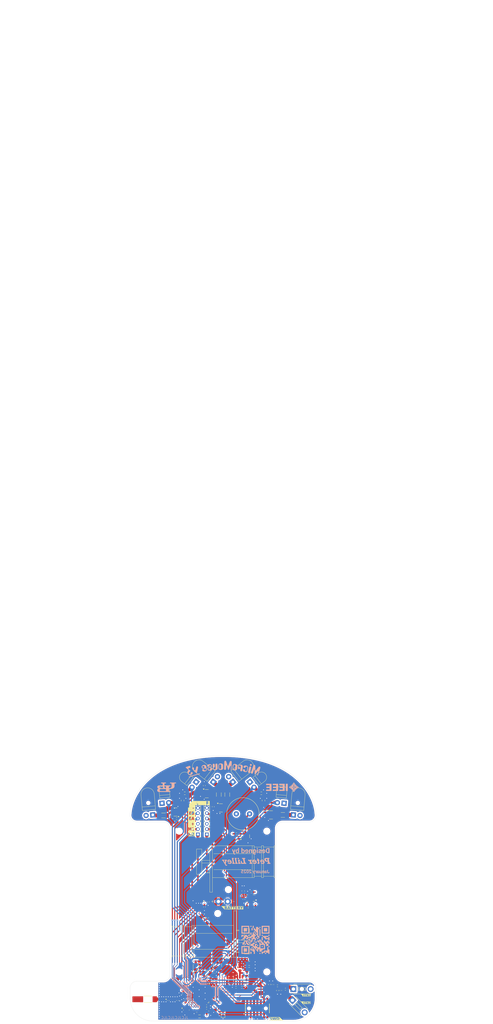
<source format=kicad_pcb>
(kicad_pcb (version 20241229) (generator "pcbnew") (generator_version "9.0")
  (layers (0 "F.Cu" signal) (4 "In1.Cu" signal) (6 "In2.Cu" signal) (2 "B.Cu" signal) (13 "F.Paste" user) (15 "B.Paste" user) (5 "F.SilkS" user "F.Silkscreen") (7 "B.SilkS" user "B.Silkscreen") (1 "F.Mask" user) (3 "B.Mask" user) (25 "Edge.Cuts" user))
  (net 0 "")
  (net 1 "/BZ_2")
  (net 2 "+3V3")
  (net 3 "GND")
  (net 4 "+3V3A")
  (net 5 "/BUCK_VBST")
  (net 6 "/BUCK_SW")
  (net 7 "/BUCK_IN")
  (net 8 "/SWD_NRST")
  (net 9 "/SMPSFB")
  (net 10 "/LSE_IN")
  (net 11 "/RF")
  (net 12 "/RF_MATCH")
  (net 13 "/BTN_1")
  (net 14 "/BTN_2")
  (net 15 "VBAT")
  (net 16 "/IR_EMIT_1_2")
  (net 17 "/IR_EMIT_2_2")
  (net 18 "/IR_EMIT_3_2")
  (net 19 "/IR_EMIT_4_2")
  (net 21 "Net-(D1-A)")
  (net 22 "/SMPSLXL")
  (net 23 "/SMPSLX")
  (net 24 "/ML_OUT_2")
  (net 25 "/ML_ENC_B")
  (net 26 "/ML_ENC_A")
  (net 27 "/ML_OUT_1")
  (net 28 "/MR_ENC_A")
  (net 29 "/MR_ENC_B")
  (net 30 "/MR_OUT_1")
  (net 31 "/MR_OUT_2")
  (net 32 "/SWD_IO")
  (net 33 "/SWD_TRC")
  (net 34 "/SWD_CLK")
  (net 35 "/BZ_1")
  (net 36 "/IR_COLLECT_1")
  (net 37 "/IR_COLLECT_2")
  (net 38 "/IR_COLLECT_3")
  (net 39 "/IR_COLLECT_4")
  (net 40 "/IR_EMIT_1_1")
  (net 41 "/IR_EMIT_1")
  (net 42 "/IR_EMIT_2")
  (net 43 "/IR_EMIT_2_1")
  (net 44 "/IR_EMIT_3_1")
  (net 45 "/HSE_OUT")
  (net 46 "/IR_EMIT_3")
  (net 47 "/IR_EMIT_4")
  (net 48 "/LSE_OUT")
  (net 49 "/IR_EMIT_4_1")
  (net 50 "/BUCK_VFB")
  (net 51 "/I2C_SCL")
  (net 52 "/I2C_SDA")
  (net 54 "/VBAT_SENSOR")
  (net 55 "/ML_PWM")
  (net 56 "/BZ")
  (net 57 "/MR_DIR")
  (net 58 "/MR_PWM")
  (net 59 "/BTN_1_PRE")
  (net 61 "/BTN_2_PRE")
  (net 62 "/HSE_IN")
  (net 63 "/RF_ANT")
  (net 65 "/ML_DIR")
  (net 69 "/USART_TX")
  (net 70 "/RF_ANT_PAD")
  (net 71 "/USART_RX")
  (net 72 "/LED")
  (footprint "Diode_SMD:D_0603_1608Metric" (layer "F.Cu") (at 140 137.2125 90)
    (property "Reference" "D1" (hide yes))
    (property "Value" "LED")
  )
  (footprint "Capacitor_SMD:C_0402_1005Metric" (layer "F.Cu") (at 148.85 125.1575 -90)
    (property "Reference" "C12" (hide yes))
    (property "Value" "100n")
  )
  (footprint "Package_TO_SOT_SMD:SOT-23" (layer "F.Cu") (at 148.45 70.4375 90)
    (property "Reference" "Q2" (hide yes))
    (property "Value" "Q_NPN_BEC")
  )
  (footprint "Capacitor_SMD:C_0402_1005Metric" (layer "F.Cu") (at 133 97.075 -90)
    (property "Reference" "C28" (hide yes))
    (property "Value" "100n")
  )
  (footprint "Resistor_SMD:R_0402_1005Metric" (layer "F.Cu") (at 145.5 71.91 90)
    (property "Reference" "R4" (hide yes))
    (property "Value" "100")
  )
  (footprint "Package_TO_SOT_SMD:SOT-23" (layer "F.Cu") (at 158.0625 62.4)
    (property "Reference" "Q10" (hide yes))
    (property "Value" "Q_NPN_BEC")
  )
  (footprint "Capacitor_SMD:C_0603_1608Metric" (layer "F.Cu") (at 147.6 91.025 90)
    (property "Reference" "C24" (hide yes))
    (property "Value" "2u2")
  )
  (footprint "Resistor_SMD:R_1206_3216Metric" (layer "F.Cu") (at 138.4 54.7375 -90)
    (property "Reference" "R14" (hide yes))
    (property "Value" "20")
  )
  (footprint "Package_TO_SOT_SMD:TSOT-23-6" (layer "F.Cu") (at 146.35 124.5 -90)
    (property "Reference" "U1" (hide yes))
    (property "Value" "TPS564208DDCR")
  )
  (footprint "Capacitor_SMD:C_0805_2012Metric" (layer "F.Cu") (at 149.85 118.3)
    (property "Reference" "C14" (hide yes))
    (property "Value" "22u")
  )
  (footprint "Capacitor_SMD:C_0402_1005Metric" (layer "F.Cu") (at 150.62 91.45 180)
    (property "Reference" "C26" (hide yes))
    (property "Value" "10n")
  )
  (footprint "Resistor_SMD:R_0402_1005Metric" (layer "F.Cu") (at 134.2 101.11 -90)
    (property "Reference" "R9" (hide yes))
    (property "Value" "10k")
  )
  (footprint "Crystal:Crystal_SMD_3215-2Pin_3.2x1.5mm" (layer "F.Cu") (at 133.95 122 180)
    (property "Reference" "X2" (hide yes))
    (property "Value" "32kHz768")
  )
  (footprint "Resistor_SMD:R_0402_1005Metric" (layer "F.Cu") (at 144.89 127.3 180)
    (property "Reference" "R2" (hide yes))
    (property "Value" "10k")
  )
  (footprint "Inductor_SMD:L_0805_2012Metric" (layer "F.Cu") (at 131.15 138.25)
    (property "Reference" "L2" (hide yes))
    (property "Value" "10u")
  )
  (footprint "footprints:ANT_2450AT42A100E" (layer "F.Cu") (at 111.6751 131.8 180)
    (property "Reference" "AE1" (hide yes))
    (property "Value" "Antenna_Chip")
  )
  (footprint "footprints:JLC_TOOLING_HOLE" (layer "F.Cu") (at 168.166653 57.884493)
    (property "Reference" "H6" (hide yes))
    (property "Value" "1.152mm")
  )
  (footprint "Capacitor_SMD:C_0402_1005Metric" (layer "F.Cu") (at 124.77 129.4 180)
    (property "Reference" "C8" (hide yes))
    (property "Value" "100n")
  )
  (footprint "Capacitor_SMD:C_0402_1005Metric" (layer "F.Cu") (at 136.1 124.97 90)
    (property "Reference" "C6" (hide yes))
    (property "Value" "100n")
  )
  (footprint "Resistor_SMD:R_0402_1005Metric" (layer "F.Cu") (at 145.1 69.5 180)
    (property "Reference" "R3" (hide yes))
    (property "Value" "1k")
  )
  (footprint "Capacitor_SMD:C_0402_1005Metric" (layer "F.Cu") (at 155.44 130.52 90)
    (property "Reference" "C16" (hide yes))
    (property "Value" "100n")
  )
  (footprint "footprints:SFH4545" (layer "F.Cu") (at 167.734833 62.489312 -5)
    (property "Reference" "D5" (hide yes))
    (property "Value" "SFH4545")
  )
  (footprint "footprints:SFH4545_FLIPPED" (layer "F.Cu") (at 112.265167 62.489312 5)
    (property "Reference" "D2" (hide yes))
    (property "Value" "SFH4545")
  )
  (footprint "Resistor_SMD:R_0402_1005Metric" (layer "F.Cu") (at 151.7 97 180)
    (property "Reference" "R12" (hide yes))
    (property "Value" "10k")
  )
  (footprint "Package_TO_SOT_SMD:SOT-23" (layer "F.Cu") (at 122.0625 61.3 180)
    (property "Reference" "Q7" (hide yes))
    (property "Value" "Q_NPN_BEC")
  )
  (footprint "MountingHole:MountingHole_2.2mm_M2" (layer "F.Cu") (at 138 99.5)
    (property "Reference" "H9" (hide yes))
    (property "Value" "M2")
  )
  (footprint "Resistor_SMD:R_0402_1005Metric" (layer "F.Cu") (at 155.3 60.94 90)
    (property "Reference" "R24" (hide yes))
    (property "Value" "5k1")
  )
  (footprint "Connector_PinHeader_2.00mm:PinHeader_1x06_P2.00mm_Vertical" (layer "F.Cu") (at 133.881 69.737 180)
    (property "Reference" "J4" (hide yes))
    (property "Value" "CONN_MOTOR_ENCODER")
  )
  (footprint "MountingHole:MountingHole_2.2mm_M2" (layer "F.Cu") (at 142 90.5)
    (property "Reference" "H8" (hide yes))
    (property "Value" "M2")
  )
  (footprint "footprints:TEFT4300_FLIPPED" (layer "F.Cu") (at 129.099944 51.000243 52)
    (property "Reference" "Q4" (hide yes))
    (property "Value" "TEFT4300")
  )
  (footprint "MountingHole:MountingHole_2.2mm_M2" (layer "F.Cu") (at 123.5 68.5)
    (property "Reference" "H1" (hide yes))
    (property "Value" "M2")
  )
  (footprint "Resistor_SMD:R_0402_1005Metric" (layer "F.Cu") (at 160.51 126.75)
    (property "Reference" "R5" (hide yes))
    (property "Value" "100")
  )
  (footprint "Resistor_SMD:R_0603_1608Metric" (layer "F.Cu") (at 125.575 54.25 180)
    (property "Reference" "R18" (hide yes))
    (property "Value" "1k8")
  )
  (footprint "Inductor_SMD:L_0805_2012Metric" (layer "F.Cu") (at 146.35 119.9125 90)
    (property "Reference" "L1" (hide yes))
    (property "Value" "2u2")
  )
  (footprint "Capacitor_SMD:C_0402_1005Metric" (layer "F.Cu") (at 129.22 123.5 180)
    (property "Reference" "C2" (hide yes))
    (property "Value" "10n")
  )
  (footprint "Resistor_SMD:R_0402_1005Metric" (layer "F.Cu") (at 132.925 51.34 90)
    (property "Reference" "R22" (hide yes))
    (property "Value" "5k1")
  )
  (footprint "Resistor_SMD:R_0402_1005Metric" (layer "F.Cu") (at 138.4 135.91 90)
    (property "Reference" "R25" (hide yes))
    (property "Value" "100")
  )
  (footprint "Resistor_SMD:R_0603_1608Metric" (layer "F.Cu") (at 124.75 56.975 90)
    (property "Reference" "R17" (hide yes))
    (property "Value" "1k8")
  )
  (footprint "MountingHole:MountingHole_2.2mm_M2" (layer "F.Cu") (at 156.5 68.5)
    (property "Reference" "H2" (hide yes))
    (property "Value" "M2")
  )
  (footprint "footprints:ICM-42670-P" (layer "F.Cu") (at 150.34 93.7 180)
    (property "Reference" "U4" (hide yes))
    (property "Value" "ICM-42670-P")
  )
  (footprint "footprints:MOTOR_N20" (layer "F.Cu") (at 120 116)
    (property "Reference" "ML1" (hide yes))
    (property "Value" "~")
  )
  (footprint "footprints:MOTOR_N20" (layer "F.Cu") (at 160 74 180)
    (property "Reference" "MR1" (hide yes))
    (property "Value" "~")
  )
  (footprint "Capacitor_SMD:C_0603_1608Metric" (layer "F.Cu") (at 128.925 122.2 180)
    (property "Reference" "C1" (hide yes))
    (property "Value" "1u")
  )
  (footprint "Capacitor_SMD:C_1206_3216Metric" (layer "F.Cu") (at 143 123.925 -90)
    (property "Reference" "C13" (hide yes))
    (property "Value" "10u")
  )
  (footprint "Resistor_SMD:R_0402_1005Metric" (layer "F.Cu") (at 122.49 63.8 180)
    (property "Reference" "R21" (hide yes))
    (property "Value" "5k1")
  )
  (footprint "Capacitor_SMD:C_0402_1005Metric" (layer "F.Cu") (at 119.294822 132.28 -90)
    (property "Reference" "C21" (hide yes))
    (property "Value" "0p3")
  )
  (footprint "Resistor_SMD:R_0603_1608Metric" (layer "F.Cu") (at 155.25 56.975 90)
    (property "Reference" "R20" (hide yes))
    (property "Value" "1k8")
  )
  (footprint "Resistor_SMD:R_1206_3216Metric" (layer "F.Cu") (at 162.5375 62.4 180)
    (property "Reference" "R16" (hide yes))
    (property "Value" "20")
  )
  (footprint "Capacitor_SMD:C_0402_1005Metric" (layer "F.Cu") (at 133.8 134.25)
    (property "Reference" "C7" (hide yes))
    (property "Value" "100n")
  )
  (footprint "Package_TO_SOT_SMD:SOT-23" (layer "F.Cu") (at 133.8625 54.4)
    (property "Reference" "Q8" (hide yes))
    (property "Value" "Q_NPN_BEC")
  )
  (footprint "Resistor_SMD:R_1206_3216Metric" (layer "F.Cu") (at 141.6 54.7375 -90)
    (property "Reference" "R15" (hide yes))
    (property "Value" "20")
  )
  (footprint "Package_TO_SOT_SMD:SOT-23" (layer "F.Cu") (at 137.9 118.9375 90)
    (property "Reference" "Q1" (hide yes))
    (property "Value" "AO3401A")
  )
  (footprint "Resistor_SMD:R_0603_1608Metric" (layer "F.Cu") (at 154.425 54.25)
    (property "Reference" "R19" (hide yes))
    (property "Value" "1k8")
  )
  (footprint "footprints:DSS0012A" (layer "F.Cu") (at 130.775 95.65 -90)
    (property "Reference" "U7" (hide yes))
    (property "Value" "DRV8835")
  )
  (footprint "Capacitor_SMD:C_0402_1005Metric" (layer "F.Cu") (at 136.6 122.02 90)
    (property "Reference" "C19" (hide yes))
    (property "Value" "10p")
  )
  (footprint "footprints:TEFT4300" (layer "F.Cu") (at 150.895996 51.000243 -52)
    (property "Reference" "Q5" (hide yes))
    (property "Value" "TEFT4300")
  )
  (footprint "Resistor_SMD:R_1206_3216Metric" (layer "F.Cu") (at 117.5375 62.6)
    (property "Reference" "R13" (hide yes))
    (property "Value" "20")
  )
  (footprint "footprints:SFH4545_FLIPPED" (layer "F.Cu") (at 142.898026 49.000774 -52)
    (property "Reference" "D4" (hide yes))
    (property "Value" "SFH4545")
  )
  (footprint "footprints:CONN_BATTERY" (layer "F.Cu") (at 140 95)
    (property "Reference" "J1" (hide yes))
    (property "Value" "Battery Conn")
  )
  (footprint "footprints:SFH4545" (layer "F.Cu") (at 137.101974 49.000774 52)
    (property "Reference" "D3" (hide yes))
    (property "Value" "SFH4545")
  )
  (footprint "footprints:TEFT4300_FLIPPED" (layer "F.Cu") (at 161.734833 57.889312 -5)
    (property "Reference" "Q6" (hide yes))
    (property "Value" "TEFT4300")
  )
  (footprint "Capacitor_SMD:C_0402_1005Metric" (layer "F.Cu") (at 131.35 122.02 90)
    (property "Reference" "C18" (hide yes))
    (property "Value" "10p")
  )
  (footprint "footprints:XL7EL89CKI-111YLC-32M" (layer "F.Cu") (at 126.15 135.85)
    (property "Reference" "X1" (hide yes))
    (property "Value" "32MHz")
  )
  (footprint "Capacitor_SMD:C_0603_1608Metric" (layer "F.Cu") (at 137.45 124.725 90)
    (property "Reference" "C4" (hide yes))
    (property "Value" "4u7")
  )
  (footprint "Capacitor_SMD:C_0402_1005Metric" (layer "F.Cu") (at 158.75 126.27 90)
    (property "Reference" "C22" (hide yes))
    (property "Value" "100n")
  )
  (footprint "Capacitor_SMD:C_0402_1005Metric" (layer "F.Cu") (at 133.8 135.25)
    (property "Reference" "C10" (hide yes))
    (property "Value" "100n")
  )
  (footprint "footprints:SAMTEC_FTSH-107-01-L-DV-K-A" (layer "F.Cu") (at 152.94 135.25)
    (property "Reference" "J3" (hide yes))
    (property "Value" "Conn_ST_STDC14")
  )
  (footprint "Diode_SMD:D_0805_2012Metric" (layer "F.Cu") (at 129.7 119.6625 90)
    (property "Reference" "FB1" (hide yes))
    (property "Value" "100@100MHz")
  )
  (footprint "Capacitor_SMD:C_0402_1005Metric" (layer "F.Cu") (at 135.05 124.32 90)
    (property "Reference" "C9" (hide yes))
    (property "Value" "100n")
  )
  (footprint "MountingHole:MountingHole_2.2mm_M2" (layer "F.Cu") (at 123.5 121.5)
    (property "Reference" "H3" (hide yes))
    (property "Value" "M2")
  )
  (footprint "footprints:JLC_TOOLING_HOLE" (layer "F.Cu") (at 111.833346 57.884491)
    (property "Reference" "H5" (hide yes))
    (property "Value" "1.152mm")
  )
  (footprint "Capacitor_SMD:C_0402_1005Metric" (layer "F.Cu") (at 161.75 128.48 -90)
    (property "Reference" "C23" (hide yes))
    (property "Value" "100n")
  )
  (footprint "Resistor_SMD:R_0402_1005Metric" (layer "F.Cu") (at 133 101.13 90)
    (property "Reference" "R10" (hide yes))
    (property "Value" "5k1")
  )
  (footprint "Capacitor_SMD:C_0402_1005Metric" (layer "F.Cu") (at 125.67 132.45 180)
    (property "Reference" "C3" (hide yes))
    (property "Value" "100n")
  )
  (footprint "Capacitor_SMD:C_0402_1005Metric" (layer "F.Cu") (at 134.4 95.18 -90)
    (property "Reference" "C27" (hide yes))
    (property "Value" "100n")
  )
  (footprint "Package_TO_SOT_SMD:SOT-23" (layer "F.Cu") (at 139.18 59.75)
    (property "Reference" "Q9" (hide yes))
    (property "Value" "Q_NPN_BEC")
  )
  (footprint "Inductor_SMD:L_0402_1005Metric" (layer "F.Cu") (at 132.3 135.8725 90)
    (property "Reference" "L3" (hide yes))
    (property "Value" "10n")
  )
  (footprint "MountingHole:MountingHole_2.2mm_M2" (layer "F.Cu") (at 156.5 121.5)
    (property "Reference" "H4" (hide yes))
    (property "Value" "M2")
  )
  (footprint "Button_Switch_THT:SW_PUSH_1P1T_6x3.5mm_H5.0_APEM_MJTP1250" (layer "F.Cu") (at 166.5 127.95)
    (property "Reference" "SW1" (hide yes))
    (property "Value" "SW_Push")
  )
  (footprint "Capacitor_SMD:C_0402_1005Metric" (layer "F.Cu") (at 122.794822 132.28 -90)
    (property "Reference" "C20" (hide yes))
    (property "Value" "0p8")
  )
  (footprint "Capacitor_SMD:C_0603_1608Metric" (layer "F.Cu") (at 134.595 136.75)
    (property "Reference" "C11" (hide yes))
    (property "Value" "4u7")
  )
  (footprint "Resistor_SMD:R_0402_1005Metric" (layer "F.Cu") (at 147.01 127.3 180)
    (property "Reference" "R1" (hide yes))
    (property "Value" "33k")
  )
  (footprint "Resistor_SMD:R_0402_1005Metric" (layer "F.Cu") (at 149.5 97)
    (property "Reference" "R11" (hide yes))
    (property "Value" "10k")
  )
  (footprint "Capacitor_SMD:C_0603_1608Metric" (layer "F.Cu") (at 130.1 136.15 180)
    (property "Reference" "C17" (hide yes))
    (property "Value" "4u7")
  )
  (footprint "Connector_PinHeader_2.00mm:PinHeader_1x06_P2.00mm_Vertical" (layer "F.Cu") (at 130.527 69.737 180)
    (property "Reference" "J5" (hide yes))
    (property "Value" "CONN_MOTOR_ENCODER")
  )
  (footprint "Button_Switch_THT:SW_PUSH_1P1T_6x3.5mm_H5.0_APEM_MJTP1250" (layer "F.Cu") (at 166.153806 132.153806 -45)
    (property "Reference" "SW2" (hide yes))
    (property "Value" "SW_Push")
  )
  (footprint "Inductor_SMD:L_0402_1005Metric" (layer "F.Cu") (at 121.0275 131.8)
    (property "Reference" "L4" (hide yes))
    (property "Value" "2n7")
  )
  (footprint "Package_DFN_QFN:QFN-48-1EP_7x7mm_P0.5mm_EP5.6x5.6mm" (layer "F.Cu") (at 131.05 129.520758 -90)
    (property "Reference" "U2" (hide yes))
    (property "Value" "STM32WB55CGU6")
  )
  (footprint "footprints:TEFT4300" (layer "F.Cu") (at 118.265167 57.889312 5)
    (property "Reference" "Q3" (hide yes))
    (property "Value" "TEFT4300")
  )
  (footprint "Capacitor_SMD:C_0402_1005Metric" (layer "F.Cu") (at 136.95 130.9)
    (property "Reference" "C5" (hide yes))
    (property "Value" "100n")
  )
  (footprint "Capacitor_SMD:C_0402_1005Metric" (layer "F.Cu") (at 147.84 94.22 -90)
    (property "Reference" "C25" (hide yes))
    (property "Value" "100n")
  )
  (footprint "footprints:DLF162500LT-5028A1" (layer "F.Cu") (at 117.1875 131.800126 180)
    (property "Reference" "U3" (hide yes))
    (property "Value" "DLF162500LT-5028A1")
  )
  (footprint "Resistor_SMD:R_0402_1005Metric" (layer "F.Cu") (at 157.5 126.24 90)
    (property "Reference" "R6" (hide yes))
    (property "Value" "5k1")
  )
  (footprint "footprints:JLC_TOOLING_HOLE" (layer "F.Cu") (at 169.675 127.95)
    (property "Reference" "H7" (hide yes))
    (property "Value" "1.152mm")
  )
  (footprint "Capacitor_SMD:C_0805_2012Metric" (layer "F.Cu") (at 149.85 120.56)
    (property "Reference" "C15" (hide yes))
    (property "Value" "22u")
  )
  (footprint "Resistor_SMD:R_0402_1005Metric" (layer "F.Cu") (at 136.3 59.31 -90)
    (property "Reference" "R23" (hide yes))
    (property "Value" "5k1")
  )
  (footprint "Resistor_SMD:R_0402_1005Metric" (layer "F.Cu") (at 160.5 128.51 -90)
    (property "Reference" "R8" (hide yes))
    (property "Value" "5k1")
  )
  (footprint "Resistor_SMD:R_0402_1005Metric" (layer "F.Cu") (at 163.51 128)
    (property "Reference" "R7" (hide yes))
    (property "Value" "100")
  )
  (footprint "footprints:PS1240P02BT" (layer "F.Cu") (at 147.5 62)
    (property "Reference" "BZ1" (hide yes))
    (property "Value" "PS1240P02BT")
  )
  (gr_arc (start 124.032259 131.287563) (mid 124.6 130.908211) (end 125.269696 130.775) (stroke (width 0.3244)) (layer "F.Cu") (net 11))
  (gr_arc (start 124.032259 131.287563) (mid 123.464517 131.666914) (end 122.794822 131.800126) (stroke (width 0.3244)) (layer "F.Cu") (net 11))
  (gr_rect (start 134.3738 57.147) (end 134.996 58.727) (fill yes) (layer "F.SilkS"))
  (gr_rect (start 128.4336 57.147) (end 130.1358 58.667) (fill yes) (layer "F.SilkS"))
  (gr_rect (start 131.401 58.607) (end 132.821 58.737) (fill yes) (layer "F.SilkS"))
  (gr_poly (pts (xy 128.4336 58.367) (xy 127.201427 58.367) (xy 128.4336 57.1499)) (fill yes) (layer "F.SilkS"))
  (gr_poly (pts (xy 140.55 96.75) (xy 140.55 97.982173) (xy 139.3329 96.75)) (fill yes) (layer "F.SilkS"))
  (gr_rect (start 129.117 58.667) (end 129.477 70.447) (fill yes) (layer "F.SilkS"))
  (gr_poly (pts (xy 170.27 130.76) (xy 169.36 129.85) (xy 170.27 129.85)) (fill yes) (layer "F.SilkS"))
  (gr_rect (start 127.2036 58.367) (end 129.472 59.637) (fill yes) (layer "F.SilkS"))
  (gr_poly (pts (xy 170.275 133.575) (xy 169.315 132.625) (xy 170.275 132.625)) (fill yes) (layer "F.SilkS"))
  (gr_poly (pts (xy 161.302592 139.77) (xy 161.302592 138.471) (xy 162.602592 139.77)) (fill yes) (layer "F.SilkS"))
  (gr_poly (pts (xy 147.763334 107.950001) (xy 147.34 107.950001) (xy 147.34 108.373334) (xy 146.916667 108.373334) (xy 146.916667 107.526667) (xy 147.763334 107.526667)) (stroke (width -0.000001)) (fill yes) (layer "B.SilkS"))
  (gr_poly (pts (xy 151.695665 43.544811) (xy 151.67625 43.547039) (xy 151.65743 43.55049) (xy 151.639207 43.555166) (xy 151.62158 43.561065) (xy 151.604549 43.568188) (xy 151.588115 43.576535) (xy 151.572277 43.586106) (xy 151.557035 43.5969) (xy 151.542228 43.608952) (xy 151.527682 43.622309) (xy 151.513395 43.636971) (xy 151.499367 43.652939) (xy 151.4856 43.670212) (xy 151.472093 43.688789) (xy 151.458845 43.708672) (xy 151.445858 43.729859) (xy 151.43313 43.752351) (xy 151.420662 43.776148) (xy 151.408454 43.801249) (xy 151.396505 43.827654) (xy 151.384817 43.855363) (xy 151.373388 43.884377) (xy 151.362219 43.914694) (xy 151.351311 43.946315) (xy 150.591804 46.221311) (xy 150.58151 46.253154) (xy 150.572185 46.284123) (xy 150.563829 46.314216) (xy 150.556442 46.343434) (xy 150.550024 46.371777) (xy 150.544576 46.399244) (xy 150.540095 46.425836) (xy 150.536584 46.451552) (xy 150.534041 46.476393) (xy 150.532467 46.500358) (xy 150.531861 46.523447) (xy 150.532223 46.545661) (xy 150.533553 46.566999) (xy 150.535851 46.587461) (xy 150.539117 46.607047) (xy 150.543351 46.625758) (xy 150.545872 46.634821) (xy 150.548711 46.643728) (xy 150.551867 46.652481) (xy 150.55534 46.661078) (xy 150.559131 46.66952) (xy 150.563239 46.677807) (xy 150.567665 46.685939) (xy 150.572408 46.693916) (xy 150.577468 46.701738) (xy 150.582846 46.709404) (xy 150.588542 46.716916) (xy 150.594555 46.724272) (xy 150.600885 46.731474) (xy 150.607533 46.738521) (xy 150.62178 46.752149) (xy 150.637298 46.765157) (xy 150.654085 46.777546) (xy 150.672142 46.789316) (xy 150.691469 46.800466) (xy 150.712066 46.810996) (xy 150.733932 46.820908) (xy 150.757068 46.830201) (xy 150.781474 46.838874) (xy 150.805671 46.846411) (xy 150.829289 46.852671) (xy 150.852327 46.857656) (xy 150.874786 46.861364) (xy 150.896665 46.863797) (xy 150.917966 46.864954) (xy 150.938686 46.864836) (xy 150.958828 46.863442) (xy 150.97839 46.860772) (xy 150.997374 46.856827) (xy 151.015778 46.851606) (xy 151.033603 46.84511) (xy 151.050849 46.837339) (xy 151.067516 46.828293) (xy 151.083604 46.817971) (xy 151.099114 46.806374) (xy 151.113664 46.795108) (xy 151.127983 46.782449) (xy 151.14207 46.7684) (xy 151.155925 46.752959) (xy 151.169548 46.736127) (xy 151.182939 46.717903) (xy 151.196099 46.698289) (xy 151.209027 46.677282) (xy 151.221723 46.654885) (xy 151.234188 46.631096) (xy 151.246422 46.605915) (xy 151.258424 46.579344) (xy 151.270194 46.551381) (xy 151.281733 46.522026) (xy 151.293041 46.491281) (xy 151.304118 46.459144) (xy 151.62813 45.488597) (xy 151.635921 45.46618) (xy 151.643688 45.44569) (xy 151.651431 45.427128) (xy 151.659151 45.410493) (xy 151.663002 45.402899) (xy 151.666847 45.395786) (xy 151.670686 45.389155) (xy 151.674519 45.383006) (xy 151.678347 45.377339) (xy 151.682168 45.372154) (xy 151.685984 45.36745) (xy 151.689793 45.363229) (xy 151.691741 45.36129) (xy 151.693777 45.359463) (xy 151.695901 45.357747) (xy 151.698114 45.356143) (xy 151.700415 45.354651) (xy 151.702804 45.35327) (xy 151.705282 45.352001) (xy 151.707848 45.350844) (xy 151.710502 45.349798) (xy 151.713244 45.348864) (xy 151.716075 45.348041) (xy 151.718995 45.347331) (xy 151.722002 45.346732) (xy 151.725098 45.346245) (xy 151.728282 45.345869) (xy 151.731555 45.345605) (xy 151.734915 45.345453) (xy 151.738364 45.345413) (xy 151.745527 45.345667) (xy 151.753043 45.346369) (xy 151.760911 45.347517) (xy 151.769133 45.349113) (xy 151.777707 45.351156) (xy 151.786634 45.353646) (xy 151.795914 45.356583) (xy 151.804608 45.359776) (xy 151.812885 45.363408) (xy 151.820745 45.367482) (xy 151.828189 45.371995) (xy 151.835215 45.376949) (xy 151.841823 45.382343) (xy 151.848014 45.388178) (xy 151.853788 45.394453) (xy 151.859144 45.401169) (xy 151.864083 45.408325) (xy 151.868603 45.415922) (xy 151.872706 45.423959) (xy 151.876391 45.432436) (xy 151.879657 45.441355) (xy 151.882505 45.450713) (xy 151.884935 45.460512) (xy 151.886202 45.466331) (xy 151.88741 45.473019) (xy 151.889652 45.489003) (xy 151.891661 45.508464) (xy 151.893435 45.531402) (xy 151.894974 45.557819) (xy 151.896279 45.587714) (xy 151.897348 45.621089) (xy 151.898181 45.657944) (xy 151.913877 47.018981) (xy 151.914537 47.043172) (xy 151.915801 47.066017) (xy 151.917668 47.087517) (xy 151.92014 47.107673) (xy 151.923215 47.126483) (xy 151.926895 47.143948) (xy 151.931178 47.160068) (xy 151.936065 47.174844) (xy 151.941555 47.188274) (xy 151.947649 47.200359) (xy 151.954347 47.211099) (xy 151.961648 47.220494) (xy 151.969552 47.228544) (xy 151.97806 47.235249) (xy 151.987172 47.240609) (xy 151.996887 47.244624) (xy 152.001663 47.246026) (xy 152.006529 47.247072) (xy 152.011485 47.24776) (xy 152.016531 47.248092) (xy 152.021667 47.248068) (xy 152.026893 47.247687) (xy 152.032208 47.246949) (xy 152.037614 47.245854) (xy 152.04311 47.244404) (xy 152.048695 47.242596) (xy 152.054371 47.240432) (xy 152.060136 47.237911) (xy 152.065992 47.235034) (xy 152.071937 47.231801) (xy 152.077973 47.228211) (xy 152.084099 47.224264) (xy 152.090315 47.219961) (xy 152.09662 47.215302) (xy 152.109502 47.204913) (xy 152.122745 47.1931) (xy 152.136348 47.17986) (xy 152.150311 47.165196) (xy 152.164636 47.149106) (xy 152.179321 47.131591) (xy 152.194368 47.112651) (xy 152.974033 46.125959) (xy 153.017202 46.072655) (xy 153.036072 46.049964) (xy 153.053133 46.029914) (xy 153.068382 46.012505) (xy 153.081821 45.997736) (xy 153.093448 45.985608) (xy 153.103264 45.976121) (xy 153.111453 45.970464) (xy 153.119689 45.965364) (xy 153.127969 45.960822) (xy 153.136296 45.956837) (xy 153.144669 45.95341) (xy 153.153087 45.95054) (xy 153.161551 45.948227) (xy 153.170061 45.94647) (xy 153.178617 45.945271) (xy 153.187219 45.944628) (xy 153.195868 45.944541) (xy 153.204562 45.945011) (xy 153.213303 45.946037) (xy 153.222089 45.947619) (xy 153.230922 45.949756) (xy 153.239802 45.95245) (xy 153.248992 45.955667) (xy 153.257637 45.959013) (xy 153.265737 45.962486) (xy 153.273292 45.966087) (xy 153.280302 45.969816) (xy 153.286766 45.973673) (xy 153.292685 45.977658) (xy 153.298058 45.98177) (xy 153.302887 45.98601) (xy 153.307169 45.990377) (xy 153.310906 45.994872) (xy 153.314098 45.999494) (xy 153.316744 46.004244) (xy 153.318844 46.00912) (xy 153.320399 46.014124) (xy 153.321407 46.019255) (xy 153.322005 46.024653) (xy 153.322312 46.030457) (xy 153.322328 46.036667) (xy 153.322055 46.043283) (xy 153.321491 46.050305) (xy 153.320636 46.057733) (xy 153.319491 46.065566) (xy 153.318055 46.073806) (xy 153.316329 46.082451) (xy 153.314312 46.091503) (xy 153.312004 46.10096) (xy 153.309405 46.110824) (xy 153.306515 46.121093) (xy 153.303335 46.131769) (xy 153.299863 46.14285) (xy 153.296101 46.154337) (xy 152.899267 47.343045) (xy 152.892372 47.365307) (xy 152.886927 47.386469) (xy 152.882933 47.406531) (xy 152.880389 47.425492) (xy 152.879295 47.443352) (xy 152.879651 47.460111) (xy 152.881458 47.47577) (xy 152.882905 47.483187) (xy 152.884715 47.490329) (xy 152.886887 47.497195) (xy 152.889422 47.503786) (xy 152.89232 47.510102) (xy 152.89558 47.516143) (xy 152.899203 47.521909) (xy 152.903188 47.5274) (xy 152.907536 47.532615) (xy 152.912246 47.537556) (xy 152.917319 47.542221) (xy 152.922755 47.546611) (xy 152.928553 47.550726) (xy 152.934714 47.554565) (xy 152.941237 47.55813) (xy 152.948123 47.561419) (xy 152.962982 47.567173) (xy 152.970437 47.569462) (xy 152.977776 47.571316) (xy 152.984999 47.572736) (xy 152.992106 47.573721) (xy 152.999098 47.574271) (xy 153.005974 47.574386) (xy 153.012735 47.574067) (xy 153.01938 47.573313) (xy 153.025909 47.572123) (xy 153.032323 47.5705) (xy 153.03862 47.568441) (xy 153.044802 47.565948) (xy 153.050869 47.563019) (xy 153.056819 47.559656) (xy 153.062654 47.555859) (xy 153.068373 47.551626) (xy 153.073976 47.546959) (xy 153.079464 47.541857) (xy 153.084835 47.53632) (xy 153.090091 47.530348) (xy 153.095231 47.523942) (xy 153.100255 47.5171) (xy 153.105163 47.509824) (xy 153.109955 47.502113) (xy 153.114632 47.493968) (xy 153.119192 47.485387) (xy 153.123637 47.476372) (xy 153.127965 47.466922) (xy 153.136275 47.446718) (xy 153.14412 47.424775) (xy 154.009172 44.833662) (xy 154.019463 44.801835) (xy 154.028779 44.7709) (xy 154.03712 44.740857) (xy 154.044486 44.711705) (xy 154.050877 44.683446) (xy 154.056294 44.656079) (xy 154.060735 44.629604) (xy 154.064203 44.604021) (xy 154.066695 44.57933) (xy 154.068214 44.555532) (xy 154.068758 44.532626) (xy 154.068328 44.510612) (xy 154.066924 44.489491) (xy 154.064546 44.469263) (xy 154.061194 44.449927) (xy 154.056868 44.431484) (xy 154.054305 44.422559) (xy 154.051435 44.413787) (xy 154.048258 44.405169) (xy 154.044773 44.396705) (xy 154.040981 44.388394) (xy 154.036882 44.380237) (xy 154.032476 44.372234) (xy 154.027763 44.364384) (xy 154.022743 44.356688) (xy 154.017415 44.349146) (xy 154.01178 44.341757) (xy 154.005838 44.334522) (xy 153.993032 44.320513) (xy 153.978997 44.307118) (xy 153.963732 44.294337) (xy 153.947239 44.282171) (xy 153.929515 44.270619) (xy 153.910563 44.259681) (xy 153.89038 44.249358) (xy 153.868968 44.239648) (xy 153.846326 44.230553) (xy 153.822454 44.222071) (xy 153.799288 44.214858) (xy 153.77654 44.208829) (xy 153.754209 44.203983) (xy 153.732294 44.200321) (xy 153.710796 44.197841) (xy 153.689715 44.196545) (xy 153.66905 44.196432) (xy 153.648803 44.197502) (xy 153.628972 44.199755) (xy 153.609558 44.20319) (xy 153.59056 44.207809) (xy 153.57198 44.21361) (xy 153.553816 44.220594) (xy 153.536069 44.228761) (xy 153.518739 44.23811) (xy 153.501825 44.248642) (xy 153.4901 44.257365) (xy 153.477563 44.267596) (xy 153.464213 44.279335) (xy 153.45005 44.292582) (xy 153.435075 44.307336) (xy 153.419287 44.323597) (xy 153.402688 44.341366) (xy 153.385275 44.360643) (xy 153.36705 44.381427) (xy 153.348013 44.403719) (xy 153.328163 44.427519) (xy 153.307501 44.452826) (xy 153.263739 44.507963) (xy 153.216727 44.569131) (xy 152.45038 45.589919) (xy 152.436035 45.608501) (xy 152.42197 45.625669) (xy 152.408184 45.641421) (xy 152.394677 45.655758) (xy 152.381449 45.668681) (xy 152.3685 45.680189) (xy 152.355831 45.690282) (xy 152.343441 45.698961) (xy 152.331331 45.706225) (xy 152.319499 45.712075) (xy 152.313688 45.71447) (xy 152.307947 45.716511) (xy 152.302276 45.718198) (xy 152.296674 45.719532) (xy 152.291143 45.720512) (xy 152.285681 45.721139) (xy 152.280289 45.721412) (xy 152.274966 45.721332) (xy 152.269714 45.720898) (xy 152.264531 45.720111) (xy 152.259418 45.71897) (xy 152.254375 45.717476) (xy 152.249441 45.71564) (xy 152.244655 45.713478) (xy 152.240017 45.710987) (xy 152.235527 45.70817) (xy 152.231185 45.705024) (xy 152.226991 45.701551) (xy 152.222945 45.69775) (xy 152.219048 45.693622) (xy 152.215298 45.689166) (xy 152.211696 45.684383) (xy 152.208242 45.679272) (xy 152.204936 45.673834) (xy 152.201779 45.668068) (xy 152.198769 45.661974) (xy 152.195907 45.655553) (xy 152.193193 45.648805) (xy 152.190627 45.641728) (xy 152.188209 45.634325) (xy 152.185939 45.626594) (xy 152.183817 45.618535) (xy 152.181843 45.610149) (xy 152.180017 45.601436) (xy 152.178338 45.592394) (xy 152.176808 45.583026) (xy 152.175426 45.57333) (xy 152.174191 45.563306) (xy 152.172166 45.542277) (xy 152.170732 45.519938) (xy 152.169889 45.496289) (xy 152.143792 44.210887) (xy 152.14202 44.130276) (xy 152.139594 44.057643) (xy 152.136514 43.992987) (xy 152.132781 43.936309) (xy 152.128394 43.887608) (xy 152.123356 43.846884) (xy 152.117665 43.814138) (xy 152.111322 43.789369) (xy 152.104833 43.770425) (xy 152.097219 43.752188) (xy 152.088479 43.734657) (xy 152.078614 43.717832) (xy 152.067623 43.701714) (xy 152.055507 43.686303) (xy 152.042265 43.671598) (xy 152.027898 43.657599) (xy 152.012406 43.644307) (xy 151.995787 43.631722) (xy 151.978044 43.619843) (xy 151.959175 43.60867) (xy 151.93918 43.598204) (xy 151.91806 43.588444) (xy 151.895815 43.579391) (xy 151.872444 43.571044) (xy 151.848262 43.563482) (xy 151.824675 43.557143) (xy 151.801683 43.552028) (xy 151.779288 43.548137) (xy 151.757488 43.54547) (xy 151.736285 43.544026) (xy 151.715677 43.543807)) (stroke (width -0.000001)) (fill yes) (layer "B.SilkS"))
  (gr_poly (pts (xy 148.186667 110.913334) (xy 147.763334 110.913334) (xy 147.763334 111.336667) (xy 147.34 111.336667) (xy 147.34 110.49) (xy 147.763334 110.49) (xy 147.763334 110.066667) (xy 148.186667 110.066667)) (stroke (width -0.000001)) (fill yes) (layer "B.SilkS"))
  (gr_poly (pts (xy 149.033334 113.876667) (xy 147.763334 113.876667) (xy 147.763334 112.606667) (xy 149.033334 112.606667)) (stroke (width -0.000001)) (fill yes) (layer "B.SilkS"))
  (gr_poly (pts (xy 151.573333 104.986668) (xy 151.15 104.986668) (xy 151.15 104.140001) (xy 151.573333 104.140001)) (stroke (width -0.000001)) (fill yes) (layer "B.SilkS"))
  (gr_poly (pts (xy 152.843333 108.796667) (xy 152.42 108.796667) (xy 152.42 108.373334) (xy 152.843333 108.373334)) (stroke (width -0.000001)) (fill yes) (layer "B.SilkS"))
  (gr_poly (pts (xy 153.266666 111.760001) (xy 152.843333 111.760001) (xy 152.843333 111.336667) (xy 153.266666 111.336667)) (stroke (width -0.000001)) (fill yes) (layer "B.SilkS"))
  (gr_poly (pts (xy 152.843333 110.49) (xy 151.996667 110.49) (xy 151.996667 110.066667) (xy 152.843333 110.066667)) (stroke (width -0.000001)) (fill yes) (layer "B.SilkS"))
  (gr_poly (pts (xy 152.42 107.103334) (xy 151.996667 107.103334) (xy 151.996667 106.680001) (xy 152.42 106.680001)) (stroke (width -0.000001)) (fill yes) (layer "B.SilkS"))
  (gr_poly (pts (xy 149.456667 110.066667) (xy 149.033334 110.066667) (xy 149.033334 110.49) (xy 149.456667 110.49) (xy 149.456667 110.913334) (xy 149.88 110.913334) (xy 149.88 111.336667) (xy 149.033334 111.336667) (xy 149.033334 110.913334) (xy 148.61 110.913334) (xy 148.61 110.066667) (xy 148.186667 110.066667) (xy 148.186667 109.643334) (xy 149.456667 109.643334)) (stroke (width -0.000001)) (fill yes) (layer "B.SilkS"))
  (gr_poly (pts (xy 151.15 112.606667) (xy 150.726667 112.606667) (xy 150.726667 112.183334) (xy 151.15 112.183334)) (stroke (width -0.000001)) (fill yes) (layer "B.SilkS"))
  (gr_poly (pts (xy 150.45087 43.21866) (xy 150.433694 43.219743) (xy 150.416677 43.221698) (xy 150.399818 43.224524) (xy 150.383118 43.228222) (xy 150.366577 43.232792) (xy 150.350195 43.238233) (xy 150.333972 43.244546) (xy 150.317908 43.251731) (xy 150.302004 43.259788) (xy 150.286259 43.268716) (xy 150.270939 43.278358) (xy 150.256311 43.288552) (xy 150.242375 43.2993) (xy 150.229132 43.310599) (xy 150.216581 43.322452) (xy 150.204722 43.334858) (xy 150.193555 43.347816) (xy 150.183081 43.361327) (xy 150.1733 43.37539) (xy 150.164211 43.390007) (xy 150.155816 43.405176) (xy 150.148113 43.420899) (xy 150.141104 43.437173) (xy 150.134787 43.454001) (xy 150.129164 43.471382) (xy 150.124235 43.489315) (xy 150.120229 43.506897) (xy 150.11708 43.524374) (xy 150.114789 43.541747) (xy 150.113356 43.559015) (xy 150.11278 43.576179) (xy 150.113061 43.593238) (xy 150.114201 43.610191) (xy 150.116198 43.62704) (xy 150.119054 43.643784) (xy 150.122767 43.660424) (xy 150.127339 43.676958) (xy 150.132769 43.693386) (xy 150.139058 43.70971) (xy 150.146205 43.725928) (xy 150.154211 43.742042) (xy 150.163076 43.758049) (xy 150.172648 43.773641) (xy 150.182778 43.788524) (xy 150.193464 43.802697) (xy 150.204707 43.81616) (xy 150.216508 43.828913) (xy 150.228865 43.840957) (xy 150.24178 43.85229) (xy 150.255251 43.862912) (xy 150.26928 43.872825) (xy 150.283867 43.882026) (xy 150.29901 43.890517) (xy 150.314712 43.898298) (xy 150.33097 43.905367) (xy 150.347786 43.911725) (xy 150.36516 43.917373) (xy 150.383091 43.922309) (xy 150.401225 43.926462) (xy 150.419218 43.929748) (xy 150.437071 43.932166) (xy 150.454783 43.933716) (xy 150.472355 43.934398) (xy 150.489787 43.934212) (xy 150.507078 43.933159) (xy 150.524228 43.931237) (xy 150.541237 43.928449) (xy 150.558105 43.924792) (xy 150.574832 43.920268) (xy 150.591418 43.914877) (xy 150.607862 43.908619) (xy 150.624165 43.901493) (xy 150.640327 43.8935) (xy 150.656347 43.884639) (xy 150.671947 43.875067) (xy 150.686836 43.864937) (xy 150.701014 43.854251) (xy 150.714481 43.843008) (xy 150.727236 43.831208) (xy 150.739281 43.818851) (xy 150.750615 43.805937) (xy 150.761238 43.792466) (xy 150.771151 43.778438) (xy 150.780352 43.763852) (xy 150.788843 43.748709) (xy 150.796623 43.733009) (xy 150.803693 43.716751) (xy 150.810052 43.699935) (xy 150.8157 43.682562) (xy 150.820639 43.664632) (xy 150.824641 43.647047) (xy 150.827768 43.629563) (xy 150.830018 43.612178) (xy 150.831391 43.594893) (xy 150.831888 43.577709) (xy 150.831509 43.560624) (xy 150.830253 43.543641) (xy 150.828121 43.526758) (xy 150.825113 43.509977) (xy 150.821229 43.493296) (xy 150.816469 43.476717) (xy 150.810833 43.46024) (xy 150.804321 43.443864) (xy 150.796933 43.427591) (xy 150.788669 43.411419) (xy 150.779529 43.39535) (xy 150.769682 43.379682) (xy 150.759296 43.364728) (xy 150.748371 43.350491) (xy 150.736906 43.336968) (xy 150.724902 43.32416) (xy 150.712358 43.312068) (xy 150.699276 43.30069) (xy 150.685653 43.290028) (xy 150.671491 43.28008) (xy 150.65679 43.270847) (xy 150.641549 43.262329) (xy 150.625768 43.254526) (xy 150.609447 43.247437) (xy 150.592587 43.241063) (xy 150.575186 43.235403) (xy 150.557246 43.230458) (xy 150.539122 43.226314) (xy 150.521155 43.22304) (xy 150.503346 43.220638) (xy 150.485696 43.219108) (xy 150.468204 43.218448)) (stroke (width -0.000001)) (fill yes) (layer "B.SilkS"))
  (gr_poly (pts (xy 147.34 109.643334) (xy 146.916667 109.643334) (xy 146.916667 109.220001) (xy 147.34 109.220001)) (stroke (width -0.000001)) (fill yes) (layer "B.SilkS"))
  (gr_poly (pts (xy 149.88 107.103334) (xy 146.916667 107.103334) (xy 146.916667 106.680001) (xy 147.34 106.680001) (xy 149.456667 106.680001) (xy 149.456667 104.563334) (xy 147.34 104.563334) (xy 147.34 106.680001) (xy 146.916667 106.680001) (xy 146.916667 104.140001) (xy 149.88 104.140001)) (stroke (width -0.000001)) (fill yes) (layer "B.SilkS"))
  (gr_poly (pts (xy 151.996667 106.680001) (xy 151.573333 106.680001) (xy 151.573333 106.256668) (xy 151.996667 106.256668)) (stroke (width -0.000001)) (fill yes) (layer "B.SilkS"))
  (gr_poly (pts (xy 156.220697 51.189798) (xy 157.532553 51.189798) (xy 157.532553 51.749763) (xy 156.324678 51.749763) (xy 156.324678 52.275701) (xy 157.532553 52.275701) (xy 157.532553 52.849635) (xy 156.220697 52.849635) (xy 156.220697 53.373563) (xy 158.282489 53.373563) (xy 158.282489 50.665871) (xy 156.220697 50.665871)) (stroke (width -0.000001)) (fill yes) (layer "B.SilkS"))
  (gr_poly (pts (xy 166.055367 53.385574) (xy 166.049307 53.386041) (xy 166.043331 53.386809) (xy 166.037446 53.387871) (xy 166.031661 53.38922) (xy 166.025983 53.390846) (xy 166.02042 53.392744) (xy 166.014979 53.394904) (xy 166.009669 53.397319) (xy 166.004498 53.399981) (xy 165.999472 53.402883) (xy 165.994601 53.406016) (xy 165.989891 53.409374) (xy 165.985351 53.412947) (xy 165.980988 53.416729) (xy 165.97681 53.420712) (xy 165.972825 53.424888) (xy 165.96904 53.429248) (xy 165.965464 53.433786) (xy 165.962104 53.438494) (xy 165.958968 53.443363) (xy 165.956064 53.448386) (xy 165.9534 53.453556) (xy 165.950983 53.458863) (xy 165.948821 53.464302) (xy 165.946922 53.469864) (xy 165.945294 53.47554) (xy 165.943945 53.481324) (xy 165.942881 53.487208) (xy 165.942112 53.493184) (xy 165.941645 53.499243) (xy 165.941488 53.505379) (xy 165.941498 53.506927) (xy 165.941527 53.508474) (xy 165.941577 53.510022) (xy 165.941646 53.51157) (xy 165.941577 53.513087) (xy 165.941527 53.514619) (xy 165.941498 53.516161) (xy 165.941488 53.517708) (xy 165.941645 53.523844) (xy 165.942112 53.529904) (xy 165.942881 53.53588) (xy 165.943945 53.541765) (xy 165.945294 53.54755) (xy 165.946922 53.553228) (xy 165.948821 53.558792) (xy 165.950983 53.564232) (xy 165.9534 53.569542) (xy 165.956064 53.574713) (xy 165.958968 53.579739) (xy 165.962104 53.58461) (xy 165.965464 53.58932) (xy 165.96904 53.593861) (xy 165.972825 53.598224) (xy 165.97681 53.602402) (xy 165.980988 53.606387) (xy 165.985351 53.610171) (xy 165.989891 53.613747) (xy 165.994601 53.617107) (xy 165.999472 53.620243) (xy 166.004498 53.623147) (xy 166.009669 53.625811) (xy 166.014979 53.628228) (xy 166.02042 53.63039) (xy 166.025983 53.632289) (xy 166.031661 53.633917) (xy 166.037446 53.635267) (xy 166.043331 53.63633) (xy 166.049307 53.637099) (xy 166.055367 53.637566) (xy 166.061503 53.637723) (xy 166.06302 53.637714) (xy 166.064552 53.637684) (xy 166.066094 53.637634) (xy 166.067641 53.637565) (xy 166.073808 53.63743) (xy 166.07993 53.637028) (xy 166.085998 53.636361) (xy 166.092 53.63543) (xy 166.097929 53.634239) (xy 166.103772 53.632789) (xy 166.109521 53.631083) (xy 166.115166 53.629122) (xy 166.120697 53.626909) (xy 166.126103 53.624447) (xy 166.131376 53.621737) (xy 166.136505 53.618782) (xy 166.14148 53.615583) (xy 166.146291 53.612144) (xy 166.150929 53.608466) (xy 166.155384 53.604551) (xy 166.159645 53.600403) (xy 166.163703 53.596022) (xy 166.167547 53.591411) (xy 166.171169 53.586573) (xy 166.174558 53.581509) (xy 166.177704 53.576223) (xy 166.180598 53.570715) (xy 166.183228 53.564989) (xy 166.185587 53.559046) (xy 166.187663 53.552888) (xy 166.189447 53.546519) (xy 166.190928 53.53994) (xy 166.192098 53.533154) (xy 166.192946 53.526161) (xy 166.193461 53.518966) (xy 166.193636 53.51157) (xy 166.157652 53.51157) (xy 166.157536 53.516948) (xy 166.157191 53.522205) (xy 166.156622 53.527339) (xy 166.155836 53.532346) (xy 166.154837 53.537222) (xy 166.153631 53.541965) (xy 166.152224 53.546571) (xy 166.15062 53.551036) (xy 166.148826 53.555358) (xy 166.146848 53.559533) (xy 166.14469 53.563558) (xy 166.142357 53.567429) (xy 166.139857 53.571144) (xy 166.137193 53.574698) (xy 166.134372 53.57809) (xy 166.131399 53.581314) (xy 166.128279 53.584369) (xy 166.125019 53.587251) (xy 166.121623 53.589956) (xy 166.118097 53.592481) (xy 166.114446 53.594823) (xy 166.110676 53.596979) (xy 166.106793 53.598945) (xy 166.102802 53.600718) (xy 166.098708 53.602295) (xy 166.094517 53.603672) (xy 166.090235 53.604847) (xy 166.085866 53.605815) (xy 166.081417 53.606574) (xy 166.076893 53.60712) (xy 166.072299 53.60745) (xy 166.067641 53.607561) (xy 166.062983 53.60745) (xy 166.05839 53.60712) (xy 166.053865 53.606574) (xy 166.049416 53.605815) (xy 166.045048 53.604847) (xy 166.040765 53.603672) (xy 166.036574 53.602295) (xy 166.03248 53.600718) (xy 166.028489 53.598945) (xy 166.024606 53.596979) (xy 166.020836 53.594823) (xy 166.017186 53.592481) (xy 166.013659 53.589956) (xy 166.010263 53.587251) (xy 166.007003 53.584369) (xy 166.003883 53.581314) (xy 166.00091 53.57809) (xy 165.998089 53.574698) (xy 165.995425 53.571144) (xy 165.992925 53.567429) (xy 165.990593 53.563558) (xy 165.988434 53.559533) (xy 165.986456 53.555358) (xy 165.984662 53.551036) (xy 165.983059 53.546571) (xy 165.981651 53.541965) (xy 165.980445 53.537222) (xy 165.979446 53.532346) (xy 165.97866 53.527339) (xy 165.978091 53.522205) (xy 165.977746 53.516948) (xy 165.97763 53.51157) (xy 165.977746 53.506369) (xy 165.978091 53.501266) (xy 165.97866 53.496265) (xy 165.979446 53.491371) (xy 165.980445 53.486589) (xy 165.981651 53.481922) (xy 165.983059 53.477375) (xy 165.984662 53.472952) (xy 165.986456 53.468659) (xy 165.988434 53.464498) (xy 165.990593 53.460476) (xy 165.992925 53.456595) (xy 165.995425 53.45286) (xy 165.998089 53.449277) (xy 166.00091 53.445849) (xy 166.003883 53.44258) (xy 166.007003 53.439475) (xy 166.010263 53.436539) (xy 166.013659 53.433776) (xy 166.017186 53.431189) (xy 166.020836 53.428785) (xy 166.024606 53.426566) (xy 166.028489 53.424538) (xy 166.03248 53.422705) (xy 166.036574 53.421071) (xy 166.040765 53.41964) (xy 166.045048 53.418418) (xy 166.049416 53.417407) (xy 166.053865 53.416614) (xy 166.05839 53.416042) (xy 166.062983 53.415696) (xy 166.067641 53.415579) (xy 166.072299 53.41569) (xy 166.076893 53.41602) (xy 166.081417 53.416566) (xy 166.085866 53.417325) (xy 166.090235 53.418293) (xy 166.094517 53.419468) (xy 166.098708 53.420845) (xy 166.102802 53.422422) (xy 166.106793 53.424195) (xy 166.110676 53.426161) (xy 166.114446 53.428317) (xy 166.118097 53.430659) (xy 166.121623 53.433184) (xy 166.125019 53.43589) (xy 166.128279 53.438771) (xy 166.131399 53.441826) (xy 166.134372 53.445051) (xy 166.137193 53.448442) (xy 166.139857 53.451996) (xy 166.142357 53.455711) (xy 166.14469 53.459583) (xy 166.146848 53.463607) (xy 166.148826 53.467782) (xy 166.15062 53.472104) (xy 166.152224 53.476569) (xy 166.153631 53.481175) (xy 166.154837 53.485918) (xy 166.155836 53.490794) (xy 166.156622 53.495801) (xy 166.157191 53.500934) (xy 166.157536 53.506192) (xy 166.157652 53.51157) (xy 166.193636 53.51157) (xy 166.193461 53.504169) (xy 166.192946 53.49697) (xy 166.192098 53.489974) (xy 166.190928 53.483185) (xy 166.189447 53.476603) (xy 166.187663 53.470232) (xy 166.185587 53.464073) (xy 166.183228 53.458129) (xy 166.180598 53.452402) (xy 166.177704 53.446894) (xy 166.174558 53.441607) (xy 166.171169 53.436544) (xy 166.167547 53.431706) (xy 166.163703 53.427096) (xy 166.159645 53.422717) (xy 166.155384 53.418569) (xy 166.150929 53.414656) (xy 166.146291 53.410979) (xy 166.14148 53.407541) (xy 166.136505 53.404345) (xy 166.131376 53.401391) (xy 166.126103 53.398683) (xy 166.120697 53.396222) (xy 166.115166 53.394011) (xy 166.109521 53.392052) (xy 166.103772 53.390347) (xy 166.097929 53.388898) (xy 166.092 53.387708) (xy 166.085998 53.386778) (xy 166.07993 53.386112) (xy 166.073808 53.38571) (xy 166.067641 53.385576) (xy 166.066094 53.385506) (xy 166.064552 53.385456) (xy 166.06302 53.385427) (xy 166.061503 53.385417)) (stroke (width -0.000001)) (fill yes) (layer "B.SilkS"))
  (gr_poly (pts (xy 153.266666 109.220001) (xy 152.843333 109.220001) (xy 152.843333 108.796667) (xy 153.266666 108.796667)) (stroke (width -0.000001)) (fill yes) (layer "B.SilkS"))
  (gr_poly (pts (xy 157.5 112.183334) (xy 157.076666 112.183334) (xy 157.076666 111.760001) (xy 157.5 111.760001)) (stroke (width -0.000001)) (fill yes) (layer "B.SilkS"))
  (gr_poly (pts (xy 154.113333 107.950001) (xy 153.69 107.950001) (xy 153.69 105.410001) (xy 154.113333 105.410001)) (stroke (width -0.000001)) (fill yes) (layer "B.SilkS"))
  (gr_poly (pts (xy 158.704446 51.189798) (xy 160.016303 51.189798) (xy 160.016303 51.749763) (xy 158.808427 51.749763) (xy 158.808427 52.275701) (xy 160.016303 52.275701) (xy 160.016303 52.849635) (xy 158.704446 52.849635) (xy 158.704446 53.373563) (xy 160.766185 53.373563) (xy 160.766185 50.665871) (xy 158.704446 50.665871)) (stroke (width -0.000001)) (fill yes) (layer "B.SilkS"))
  (gr_poly (pts (xy 166.059426 53.44568) (xy 166.053557 53.445989) (xy 166.048034 53.446531) (xy 166.045404 53.446897) (xy 166.042865 53.447331) (xy 166.040415 53.447835) (xy 166.038058 53.448412) (xy 166.035793 53.449065) (xy 166.033623 53.449797) (xy 166.031548 53.450611) (xy 166.029568 53.451509) (xy 166.027687 53.452496) (xy 166.025903 53.453573) (xy 166.024219 53.454744) (xy 166.022636 53.456012) (xy 166.021154 53.457379) (xy 166.019776 53.458848) (xy 166.018501 53.460423) (xy 166.017331 53.462106) (xy 166.016268 53.4639) (xy 166.015312 53.465809) (xy 166.014464 53.467834) (xy 166.013725 53.469979) (xy 166.013097 53.472248) (xy 166.012581 53.474642) (xy 166.012178 53.477165) (xy 166.011888 53.479819) (xy 166.011714 53.482608) (xy 166.011655 53.485535) (xy 166.01169 53.487746) (xy 166.011795 53.489876) (xy 166.011969 53.491925) (xy 166.012211 53.493895) (xy 166.01252 53.495785) (xy 166.012896 53.497596) (xy 166.013338 53.49933) (xy 166.013845 53.500987) (xy 166.014416 53.502567) (xy 166.015052 53.504072) (xy 166.01575 53.505502) (xy 166.016511 53.506858) (xy 166.017333 53.508141) (xy 166.018216 53.509351) (xy 166.019159 53.51049) (xy 166.020162 53.511557) (xy 166.021223 53.512554) (xy 166.022342 53.513481) (xy 166.023518 53.514339) (xy 166.02475 53.515129) (xy 166.026038 53.515852) (xy 166.027381 53.516508) (xy 166.028778 53.517098) (xy 166.030229 53.517622) (xy 166.031732 53.518083) (xy 166.033288 53.518479) (xy 166.034894 53.518813) (xy 166.036551 53.519084) (xy 166.038258 53.519294) (xy 166.040014 53.519442) (xy 166.04367 53.519561) (xy 166.009645 53.579568) (xy 166.04367 53.579568) (xy 166.073621 53.521571) (xy 166.087644 53.521571) (xy 166.087644 53.579568) (xy 166.117647 53.579568) (xy 166.117647 53.465585) (xy 166.087644 53.465585) (xy 166.087644 53.499558) (xy 166.061662 53.499558) (xy 166.059457 53.499531) (xy 166.057353 53.49944) (xy 166.055355 53.499267) (xy 166.053469 53.498994) (xy 166.052569 53.498815) (xy 166.0517 53.498604) (xy 166.050861 53.498359) (xy 166.050054 53.498079) (xy 166.049279 53.49776) (xy 166.048537 53.497402) (xy 166.047829 53.497001) (xy 166.047156 53.496555) (xy 166.046517 53.496062) (xy 166.045915 53.495521) (xy 166.045349 53.494928) (xy 166.044821 53.494282) (xy 166.04433 53.49358) (xy 166.043879 53.49282) (xy 166.043467 53.492001) (xy 166.043095 53.491119) (xy 166.042765 53.490173) (xy 166.042476 53.489161) (xy 166.042229 53.48808) (xy 166.042026 53.486928) (xy 166.041866 53.485702) (xy 166.041752 53.484402) (xy 166.041682 53.483024) (xy 166.041659 53.481566) (xy 166.041705 53.480287) (xy 166.041841 53.479076) (xy 166.042062 53.477932) (xy 166.042365 53.476853) (xy 166.042746 53.475838) (xy 166.0432 53.474884) (xy 166.043723 53.47399) (xy 166.044312 53.473153) (xy 166.044963 53.472373) (xy 166.045671 53.471646) (xy 166.046432 53.470971) (xy 166.047243 53.470347) (xy 166.048099 53.469772) (xy 166.048997 53.469243) (xy 166.049931 53.468758) (xy 166.0509 53.468317) (xy 166.05292 53.467556) (xy 166.055025 53.466944) (xy 166.057183 53.466467) (xy 166.059362 53.46611) (xy 166.06153 53.465858) (xy 166.063653 53.465697) (xy 166.065701 53.465611) (xy 166.067641 53.465585) (xy 166.087644 53.465585) (xy 166.117647 53.465585) (xy 166.117647 53.445583) (xy 166.06563 53.445583)) (stroke (width -0.000001)) (fill yes) (layer "B.SilkS"))
  (gr_poly (pts (xy 150.177067 44.169565) (xy 150.155565 44.170788) (xy 150.134782 44.173212) (xy 150.114717 44.176838) (xy 150.095372 44.181665) (xy 150.076745 44.187694) (xy 150.058837 44.194925) (xy 150.041647 44.203356) (xy 150.025177 44.212989) (xy 150.009425 44.223824) (xy 149.994392 44.235859) (xy 149.979911 44.249139) (xy 149.965829 44.26369) (xy 149.952144 44.279513) (xy 149.938858 44.296607) (xy 149.925971 44.314974) (xy 149.913482 44.334612) (xy 149.901391 44.355523) (xy 149.889699 44.377706) (xy 149.878406 44.401161) (xy 149.867511 44.42589) (xy 149.857015 44.451891) (xy 149.846918 44.479166) (xy 149.83722 44.507713) (xy 149.82792 44.537535) (xy 149.81902 44.568629) (xy 149.810519 44.600998) (xy 149.466744 45.96645) (xy 149.458766 45.999492) (xy 149.451732 46.031487) (xy 149.445642 46.062433) (xy 149.440496 46.092333) (xy 149.436294 46.121185) (xy 149.433037 46.14899) (xy 149.430724 46.175747) (xy 149.429356 46.201457) (xy 149.428932 46.226119) (xy 149.429453 46.249734) (xy 149.430919 46.272301) (xy 149.433329 46.293821) (xy 149.436684 46.314293) (xy 149.440983 46.333718) (xy 149.446228 46.352096) (xy 149.452417 46.369425) (xy 149.456249 46.378726) (xy 149.460375 46.387837) (xy 149.464794 46.396757) (xy 149.469507 46.405486) (xy 149.474513 46.414024) (xy 149.479814 46.422372) (xy 149.485408 46.430529) (xy 149.491295 46.438496) (xy 149.497477 46.446271) (xy 149.503952 46.453857) (xy 149.51072 46.461251) (xy 149.517783 46.468455) (xy 149.525139 46.475468) (xy 149.532789 46.482291) (xy 149.548971 46.495364) (xy 149.566328 46.507674) (xy 149.58486 46.519222) (xy 149.604567 46.530007) (xy 149.625451 46.54003) (xy 149.647509 46.54929) (xy 149.670744 46.557787) (xy 149.695155 46.565521) (xy 149.720741 46.572493) (xy 149.746541 46.578479) (xy 149.771605 46.583259) (xy 149.795934 46.586831) (xy 149.819527 46.589197) (xy 149.842384 46.590357) (xy 149.864505 46.59031) (xy 149.885891 46.589056) (xy 149.906541 46.586597) (xy 149.926456 46.582931) (xy 149.945634 46.578059) (xy 149.964077 46.571982) (xy 149.981785 46.564698) (xy 149.998756 46.55621) (xy 150.014992 46.546515) (xy 150.030492 46.535616) (xy 150.045257 46.523511) (xy 150.059457 46.510162) (xy 150.073277 46.495546) (xy 150.086718 46.479663) (xy 150.099779 46.462513) (xy 150.11246 46.444095) (xy 150.124761 46.424409) (xy 150.136682 46.403456) (xy 150.148223 46.381235) (xy 150.159383 46.357747) (xy 150.170164 46.332991) (xy 150.180565 46.306966) (xy 150.190585 46.279674) (xy 150.200225 46.251114) (xy 150.209485 46.221287) (xy 150.218364 46.19019) (xy 150.226863 46.157826) (xy 150.570601 44.792334) (xy 150.578577 44.759264) (xy 150.585605 44.727182) (xy 150.591684 44.69609) (xy 150.596815 44.665988) (xy 150.600998 44.636875) (xy 150.604232 44.608753) (xy 150.606517 44.58162) (xy 150.607854 44.555478) (xy 150.608242 44.530326) (xy 150.607681 44.506164) (xy 150.606171 44.482993) (xy 150.603712 44.460812) (xy 150.600305 44.439623) (xy 150.595948 44.419424) (xy 150.590643 44.400216) (xy 150.584388 44.382) (xy 150.580872 44.373223) (xy 150.577051 44.364619) (xy 150.572927 44.35619) (xy 150.568498 44.347934) (xy 150.563766 44.339853) (xy 150.55873 44.331945) (xy 150.55339 44.324212) (xy 150.547746 44.316652) (xy 150.541799 44.309267) (xy 150.535547 44.302055) (xy 150.528992 44.295018) (xy 150.522133 44.288154) (xy 150.51497 44.281465) (xy 150.507504 44.27495) (xy 150.499733 44.268609) (xy 150.491659 44.262442) (xy 150.4746 44.250631) (xy 150.456326 44.239517) (xy 150.436837 44.229099) (xy 150.416133 44.219379) (xy 150.394215 44.210356) (xy 150.371083 44.20203) (xy 150.346736 44.194401) (xy 150.321176 44.18747) (xy 150.295361 44.181481) (xy 150.270264 44.176694) (xy 150.245887 44.173109) (xy 150.222228 44.170726) (xy 150.199288 44.169545)) (stroke (width -0.000001)) (fill yes) (layer "B.SilkS"))
  (gr_poly (pts (xy 144.337942 43.205847) (xy 144.291127 43.210336) (xy 144.245885 43.216627) (xy 144.202217 43.224722) (xy 144.160123 43.234619) (xy 144.119602 43.246319) (xy 144.080655 43.259822) (xy 144.043282 43.275128) (xy 144.007483 43.292237) (xy 143.973257 43.311148) (xy 143.940604 43.331862) (xy 143.909526 43.354379) (xy 143.880021 43.378699) (xy 143.85209 43.404821) (xy 143.825732 43.432746) (xy 143.800948 43.462474) (xy 143.777738 43.494005) (xy 143.756102 43.527338) (xy 143.736039 43.562473) (xy 143.71755 43.599412) (xy 143.700634 43.638153) (xy 143.685293 43.678696) (xy 143.671525 43.721042) (xy 143.65933 43.765191) (xy 143.648709 43.811142) (xy 143.639662 43.858896) (xy 143.626289 43.959811) (xy 143.550444 44.735239) (xy 143.546281 44.786768) (xy 143.544011 44.836832) (xy 143.543634 44.885434) (xy 143.54515 44.932571) (xy 143.548559 44.978246) (xy 143.553861 45.022456) (xy 143.561057 45.065203) (xy 143.570145 45.106487) (xy 143.581127 45.146307) (xy 143.594001 45.184663) (xy 143.608769 45.221556) (xy 143.62543 45.256986) (xy 143.643984 45.290952) (xy 143.664431 45.323454) (xy 143.686771 45.354493) (xy 143.711004 45.384069) (xy 143.737131 45.41218) (xy 143.76515 45.438829) (xy 143.795063 45.464014) (xy 143.826869 45.487735) (xy 143.860568 45.509993) (xy 143.89616 45.530787) (xy 143.933646 45.550118) (xy 143.973024 45.567985) (xy 144.014296 45.584389) (xy 144.057461 45.599329) (xy 144.102519 45.612806) (xy 144.14947 45.62482) (xy 144.198315 45.635369) (xy 144.249052 45.644456) (xy 144.356207 45.658238) (xy 144.41379 45.662964) (xy 144.46976 45.665727) (xy 144.524117 45.666527) (xy 144.576861 45.665364) (xy 144.627992 45.662239) (xy 144.677509 45.65715) (xy 144.725414 45.650099) (xy 144.771705 45.641084) (xy 144.816384 45.630107) (xy 144.859449 45.617167) (xy 144.900901 45.602264) (xy 144.94074 45.585399) (xy 144.978966 45.56657) (xy 145.015579 45.545778) (xy 145.050579 45.523024) (xy 145.083966 45.498307) (xy 145.108222 45.478022) (xy 145.131219 45.45592) (xy 145.152957 45.431999) (xy 145.173436 45.40626) (xy 145.192656 45.378702) (xy 145.210617 45.349327) (xy 145.227319 45.318134) (xy 145.242762 45.285123) (xy 145.256946 45.250293) (xy 145.26987 45.213646) (xy 145.281536 45.17518) (xy 145.291941 45.134897) (xy 145.301088 45.092796) (xy 145.308975 45.048876) (xy 145.315603 45.003139) (xy 145.320971 44.955584) (xy 145.405961 44.086695) (xy 145.410285 44.03797) (xy 145.413432 43.992225) (xy 145.414562 43.967707) (xy 144.624868 43.967707) (xy 144.624182 43.997768) (xy 144.622746 44.028916) (xy 144.620558 44.061151) (xy 144.61762 44.094473) (xy 144.544978 44.837234) (xy 144.54188 44.865893) (xy 144.538298 44.893472) (xy 144.534232 44.919971) (xy 144.529683 44.945391) (xy 144.524649 44.969731) (xy 144.519131 44.992991) (xy 144.513129 45.015172) (xy 144.506643 45.036275) (xy 144.499674 45.056298) (xy 144.492221 45.075242) (xy 144.484284 45.093107) (xy 144.475863 45.109894) (xy 144.466959 45.125603) (xy 144.457571 45.140233) (xy 144.4477 45.153785) (xy 144.437345 45.166259) (xy 144.431548 45.172947) (xy 144.425508 45.17938) (xy 144.419226 45.18556) (xy 144.412701 45.191485) (xy 144.405934 45.197156) (xy 144.398925 45.202573) (xy 144.391673 45.207735) (xy 144.384179 45.212644) (xy 144.376443 45.217298) (xy 144.368464 45.221698) (xy 144.360243 45.225845) (xy 144.35178 45.229737) (xy 144.343074 45.233375) (xy 144.334126 45.236759) (xy 144.315503 45.242765) (xy 144.29591 45.247755) (xy 144.275348 45.25173) (xy 144.253817 45.254688) (xy 144.231316 45.256631) (xy 144.207846 45.257559) (xy 144.183406 45.257472) (xy 144.157997 45.256369) (xy 144.131618 45.254251) (xy 144.107019 45.2514) (xy 144.083436 45.247764) (xy 144.060869 45.243344) (xy 144.039319 45.238139) (xy 144.018785 45.23215) (xy 143.999268 45.225377) (xy 143.980767 45.217819) (xy 143.963282 45.209477) (xy 143.946814 45.200351) (xy 143.931361 45.19044) (xy 143.916925 45.179745) (xy 143.903505 45.168265) (xy 143.8911 45.156001) (xy 143.879712 45.142953) (xy 143.86934 45.129121) (xy 143.859983 45.114504) (xy 143.851508 45.098971) (xy 143.843778 45.082406) (xy 143.836794 45.06481) (xy 143.830556 45.046181) (xy 143.825063 45.026521) (xy 143.820317 45.005829) (xy 143.816316 44.984105) (xy 143.813061 44.961349) (xy 143.810552 44.93756) (xy 143.808788 44.91274) (xy 143.807771 44.886887) (xy 143.807499 44.860001) (xy 143.807973 44.832084) (xy 143.809193 44.803133) (xy 143.811159 44.77315) (xy 143.81387 44.742134) (xy 143.886983 43.994747) (xy 143.894032 43.93398) (xy 143.898218 43.905318) (xy 143.902843 43.877805) (xy 143.907909 43.851439) (xy 143.913415 43.826222) (xy 143.919361 43.802153) (xy 143.925747 43.779233) (xy 143.932573 43.757461) (xy 143.939839 43.736837) (xy 143.947545 43.717362) (xy 143.955691 43.699036) (xy 143.964277 43.681858) (xy 143.973302 43.66583) (xy 143.982767 43.65095) (xy 143.992671 43.637219) (xy 143.998809 43.629983) (xy 144.00517 43.623019) (xy 144.011752 43.616325) (xy 144.018557 43.609902) (xy 144.025583 43.60375) (xy 144.032832 43.597868) (xy 144.040303 43.592257) (xy 144.047997 43.586917) (xy 144.055912 43.581847) (xy 144.064049 43.577048) (xy 144.072409 43.572519) (xy 144.080991 43.568261) (xy 144.089795 43.564273) (xy 144.098821 43.560556) (xy 144.11754 43.553933) (xy 144.137148 43.548393) (xy 144.157645 43.543934) (xy 144.179031 43.540556) (xy 144.201306 43.538261) (xy 144.22447 43.537046) (xy 144.248522 43.536913) (xy 144.273464 43.537861) (xy 144.299296 43.53989) (xy 144.32446 43.542841) (xy 144.348562 43.546664) (xy 144.371602 43.55136) (xy 144.39358 43.556927) (xy 144.414496 43.563367) (xy 144.43435 43.570679) (xy 144.453142 43.578863) (xy 144.470872 43.58792) (xy 144.487541 43.59785) (xy 144.503147 43.608652) (xy 144.517692 43.620326) (xy 144.531176 43.632874) (xy 144.543598 43.646294) (xy 144.554958 43.660587) (xy 144.565257 43.675753) (xy 144.574494 43.691792) (xy 144.582825 43.708803) (xy 144.590405 43.726901) (xy 144.597233 43.746088) (xy 144.603309 43.766362) (xy 144.608634 43.787724) (xy 144.613207 43.810173) (xy 144.617029 43.833711) (xy 144.620099 43.858335) (xy 144.622418 43.884047) (xy 144.623986 43.910846) (xy 144.624802 43.938733) (xy 144.624868 43.967707) (xy 145.414562 43.967707) (xy 145.415403 43.94946) (xy 145.416197 43.909675) (xy 145.415815 43.872869) (xy 145.414257 43.839043) (xy 145.411524 43.808197) (xy 145.407617 43.780332) (xy 145.404339 43.762437) (xy 145.40042 43.744701) (xy 145.395858 43.727122) (xy 145.390655 43.709701) (xy 145.384809 43.692438) (xy 145.378321 43.675333) (xy 145.371192 43.658386) (xy 145.36342 43.641597) (xy 145.355006 43.624966) (xy 145.34595 43.608493) (xy 145.336253 43.592179) (xy 145.325913 43.576023) (xy 145.314931 43.560025) (xy 145.303307 43.544186) (xy 145.291041 43.528505) (xy 145.278133 43.512983) (xy 145.249682 43.481649) (xy 145.219337 43.451971) (xy 145.187097 43.42395) (xy 145.152964 43.397586) (xy 145.116936 43.372878) (xy 145.079015 43.349826) (xy 145.039199 43.328432) (xy 144.997489 43.308694) (xy 144.953886 43.290614) (xy 144.908388 43.27419) (xy 144.860996 43.259423) (xy 144.811709 43.246314) (xy 144.760529 43.234861) (xy 144.707455 43.225066) (xy 144.652486 43.216928) (xy 144.595624 43.210447) (xy 144.48783 43.203198) (xy 144.386331 43.203161)) (stroke (width -0.000001)) (fill yes) (layer "B.SilkS"))
  (gr_poly (pts (xy 127.348553 43.925277) (xy 127.327943 43.927012) (xy 127.306695 43.929736) (xy 127.284811 43.933451) (xy 127.262289 43.938155) (xy 127.239132 43.943849) (xy 127.215337 43.950534) (xy 127.190907 43.958208) (xy 127.16584 43.966873) (xy 126.115078 44.345969) (xy 126.087457 44.356504) (xy 126.06199 44.367391) (xy 126.038679 44.378631) (xy 126.017521 44.390224) (xy 125.998519 44.40217) (xy 125.98167 44.414468) (xy 125.966976 44.42712) (xy 125.960437 44.433577) (xy 125.954437 44.440124) (xy 125.948975 44.446758) (xy 125.944052 44.45348) (xy 125.939667 44.460291) (xy 125.935821 44.46719) (xy 125.932514 44.474177) (xy 125.929745 44.481252) (xy 125.927514 44.488415) (xy 125.925822 44.495667) (xy 125.924669 44.503006) (xy 125.924054 44.510434) (xy 125.923977 44.517951) (xy 125.92444 44.525555) (xy 125.92544 44.533247) (xy 125.926979 44.541028) (xy 125.929057 44.548897) (xy 125.931673 44.556854) (xy 125.934901 44.565143) (xy 125.938604 44.573455) (xy 125.942784 44.581791) (xy 125.947439 44.590151) (xy 125.952571 44.598534) (xy 125.958178 44.60694) (xy 125.964261 44.615369) (xy 125.970819 44.623822) (xy 125.977854 44.632298) (xy 125.985364 44.640797) (xy 125.99335 44.649319) (xy 126.001812 44.657864) (xy 126.01075 44.666432) (xy 126.020164 44.675023) (xy 126.030053 44.683637) (xy 126.040418 44.692273) (xy 126.760294 45.290788) (xy 126.775995 45.304144) (xy 126.790875 45.317172) (xy 126.804934 45.329873) (xy 126.818173 45.342247) (xy 126.830591 45.354293) (xy 126.842188 45.366012) (xy 126.852966 45.377404) (xy 126.862923 45.388468) (xy 126.87206 45.399204) (xy 126.880377 45.409613) (xy 126.887874 45.419694) (xy 126.894552 45.429447) (xy 126.900409 45.438872) (xy 126.905448 45.44797) (xy 126.909666 45.456739) (xy 126.913066 45.46518) (xy 126.915513 45.472989) (xy 126.917279 45.480966) (xy 126.918365 45.48911) (xy 126.91877 45.497421) (xy 126.918495 45.5059) (xy 126.917539 45.514547) (xy 126.915904 45.523361) (xy 126.913588 45.532343) (xy 126.910592 45.541492) (xy 126.906916 45.550808) (xy 126.902561 45.560292) (xy 126.897526 45.569944) (xy 126.891811 45.579763) (xy 126.885417 45.58975) (xy 126.878343 45.599904) (xy 126.87059 45.610226) (xy 126.761157 45.749511) (xy 126.727955 45.793617) (xy 126.698138 45.835878) (xy 126.6845 45.856316) (xy 126.671708 45.876292) (xy 126.659763 45.895807) (xy 126.648665 45.91486) (xy 126.638415 45.933452) (xy 126.629011 45.951582) (xy 126.620455 45.96925) (xy 126.612746 45.986456) (xy 126.605885 46.0032) (xy 126.599871 46.019482) (xy 126.594705 46.035302) (xy 126.590387 46.05066) (xy 126.585717 46.069535) (xy 126.581927 46.088795) (xy 126.579015 46.108439) (xy 126.576983 46.128467) (xy 126.57583 46.14888) (xy 126.575557 46.169677) (xy 126.576163 46.190858) (xy 126.577648 46.212425) (xy 126.580013 46.234376) (xy 126.583257 46.256712) (xy 126.587381 46.279433) (xy 126.592385 46.302539) (xy 126.598269 46.326029) (xy 126.605032 46.349905) (xy 126.612676 46.374167) (xy 126.621199 46.398813) (xy 126.788442 46.862371) (xy 126.806604 46.910156) (xy 126.825846 46.955827) (xy 126.846166 46.999384) (xy 126.867565 47.040826) (xy 126.890043 47.080153) (xy 126.9136 47.117366) (xy 126.938236 47.152464) (xy 126.963951 47.185448) (xy 126.990745 47.216317) (xy 127.018618 47.245072) (xy 127.047569 47.271712) (xy 127.0776 47.296238) (xy 127.10871 47.31865) (xy 127.140899 47.338947) (xy 127.174167 47.357129) (xy 127.208514 47.373198) (xy 127.243939 47.387152) (xy 127.280445 47.398991) (xy 127.318029 47.408717) (xy 127.356692 47.416327) (xy 127.396434 47.421824) (xy 127.437256 47.425207) (xy 127.479156 47.426475) (xy 127.522136 47.425629) (xy 127.566195 47.422668) (xy 127.611333 47.417594) (xy 127.657551 47.410405) (xy 127.704847 47.401102) (xy 127.753223 47.389685) (xy 127.802678 47.376154) (xy 127.853212 47.360509) (xy 127.904826 47.342749) (xy 127.951487 47.325215) (xy 127.996544 47.306856) (xy 128.039998 47.287673) (xy 128.081847 47.267664) (xy 128.122093 47.24683) (xy 128.160735 47.225171) (xy 128.197774 47.202687) (xy 128.233209 47.179378) (xy 128.267041 47.155244) (xy 128.299269 47.130284) (xy 128.329894 47.104499) (xy 128.358916 47.077888) (xy 128.386334 47.050452) (xy 128.412149 47.022191) (xy 128.436361 46.993104) (xy 128.45897 46.963191) (xy 128.479754 46.932872) (xy 128.49849 46.902549) (xy 128.515179 46.872224) (xy 128.529819 46.841897) (xy 128.542413 46.811567) (xy 128.552958 46.781235) (xy 128.561456 46.7509) (xy 128.567907 46.720564) (xy 128.572309 46.690225) (xy 128.574664 46.659885) (xy 128.574972 46.629543) (xy 128.573231 46.5992) (xy 128.569444 46.568855) (xy 128.563608 46.538508) (xy 128.555725 46.50816) (xy 128.545794 46.477812) (xy 128.538516 46.458874) (xy 128.530612 46.440687) (xy 128.522082 46.423251) (xy 128.512926 46.406567) (xy 128.503144 46.390633) (xy 128.492736 46.375452) (xy 128.481703 46.361022) (xy 128.470044 46.347344) (xy 128.457759 46.334417) (xy 128.444849 46.322243) (xy 128.431313 46.31082) (xy 128.417152 46.30015) (xy 128.402365 46.290233) (xy 128.386953 46.281067) (xy 128.370916 46.272655) (xy 128.354254 46.264995) (xy 128.337154 46.258174) (xy 128.319805 46.252283) (xy 128.302206 46.247319) (xy 128.284357 46.243284) (xy 128.266258 46.240177) (xy 128.24791 46.237998) (xy 128.229311 46.236747) (xy 128.210463 46.236425) (xy 128.191365 46.237031) (xy 128.172018 46.238565) (xy 128.15242 46.241028) (xy 128.132573 46.244419) (xy 128.112476 46.248738) (xy 128.09213 46.253985) (xy 128.071533 46.26016) (xy 128.050687 46.267264) (xy 128.032841 46.274002) (xy 128.015722 46.281081) (xy 127.99933 46.288503) (xy 127.983665 46.296267) (xy 127.968728 46.304372) (xy 127.954518 46.31282) (xy 127.941035 46.32161) (xy 127.928279 46.330743) (xy 127.91625 46.340218) (xy 127.904949 46.350035) (xy 127.894375 46.360195) (xy 127.884528 46.370698) (xy 127.875409 46.381543) (xy 127.867017 46.392731) (xy 127.859352 46.404262) (xy 127.852414 46.416136) (xy 127.846013 46.428552) (xy 127.839942 46.441726) (xy 127.834202 46.455658) (xy 127.828793 46.470347) (xy 127.823716 46.485793) (xy 127.818969 46.501997) (xy 127.814554 46.518959) (xy 127.81047 46.536677) (xy 127.806718 46.555153) (xy 127.803298 46.574386) (xy 127.800209 46.594377) (xy 127.797452 46.615124) (xy 127.795027 46.636628) (xy 127.792934 46.65889) (xy 127.791173 46.681908) (xy 127.789745 46.705683) (xy 127.786939 46.746303) (xy 127.783136 46.784165) (xy 127.778337 46.819267) (xy 127.772542 46.851611) (xy 127.76927 46.866748) (xy 127.765749 46.881195) (xy 127.761978 46.894953) (xy 127.757959 46.908021) (xy 127.753689 46.920399) (xy 127.74917 46.932088) (xy 127.744402 46.943087) (xy 127.739384 46.953396) (xy 127.732882 46.965405) (xy 127.725767 46.977013) (xy 127.71804 46.988219) (xy 127.7097 46.999022) (xy 127.700747 47.009424) (xy 127.691181 47.019423) (xy 127.681003 47.02902) (xy 127.670211 47.038216) (xy 127.658807 47.047009) (xy 127.64679 47.0554) (xy 127.634159 47.06339) (xy 127.620916 47.070977) (xy 127.607059 47.078162) (xy 127.592589 47.084945) (xy 127.577505 47.091326) (xy 127.561808 47.097305) (xy 127.540977 47.104411) (xy 127.520437 47.110593) (xy 127.500189 47.115851) (xy 127.480233 47.120184) (xy 127.460567 47.123594) (xy 127.441193 47.12608) (xy 127.42211 47.127643) (xy 127.403317 47.128282) (xy 127.384815 47.127997) (xy 127.366604 47.12679) (xy 127.348683 47.124659) (xy 127.331052 47.121605) (xy 127.313711 47.117629) (xy 127.29666 47.11273) (xy 127.279899 47.106908) (xy 127.263427 47.100164) (xy 127.247399 47.092573) (xy 127.231955 47.084227) (xy 127.217094 47.075124) (xy 127.202818 47.065266) (xy 127.189126 47.054652) (xy 127.176019 47.043281) (xy 127.163496 47.031154) (xy 127.151557 47.018271) (xy 127.140203 47.004632) (xy 127.129434 46.990237) (xy 127.11925 46.975085) (xy 127.109651 46.959176) (xy 127.100636 46.942511) (xy 127.092207 46.92509) (xy 127.084364 46.906912) (xy 127.077105 46.887977) (xy 127.066445 46.855624) (xy 127.057964 46.823694) (xy 127.051663 46.792186) (xy 127.047542 46.7611) (xy 127.045601 46.730437) (xy 127.04584 46.700196) (xy 127.048259 46.670378) (xy 127.052857 46.640982) (xy 127.059635 46.612009) (xy 127.068593 46.583457) (xy 127.07973 46.555328) (xy 127.093047 46.527621) (xy 127.108543 46.500336) (xy 127.126219 46.473473) (xy 127.146074 46.447031) (xy 127.168109 46.421012) (xy 127.556949 45.991298) (xy 127.575035 45.97109) (xy 127.591697 45.951474) (xy 127.606937 45.932451) (xy 127.620752 45.91402) (xy 127.633145 45.89618) (xy 127.644113 45.878933) (xy 127.653658 45.862278) (xy 127.661779 45.846214) (xy 127.668476 45.830742) (xy 127.67375 45.815862) (xy 127.6776 45.801573) (xy 127.680026 45.787876) (xy 127.681027 45.774771) (xy 127.680605 45.762256) (xy 127.678759 45.750334) (xy 127.675489 45.739002) (xy 127.67168 45.729474) (xy 127.66703 45.719665) (xy 127.661539 45.709577) (xy 127.655206 45.699209) (xy 127.648031 45.68856) (xy 127.640015 45.677631) (xy 127.631157 45.666423) (xy 127.621457 45.654933) (xy 127.610915 45.643164) (xy 127.599531 45.631114) (xy 127.587305 45.618783) (xy 127.574236 45.606172) (xy 127.560325 45.593281) (xy 127.545572 45.580109) (xy 127.529976 45.566656) (xy 127.513537 45.552922) (xy 126.996905 45.130563) (xy 126.990037 45.124933) (xy 126.983446 45.119202) (xy 126.977131 45.113373) (xy 126.971093 45.107443) (xy 126.965331 45.101414) (xy 126.959845 45.095286) (xy 126.954636 45.089058) (xy 126.949702 45.08273) (xy 126.945045 45.076303) (xy 126.940663 45.069776) (xy 126.936557 45.06315) (xy 126.932727 45.056425) (xy 126.929172 45.049599) (xy 126.925893 45.042675) (xy 126.922888 45.03565) (xy 126.92016 45.028527) (xy 126.917862 45.021679) (xy 126.915944 45.014938) (xy 126.914405 45.008304) (xy 126.913246 45.001776) (xy 126.912466 44.995356) (xy 126.912066 44.989042) (xy 126.912045 44.982836) (xy 126.912404 44.976736) (xy 126.913142 44.970743) (xy 126.91426 44.964857) (xy 126.915757 44.959077) (xy 126.917634 44.953405) (xy 126.91989 44.947839) (xy 126.922526 44.94238) (xy 126.925541 44.937028) (xy 126.928936 44.931783) (xy 126.932711 44.926644) (xy 126.936865 44.921613) (xy 126.941399 44.916688) (xy 126.946312 44.911869) (xy 126.951605 44.907158) (xy 126.957277 44.902553) (xy 126.963329 44.898055) (xy 126.969761 44.893664) (xy 126.976572 44.889379) (xy 126.983763 44.885202) (xy 126.991334 44.88113) (xy 126.999284 44.877166) (xy 127.016323 44.869557) (xy 127.034882 44.862375) (xy 127.436647 44.717414) (xy 127.461473 44.708085) (xy 127.485184 44.698418) (xy 127.507779 44.688413) (xy 127.529257 44.678071) (xy 127.54962 44.66739) (xy 127.568867 44.656371) (xy 127.586997 44.645014) (xy 127.604012 44.63332) (xy 127.619912 44.621287) (xy 127.634695 44.608916) (xy 127.648363 44.596207) (xy 127.660915 44.583161) (xy 127.672351 44.569776) (xy 127.682672 44.556053) (xy 127.691877 44.541992) (xy 127.699967 44.527593) (xy 127.706971 44.51267) (xy 127.712919 44.497037) (xy 127.717811 44.480693) (xy 127.721647 44.463638) (xy 127.724427 44.445874) (xy 127.726152 44.427398) (xy 127.72682 44.408213) (xy 127.726433 44.388316) (xy 127.724991 44.36771) (xy 127.722493 44.346393) (xy 127.71894 44.324365) (xy 127.714332 44.301627) (xy 127.708669 44.278179) (xy 127.701951 44.25402) (xy 127.694179 44.229151) (xy 127.685352 44.203571) (xy 127.676004 44.178766) (xy 127.66628 44.155131) (xy 127.656178 44.132666) (xy 127.645698 44.111371) (xy 127.634842 44.091246) (xy 127.623608 44.072291) (xy 127.611996 44.054505) (xy 127.600007 44.037889) (xy 127.587641 44.022442) (xy 127.574897 44.008163) (xy 127.561775 43.995053) (xy 127.548276 43.983112) (xy 127.534398 43.972339) (xy 127.520144 43.962735) (xy 127.505511 43.954298) (xy 127.4905 43.947029) (xy 127.474988 43.940847) (xy 127.458838 43.935654) (xy 127.442051 43.93145) (xy 127.424626 43.928236) (xy 127.406564 43.926012) (xy 127.387864 43.924777) (xy 127.368527 43.924533)) (stroke (width -0.000001)) (fill yes) (layer "B.SilkS"))
  (gr_poly (pts (xy 150.726667 104.563334) (xy 150.303333 104.563334) (xy 150.303333 104.140001) (xy 150.726667 104.140001)) (stroke (width -0.000001)) (fill yes) (layer "B.SilkS"))
  (gr_poly (pts (xy 154.96 109.643334) (xy 154.536667 109.643334) (xy 154.536667 108.373334) (xy 154.96 108.373334)) (stroke (width -0.000001)) (fill yes) (layer "B.SilkS"))
  (gr_poly (pts (xy 151.15 105.833334) (xy 150.726667 105.833334) (xy 150.726667 104.986668) (xy 151.15 104.986668)) (stroke (width -0.000001)) (fill yes) (layer "B.SilkS"))
  (gr_poly (pts (xy 130.809924 46.842336) (xy 130.44251 46.933585) (xy 130.091705 47.025222) (xy 129.757551 47.116796) (xy 129.139371 47.297938) (xy 128.588317 47.473382) (xy 128.104735 47.639503) (xy 127.68897 47.792673) (xy 127.341368 47.929267) (xy 127.062276 48.045657) (xy 127.178908 48.317376) (xy 127.798359 48.067125) (xy 128.208438 47.915965) (xy 128.68534 47.752125) (xy 129.229009 47.579114) (xy 129.839385 47.400439) (xy 130.516411 47.219608) (xy 131.260028 47.040129) (xy 131.193904 46.751929)) (stroke (width -0.000001)) (fill yes) (layer "B.SilkS"))
  (gr_poly (pts (xy 137.50243 43.061784) (xy 137.475971 43.063047) (xy 137.449567 43.065297) (xy 137.424217 43.068469) (xy 137.399921 43.072562) (xy 137.376678 43.077577) (xy 137.354489 43.083513) (xy 137.333353 43.090372) (xy 137.313271 43.098152) (xy 137.294243 43.106855) (xy 137.276267 43.11648) (xy 137.259345 43.127027) (xy 137.243476 43.138497) (xy 137.22866 43.15089) (xy 137.214898 43.164206) (xy 137.202188 43.178445) (xy 137.190532 43.193606) (xy 137.179928 43.209691) (xy 137.170243 43.226781) (xy 137.161327 43.244959) (xy 137.153181 43.264225) (xy 137.145804 43.284579) (xy 137.139198 43.30602) (xy 137.133362 43.32855) (xy 137.128295 43.352167) (xy 137.123999 43.376872) (xy 137.120473 43.402665) (xy 137.117717 43.429546) (xy 137.115732 43.457515) (xy 137.114517 43.486571) (xy 137.114073 43.516716) (xy 137.1144 43.547948) (xy 137.115497 43.580269) (xy 137.117366 43.613677) (xy 137.18353 44.611214) (xy 137.18722 44.683515) (xy 137.188356 44.750545) (xy 137.186938 44.812306) (xy 137.185272 44.84121) (xy 137.182967 44.868797) (xy 137.180024 44.895067) (xy 137.176443 44.920019) (xy 137.172224 44.943653) (xy 137.167366 44.96597) (xy 137.161871 44.98697) (xy 137.155737 45.006653) (xy 137.148966 45.025018) (xy 137.141556 45.042065) (xy 137.137057 45.051624) (xy 137.132273 45.060907) (xy 137.127205 45.069916) (xy 137.121852 45.07865) (xy 137.116215 45.087109) (xy 137.110293 45.095292) (xy 137.104086 45.103201) (xy 137.097595 45.110835) (xy 137.09082 45.118194) (xy 137.083759 45.125277) (xy 137.076414 45.132086) (xy 137.068785 45.138619) (xy 137.060871 45.144878) (xy 137.052672 45.150861) (xy 137.044189 45.156569) (xy 137.035421 45.162002) (xy 137.026369 45.16716) (xy 137.017032 45.172042) (xy 137.00741 45.17665) (xy 136.997504 45.180982) (xy 136.987313 45.185039) (xy 136.976837 45.18882) (xy 136.966076 45.192327) (xy 136.955031 45.195558) (xy 136.943702 45.198514) (xy 136.932087 45.201194) (xy 136.920188 45.2036) (xy 136.908004 45.20573) (xy 136.882782 45.209164) (xy 136.856422 45.211496) (xy 136.836156 45.212431) (xy 136.816329 45.212509) (xy 136.796941 45.21173) (xy 136.777992 45.210094) (xy 136.759482 45.207601) (xy 136.74141 45.204252) (xy 136.723777 45.200046) (xy 136.706582 45.194984) (xy 136.689827 45.189065) (xy 136.67351 45.182291) (xy 136.657632 45.17466) (xy 136.642192 45.166173) (xy 136.627192 45.15683) (xy 136.61263 45.146632) (xy 136.598506 45.135578) (xy 136.584821 45.123668) (xy 136.571739 45.11104) (xy 136.559408 45.09783) (xy 136.547829 45.084037) (xy 136.537001 45.069662) (xy 136.526925 45.054704) (xy 136.5176 45.039164) (xy 136.509027 45.02304) (xy 136.501205 45.006334) (xy 136.494134 44.989045) (xy 136.487814 44.971173) (xy 136.482246 44.952718) (xy 136.477429 44.93368) (xy 136.473363 44.914059) (xy 136.470047 44.893855) (xy 136.467483 44.873068) (xy 136.46567 44.851697) (xy 136.464792 44.831508) (xy 136.464872 44.811916) (xy 136.46591 44.792921) (xy 136.467906 44.774524) (xy 136.470859 44.756725) (xy 136.474771 44.739523) (xy 136.479641 44.722919) (xy 136.485469 44.706914) (xy 136.492256 44.691506) (xy 136.500001 44.676697) (xy 136.508705 44.662486) (xy 136.518367 44.648873) (xy 136.528989 44.63586) (xy 136.540569 44.623444) (xy 136.553109 44.611628) (xy 136.566607 44.600411) (xy 136.623222 44.556518) (xy 136.681287 44.512242) (xy 136.740796 44.46758) (xy 136.801743 44.422528) (xy 136.809312 44.416636) (xy 136.816597 44.41027) (xy 136.823597 44.403433) (xy 136.830314 44.396122) (xy 136.836747 44.388339) (xy 136.842896 44.380083) (xy 136.84876 44.371354) (xy 136.85434 44.362153) (xy 136.859637 44.352479) (xy 136.864649 44.342332) (xy 136.869377 44.331712) (xy 136.873821 44.32062) (xy 136.877981 44.309055) (xy 136.881857 44.297017) (xy 136.888756 44.271523) (xy 136.894519 44.244138) (xy 136.899146 44.214862) (xy 136.902636 44.183696) (xy 136.904989 44.150638) (xy 136.906207 44.11569) (xy 136.906287 44.07885) (xy 136.905231 44.04012) (xy 136.903039 43.999498) (xy 136.878523 43.629524) (xy 136.87593 43.595599) (xy 136.872739 43.562908) (xy 136.868951 43.531451) (xy 136.864565 43.501229) (xy 136.859582 43.472242) (xy 136.854001 43.444488) (xy 136.847822 43.41797) (xy 136.841046 43.392685) (xy 136.833672 43.368634) (xy 136.8257 43.345818) (xy 136.81713 43.324235) (xy 136.807962 43.303887) (xy 136.798197 43.284772) (xy 136.787833 43.266891) (xy 136.776871 43.250244) (xy 136.765311 43.234831) (xy 136.759264 43.227562) (xy 136.752982 43.220553) (xy 136.746464 43.213803) (xy 136.739711 43.207312) (xy 136.732722 43.20108) (xy 136.725498 43.195107) (xy 136.718039 43.189394) (xy 136.710344 43.183939) (xy 136.702413 43.178744) (xy 136.694247 43.173808) (xy 136.685846 43.169131) (xy 136.677209 43.164713) (xy 136.659229 43.156654) (xy 136.640307 43.149633) (xy 136.620443 43.143648) (xy 136.599636 43.138699) (xy 136.577888 43.134788) (xy 136.555198 43.131913) (xy 136.531565 43.130074) (xy 136.50699 43.129272) (xy 136.481473 43.129507) (xy 136.455014 43.130779) (xy 136.428619 43.133021) (xy 136.403297 43.136186) (xy 136.379047 43.140272) (xy 136.355869 43.145281) (xy 136.333763 43.151212) (xy 136.312729 43.158064) (xy 136.292767 43.165838) (xy 136.273876 43.174533) (xy 136.256056 43.18415) (xy 136.239308 43.194688) (xy 136.223631 43.206147) (xy 136.209026 43.218527) (xy 136.195491 43.231827) (xy 136.183027 43.246049) (xy 136.171634 43.261191) (xy 136.161312 43.277253) (xy 136.151908 43.29432) (xy 136.143256 43.312478) (xy 136.135356 43.331725) (xy 136.128207 43.352061) (xy 136.121811 43.373487) (xy 136.116166 43.396003) (xy 136.111274 43.419608) (xy 136.107133 43.444302) (xy 136.103745 43.470086) (xy 136.101109 43.496959) (xy 136.099225 43.524922) (xy 136.098093 43.553973) (xy 136.097714 43.584114) (xy 136.098087 43.615344) (xy 136.099212 43.647662) (xy 136.10109 43.68107) (xy 136.172831 44.762945) (xy 136.175878 44.801619) (xy 136.179807 44.839206) (xy 136.184619 44.875707) (xy 136.190314 44.91112) (xy 136.196891 44.945446) (xy 136.204351 44.978685) (xy 136.212693 45.010837) (xy 136.221919 45.041901) (xy 136.232027 45.071879) (xy 136.243018 45.100768) (xy 136.254893 45.128571) (xy 136.26765 45.155285) (xy 136.281291 45.180912) (xy 136.295814 45.205452) (xy 136.311221 45.228904) (xy 136.327511 45.251268) (xy 136.343889 45.271889) (xy 136.360834 45.291783) (xy 136.378346 45.31095) (xy 136.396426 45.32939) (xy 136.415072 45.347104) (xy 136.434286 45.36409) (xy 136.454067 45.38035) (xy 136.474415 45.395882) (xy 136.49533 45.410688) (xy 136.516813 45.424767) (xy 136.538863 45.43812) (xy 136.56148 45.450745) (xy 136.584664 45.462644) (xy 136.608416 45.473816) (xy 136.632734 45.484261) (xy 136.65762 45.493979) (xy 136.709095 45.511236) (xy 136.762838 45.525587) (xy 136.81885 45.53703) (xy 136.877132 45.545567) (xy 136.937683 45.551198) (xy 137.000504 45.553922) (xy 137.065594 45.553741) (xy 137.132953 45.550653) (xy 137.191094 45.545735) (xy 137.247264 45.538815) (xy 137.301465 45.529894) (xy 137.353695 45.518971) (xy 137.403955 45.506047) (xy 137.452246 45.491122) (xy 137.498566 45.474196) (xy 137.542916 45.455268) (xy 137.585297 45.43434) (xy 137.625707 45.411409) (xy 137.664148 45.386478) (xy 137.700619 45.359545) (xy 137.735119 45.330611) (xy 137.76765 45.299675) (xy 137.798211 45.266739) (xy 137.826802 45.2318) (xy 137.847155 45.203794) (xy 137.865978 45.174307) (xy 137.883271 45.14334) (xy 137.899033 45.110894) (xy 137.913263 45.076968) (xy 137.925963 45.041563) (xy 137.937132 45.004679) (xy 137.94677 44.966315) (xy 137.954877 44.926472) (xy 137.961452 44.88515) (xy 137.966496 44.84235) (xy 137.970008 44.798071) (xy 137.971988 44.752313) (xy 137.972436 44.705077) (xy 137.971353 44.656362) (xy 137.968737 44.60617) (xy 137.89948 43.561795) (xy 137.896893 43.527876) (xy 137.893706 43.49519) (xy 137.889921 43.463738) (xy 137.885537 43.433518) (xy 137.880554 43.404532) (xy 137.874973 43.37678) (xy 137.868793 43.350261) (xy 137.862015 43.324977) (xy 137.854639 43.300926) (xy 137.846665 43.27811) (xy 137.838093 43.256528) (xy 137.828923 43.236181) (xy 137.819156 43.217069) (xy 137.808791 43.199192) (xy 137.797828 43.18255) (xy 137.786268 43.167144) (xy 137.780221 43.159875) (xy 137.773938 43.152866) (xy 137.76742 43.146115) (xy 137.760667 43.139624) (xy 137.753678 43.133392) (xy 137.746454 43.127419) (xy 137.738994 43.121705) (xy 137.731299 43.11625) (xy 137.723369 43.111055) (xy 137.715203 43.106118) (xy 137.706801 43.101441) (xy 137.698164 43.097022) (xy 137.680184 43.088963) (xy 137.661262 43.081939) (xy 137.641398 43.075952) (xy 137.620592 43.071001) (xy 137.598844 43.067086) (xy 137.576154 43.064206) (xy 137.552522 43.062363) (xy 137.527947 43.061555)) (stroke (width -0.000001)) (fill yes) (layer "B.SilkS"))
  (gr_poly (pts (xy 146.441291 43.45085) (xy 146.395314 43.452829) (xy 146.35079 43.456627) (xy 146.307719 43.462245) (xy 146.266102 43.469682) (xy 146.225937 43.478939) (xy 146.187226 43.490015) (xy 146.149968 43.502911) (xy 146.114163 43.517626) (xy 146.079811 43.534161) (xy 146.046912 43.552516) (xy 146.015467 43.57269) (xy 145.985475 43.594684) (xy 145.956936 43.618497) (xy 145.929851 43.64413) (xy 145.904219 43.671582) (xy 145.88004 43.700855) (xy 145.857314 43.731947) (xy 145.836042 43.764858) (xy 145.816223 43.799589) (xy 145.797858 43.83614) (xy 145.780945 43.874511) (xy 145.765487 43.914701) (xy 145.751481 43.956711) (xy 145.738929 44.00054) (xy 145.727831 44.04619) (xy 145.709994 44.142947) (xy 145.639548 44.616469) (xy 145.632617 44.672902) (xy 145.629091 44.726135) (xy 145.628969 44.776166) (xy 145.632252 44.822995) (xy 145.638939 44.866624) (xy 145.64356 44.887238) (xy 145.649032 44.907051) (xy 145.655355 44.926064) (xy 145.662529 44.944277) (xy 145.670554 44.96169) (xy 145.679431 44.978302) (xy 145.689159 44.994115) (xy 145.699739 45.009126) (xy 145.711169 45.023338) (xy 145.723451 45.03675) (xy 145.736585 45.049361) (xy 145.750569 45.061172) (xy 145.765405 45.072183) (xy 145.781093 45.082393) (xy 145.797632 45.091804) (xy 145.815022 45.100414) (xy 145.833264 45.108224) (xy 145.852357 45.115234) (xy 145.872301 45.121444) (xy 145.893097 45.126854) (xy 145.937244 45.135272) (xy 145.958508 45.138045) (xy 145.979359 45.139979) (xy 145.999798 45.141073) (xy 146.019824 45.141327) (xy 146.039438 45.140741) (xy 146.058639 45.139317) (xy 146.077428 45.137052) (xy 146.095804 45.133948) (xy 146.113767 45.130005) (xy 146.131318 45.125222) (xy 146.148456 45.119599) (xy 146.165182 45.113137) (xy 146.181495 45.105836) (xy 146.197395 45.097694) (xy 146.212883 45.088714) (xy 146.227958 45.078893) (xy 146.242458 45.068332) (xy 146.256217 45.057141) (xy 146.269236 45.045322) (xy 146.281515 45.032874) (xy 146.293054 45.019797) (xy 146.303852 45.006092) (xy 146.313909 44.991758) (xy 146.323226 44.976795) (xy 146.331802 44.961203) (xy 146.339637 44.944983) (xy 146.346731 44.928134) (xy 146.353084 44.910657) (xy 146.358696 44.89255) (xy 146.363567 44.873815) (xy 146.367696 44.854451) (xy 146.371084 44.834459) (xy 146.373459 44.81664) (xy 146.375225 44.799177) (xy 146.376382 44.782069) (xy 146.376929 44.765316) (xy 146.376868 44.748919) (xy 146.376197 44.732877) (xy 146.374917 44.71719) (xy 146.373028 44.701857) (xy 146.37053 44.68688) (xy 146.367423 44.672257) (xy 146.363706 44.657988) (xy 146.35938 44.644074) (xy 146.354446 44.630514) (xy 146.348901 44.617308) (xy 146.342748 44.604457) (xy 146.335986 44.591959) (xy 146.331436 44.584052) (xy 146.326157 44.575814) (xy 146.320148 44.567246) (xy 146.313409 44.558346) (xy 146.305941 44.549115) (xy 146.297744 44.539553) (xy 146.288817 44.52966) (xy 146.27916 44.519436) (xy 146.268775 44.508881) (xy 146.257659 44.497994) (xy 146.245815 44.486777) (xy 146.233242 44.475229) (xy 146.219939 44.463349) (xy 146.205907 44.451138) (xy 146.191146 44.438596) (xy 146.175656 44.425724) (xy 146.148175 44.401863) (xy 146.122713 44.377894) (xy 146.099268 44.353816) (xy 146.077842 44.329631) (xy 146.058433 44.305337) (xy 146.041043 44.280936) (xy 146.025671 44.256426) (xy 146.012317 44.231808) (xy 146.000981 44.207083) (xy 145.991664 44.18225) (xy 145.984364 44.157309) (xy 145.979082 44.13226) (xy 145.975819 44.107103) (xy 145.974574 44.081839) (xy 145.975347 44.056468) (xy 145.978138 44.030989) (xy 145.981256 44.012692) (xy 145.985089 43.994948) (xy 145.989638 43.977755) (xy 145.994902 43.961113) (xy 146.000882 43.945023) (xy 146.007577 43.929485) (xy 146.014986 43.914498) (xy 146.023111 43.900063) (xy 146.031951 43.886178) (xy 146.041506 43.872845) (xy 146.051776 43.860064) (xy 146.06276 43.847833) (xy 146.07446 43.836154) (xy 146.086874 43.825025) (xy 146.100003 43.814448) (xy 146.113846 43.804422) (xy 146.128227 43.795067) (xy 146.142952 43.786506) (xy 146.158023 43.778737) (xy 146.173438 43.771762) (xy 146.189199 43.765579) (xy 146.205304 43.76019) (xy 146.221755 43.755593) (xy 146.238551 43.75179) (xy 146.255691 43.748779) (xy 146.273177 43.74656) (xy 146.291008 43.745135) (xy 146.309184 43.744501) (xy 146.327705 43.744661) (xy 146.346571 43.745613) (xy 146.365782 43.747357) (xy 146.385339 43.749893) (xy 146.40698 43.753557) (xy 146.427803 43.757988) (xy 146.447807 43.763188) (xy 146.466992 43.769155) (xy 146.485359 43.775891) (xy 146.502908 43.783395) (xy 146.519638 43.791666) (xy 146.535549 43.800706) (xy 146.550642 43.810514) (xy 146.564916 43.82109) (xy 146.578372 43.832434) (xy 146.591009 43.844546) (xy 146.602828 43.857425) (xy 146.613828 43.871073) (xy 146.62401 43.885489) (xy 146.633374 43.900673) (xy 146.641918 43.916625) (xy 146.649645 43.933345) (xy 146.656553 43.950832) (xy 146.662642 43.969088) (xy 146.667913 43.988112) (xy 146.672366 44.007903) (xy 146.676 44.028463) (xy 146.678816 44.04979) (xy 146.680813 44.071885) (xy 146.681992 44.094748) (xy 146.682352 44.118379) (xy 146.681894 44.142778) (xy 146.680618 44.167945) (xy 146.678523 44.19388) (xy 146.67561 44.220582) (xy 146.671878 44.248053) (xy 146.501287 45.394759) (xy 146.496609 45.428434) (xy 146.492768 45.460972) (xy 146.489764 45.492374) (xy 146.487597 45.522638) (xy 146.486266 45.551766) (xy 146.485772 45.579757) (xy 146.486114 45.606612) (xy 146.487292 45.63233) (xy 146.489307 45.656913) (xy 146.492157 45.680359) (xy 146.495843 45.702669) (xy 146.500365 45.723844) (xy 146.505723 45.743883) (xy 146.511916 45.762786) (xy 146.518944 45.780554) (xy 146.526808 45.797186) (xy 146.531256 45.806021) (xy 146.535986 45.814638) (xy 146.540998 45.823038) (xy 146.546293 45.83122) (xy 146.55187 45.839185) (xy 146.55773 45.846932) (xy 146.563872 45.854461) (xy 146.570296 45.861773) (xy 146.577003 45.868868) (xy 146.583993 45.875745) (xy 146.591265 45.882405) (xy 146.598819 45.888847) (xy 146.606656 45.895072) (xy 146.614776 45.90108) (xy 146.623178 45.90687) (xy 146.631862 45.912442) (xy 146.640829 45.917797) (xy 146.650079 45.922935) (xy 146.659611 45.927856) (xy 146.669426 45.932559) (xy 146.679523 45.937044) (xy 146.689903 45.941313) (xy 146.71151 45.949197) (xy 146.734247 45.956212) (xy 146.758116 45.962358) (xy 146.783114 45.967635) (xy 146.809243 45.972042) (xy 146.835512 45.975451) (xy 146.860929 45.977732) (xy 146.885495 45.978885) (xy 146.90921 45.978909) (xy 146.932072 45.977806) (xy 146.954084 45.975574) (xy 146.975244 45.972215) (xy 146.995552 45.967728) (xy 147.015008 45.962113) (xy 147.033613 45.95537) (xy 147.051366 45.9475) (xy 147.068267 45.938502) (xy 147.084316 45.928376) (xy 147.099513 45.917123) (xy 147.113859 45.904743) (xy 147.127352 45.891235) (xy 147.140167 45.876552) (xy 147.152478 45.860646) (xy 147.164286 45.843515) (xy 147.17559 45.825161) (xy 147.186389 45.805582) (xy 147.196685 45.78478) (xy 147.206477 45.762753) (xy 147.215765 45.739501) (xy 147.224548 45.715026) (xy 147.232828 45.689326) (xy 147.240603 45.662401) (xy 147.247874 45.634252) (xy 147.254641 45.604879) (xy 147.260904 45.57428) (xy 147.266662 45.542457) (xy 147.271916 45.509409) (xy 147.437001 44.399869) (xy 147.443509 44.350329) (xy 147.448097 44.302107) (xy 147.450765 44.255203) (xy 147.451514 44.209617) (xy 147.450342 44.165349) (xy 147.44725 44.122399) (xy 147.442239 44.080767) (xy 147.435307 44.040452) (xy 147.426455 44.001456) (xy 147.415684 43.963777) (xy 147.402992 43.927416) (xy 147.388381 43.892373) (xy 147.371849 43.858648) (xy 147.353398 43.826241) (xy 147.333027 43.795152) (xy 147.310735 43.76538) (xy 147.286524 43.736926) (xy 147.260393 43.70979) (xy 147.232342 43.683972) (xy 147.202371 43.659471) (xy 147.170481 43.636289) (xy 147.13667 43.614424) (xy 147.10094 43.593877) (xy 147.063289 43.574647) (xy 147.023719 43.556735) (xy 146.982229 43.540141) (xy 146.938819 43.524865) (xy 146.893489 43.510907) (xy 146.84624 43.498266) (xy 146.79707 43.486943) (xy 146.692972 43.46825) (xy 146.58794 43.455832) (xy 146.488721 43.450691)) (stroke (width -0.000001)) (fill yes) (layer "B.SilkS"))
  (gr_poly (pts (xy 149.88 107.950001) (xy 149.456667 107.950001) (xy 149.456667 107.526667) (xy 149.88 107.526667)) (stroke (width -0.000001)) (fill yes) (layer "B.SilkS"))
  (gr_poly (pts (xy 130.192052 44.108153) (xy 130.173111 44.109475) (xy 130.153972 44.111686) (xy 130.134636 44.114786) (xy 130.115102 44.118774) (xy 130.09537 44.12365) (xy 130.078638 44.128571) (xy 130.062442 44.134221) (xy 130.046784 44.140601) (xy 130.031663 44.147709) (xy 130.01708 44.155547) (xy 130.003034 44.164115) (xy 129.989525 44.173412) (xy 129.976554 44.183439) (xy 129.96412 44.194195) (xy 129.952223 44.205682) (xy 129.940864 44.217898) (xy 129.930042 44.230844) (xy 129.919758 44.244519) (xy 129.910011 44.258925) (xy 129.900802 44.274061) (xy 129.89213 44.289927) (xy 129.887414 44.30024) (xy 129.882621 44.311676) (xy 129.877749 44.324236) (xy 129.872799 44.337918) (xy 129.862666 44.36865) (xy 129.852219 44.403873) (xy 129.841459 44.443585) (xy 129.830384 44.487786) (xy 129.818993 44.536473) (xy 129.807286 44.589648) (xy 129.707285 45.068382) (xy 129.69442 45.1297) (xy 129.682095 45.185099) (xy 129.670309 45.23458) (xy 129.659062 45.278144) (xy 129.648353 45.315791) (xy 129.638182 45.347523) (xy 129.628548 45.373341) (xy 129.619451 45.393245) (xy 129.61186 45.408818) (xy 129.603625 45.42369) (xy 129.594747 45.43786) (xy 129.585225 45.451329) (xy 129.575059 45.464097) (xy 129.564249 45.476164) (xy 129.552796 45.487529) (xy 129.540699 45.498194) (xy 129.527958 45.508159) (xy 129.514573 45.517423) (xy 129.500545 45.525986) (xy 129.485872 45.53385) (xy 129.470556 45.541013) (xy 129.454596 45.547476) (xy 129.437993 45.553239) (xy 129.420745 45.558302) (xy 129.404952 45.562198) (xy 129.389306 45.56537) (xy 129.373809 45.567818) (xy 129.35846 45.569544) (xy 129.34326 45.570546) (xy 129.328207 45.570825) (xy 129.313301 45.57038) (xy 129.298544 45.569213) (xy 129.283934 45.567322) (xy 129.269472 45.564707) (xy 129.255157 45.56137) (xy 129.24099 45.557309) (xy 129.22697 45.552525) (xy 129.213097 45.547018) (xy 129.199372 45.540787) (xy 129.185793 45.533834) (xy 129.172587 45.526276) (xy 129.159969 45.518218) (xy 129.147937 45.50966) (xy 129.136494 45.500601) (xy 129.125637 45.491042) (xy 129.115367 45.480984) (xy 129.105685 45.470425) (xy 129.09659 45.459367) (xy 129.088082 45.447809) (xy 129.080162 45.435752) (xy 129.072829 45.423196) (xy 129.066083 45.41014) (xy 129.059924 45.396585) (xy 129.054353 45.382531) (xy 129.049369 45.367979) (xy 129.044972 45.352928) (xy 129.042889 45.34393) (xy 129.041202 45.333933) (xy 129.039912 45.322938) (xy 129.039019 45.310943) (xy 129.038523 45.297949) (xy 129.038423 45.283957) (xy 129.03872 45.268966) (xy 129.039414 45.252976) (xy 129.040505 45.235987) (xy 129.041993 45.218) (xy 129.043878 45.199014) (xy 129.04616 45.17903) (xy 129.051916 45.136067) (xy 129.05926 45.089111) (xy 129.066385 45.041376) (xy 129.071506 44.996077) (xy 129.074623 44.953213) (xy 129.07543 44.932695) (xy 129.075736 44.912785) (xy 129.075541 44.893485) (xy 129.074846 44.874793) (xy 129.07365 44.856711) (xy 129.071954 44.839237) (xy 129.069757 44.822372) (xy 129.067059 44.806116) (xy 129.063861 44.79047) (xy 129.060163 44.775432) (xy 129.054527 44.75594) (xy 129.048258 44.737131) (xy 129.041355 44.719004) (xy 129.033819 44.70156) (xy 129.025649 44.684799) (xy 129.016846 44.668721) (xy 129.00741 44.653324) (xy 128.997341 44.638611) (xy 128.986638 44.624579) (xy 128.975302 44.61123) (xy 128.963334 44.598563) (xy 128.950732 44.586578) (xy 128.937498 44.575276) (xy 128.92363 44.564655) (xy 128.90913 44.554717) (xy 128.893997 44.54546) (xy 128.878393 44.536994) (xy 128.862478 44.529426) (xy 128.846255 44.522757) (xy 128.829722 44.516988) (xy 128.812879 44.512116) (xy 128.795727 44.508144) (xy 128.778265 44.505071) (xy 128.760493 44.502897) (xy 128.742412 44.501623) (xy 128.724021 44.501247) (xy 128.70532 44.501771) (xy 128.68631 44.503194) (xy 128.66699 44.505517) (xy 128.647361 44.508739) (xy 128.627421 44.51286) (xy 128.607172 44.517882) (xy 128.588782 44.523259) (xy 128.571005 44.529365) (xy 128.55384 44.536199) (xy 128.537287 44.543761) (xy 128.521348 44.552052) (xy 128.50602 44.56107) (xy 128.491305 44.570817) (xy 128.477203 44.581292) (xy 128.463713 44.592495) (xy 128.450836 44.604426) (xy 128.438571 44.617086) (xy 128.426919 44.630473) (xy 128.415879 44.644589) (xy 128.405452 44.659433) (xy 128.395637 44.675005) (xy 128.386434 44.691305) (xy 128.377983 44.708062) (xy 128.37042 44.725017) (xy 128.363746 44.742171) (xy 128.357959 44.759524) (xy 128.353061 44.777075) (xy 128.349052 44.794826) (xy 128.345931 44.812775) (xy 128.343698 44.830923) (xy 128.342354 44.849269) (xy 128.341898 44.867814) (xy 128.34233 44.886557) (xy 128.343651 44.905499) (xy 128.34586 44.924639) (xy 128.348958 44.943977) (xy 128.352944 44.963513) (xy 128.357818 44.983248) (xy 128.362635 44.999726) (xy 128.368271 45.016287) (xy 128.374727 45.032932) (xy 128.382002 45.049661) (xy 128.390097 45.066473) (xy 128.399012 45.083368) (xy 128.408746 45.100347) (xy 128.419301 45.11741) (xy 128.430676 45.134555) (xy 128.44287 45.151784) (xy 128.455885 45.169096) (xy 128.469721 45.186491) (xy 128.484377 45.203969) (xy 128.499853 45.22153) (xy 128.51615 45.239175) (xy 128.533268 45.256901) (xy 129.798576 46.550334) (xy 129.840727 46.593108) (xy 129.858206 46.610442) (xy 129.87329 46.625075) (xy 129.88598 46.637008) (xy 129.896277 46.646242) (xy 129.904182 46.652778) (xy 129.907239 46.655035) (xy 129.909697 46.656617) (xy 129.917203 46.661667) (xy 129.924736 46.666254) (xy 129.932296 46.670378) (xy 129.939883 46.674038) (xy 129.947497 46.677236) (xy 129.955139 46.67997) (xy 129.962809 46.682242) (xy 129.970506 46.68405) (xy 129.978232 46.685395) (xy 129.985985 46.686277) (xy 129.993766 46.686696) (xy 130.001576 46.686651) (xy 130.009413 46.686144) (xy 130.01728 46.685173) (xy 130.025174 46.683739) (xy 130.033098 46.681841) (xy 130.041432 46.679379) (xy 130.049439 46.676549) (xy 130.057121 46.67335) (xy 130.064476 46.669782) (xy 130.071504 46.665847) (xy 130.078207 46.661543) (xy 130.084584 46.65687) (xy 130.090634 46.65183) (xy 130.096358 46.646422) (xy 130.101756 46.640645) (xy 130.106829 46.634501) (xy 130.111575 46.627989) (xy 130.115996 46.621109) (xy 130.120091 46.613861) (xy 130.12386 46.606246) (xy 130.127303 46.598262) (xy 130.129817 46.591216) (xy 130.132987 46.580953) (xy 130.136811 46.567475) (xy 130.141292 46.550782) (xy 130.146429 46.530875) (xy 130.152223 46.507754) (xy 130.165782 46.451872) (xy 130.570175 44.662045) (xy 130.573737 44.644593) (xy 130.576755 44.627098) (xy 130.579228 44.609558) (xy 130.581158 44.591974) (xy 130.582545 44.574345) (xy 130.583387 44.556673) (xy 130.583686 44.538957) (xy 130.583442 44.521197) (xy 130.582654 44.503393) (xy 130.581322 44.485545) (xy 130.579448 44.467653) (xy 130.57703 44.449718) (xy 130.57407 44.43174) (xy 130.570566 44.413717) (xy 130.56652 44.395652) (xy 130.561931 44.377543) (xy 130.556402 44.358601) (xy 130.550155 44.340308) (xy 130.54319 44.322663) (xy 130.535508 44.305666) (xy 130.527107 44.289317) (xy 130.517988 44.273617) (xy 130.508151 44.258564) (xy 130.497596 44.244159) (xy 130.486324 44.230402) (xy 130.474333 44.217293) (xy 130.461624 44.204832) (xy 130.448197 44.193018) (xy 130.434052 44.181852) (xy 130.419189 44.171333) (xy 130.403608 44.161462) (xy 130.387309 44.152239) (xy 130.370552 44.14379) (xy 130.353596 44.13623) (xy 130.336441 44.129558) (xy 130.319087 44.123773) (xy 130.301535 44.118877) (xy 130.283783 44.114869) (xy 130.265834 44.111749) (xy 130.247686 44.109518) (xy 130.229339 44.108174) (xy 130.210794 44.10772)) (stroke (width -0.000001)) (fill yes) (layer "B.SilkS"))
  (gr_poly (pts (xy 156.653333 106.256668) (xy 155.383333 106.256668) (xy 155.383333 104.986668) (xy 156.653333 104.986668)) (stroke (width -0.000001)) (fill yes) (layer "B.SilkS"))
  (gr_poly (pts (xy 154.113333 114.723334) (xy 153.69 114.723334) (xy 153.69 114.3) (xy 154.113333 114.3)) (stroke (width -0.000001)) (fill yes) (layer "B.SilkS"))
  (gr_poly (pts (xy 140.819461 42.004538) (xy 140.795957 42.006106) (xy 140.77337 42.008678) (xy 140.751699 42.012256) (xy 140.730946 42.01684) (xy 140.71111 42.022429) (xy 140.69219 42.029025) (xy 140.674187 42.036626) (xy 140.6571 42.045234) (xy 140.64093 42.054848) (xy 140.625677 42.065469) (xy 140.61134 42.077096) (xy 140.597919 42.08973) (xy 140.585415 42.10337) (xy 140.573827 42.118018) (xy 140.563012 42.133751) (xy 140.552814 42.150664) (xy 140.543233 42.168755) (xy 140.534268 42.188026) (xy 140.52592 42.208477) (xy 140.518189 42.230106) (xy 140.511074 42.252914) (xy 140.504576 42.276902) (xy 140.498695 42.302068) (xy 140.493431 42.328414) (xy 140.488784 42.355938) (xy 140.484753 42.384641) (xy 140.481339 42.414523) (xy 140.478542 42.445583) (xy 140.476362 42.477822) (xy 140.474798 42.51124) (xy 140.386353 44.908034) (xy 140.38544 44.941485) (xy 140.385209 44.973823) (xy 140.385662 45.005048) (xy 140.386799 45.035162) (xy 140.388618 45.064162) (xy 140.39112 45.092051) (xy 140.394306 45.118827) (xy 140.398175 45.14449) (xy 140.402726 45.169041) (xy 140.40796 45.19248) (xy 140.413878 45.214806) (xy 140.420477 45.236019) (xy 140.42776 45.25612) (xy 140.435725 45.275109) (xy 140.444373 45.292984) (xy 140.453704 45.309748) (xy 140.458674 45.317733) (xy 140.463905 45.325479) (xy 140.469396 45.332988) (xy 140.475149 45.340259) (xy 140.481162 45.347292) (xy 140.487437 45.354087) (xy 140.493972 45.360644) (xy 140.500769 45.366962) (xy 140.507826 45.373043) (xy 140.515144 45.378886) (xy 140.522723 45.38449) (xy 140.530564 45.389857) (xy 140.538665 45.394985) (xy 140.547027 45.399876) (xy 140.55565 45.404528) (xy 140.564534 45.408942) (xy 140.57368 45.413119) (xy 140.583086 45.417057) (xy 140.592753 45.420757) (xy 140.602682 45.424219) (xy 140.612871 45.427442) (xy 140.623321 45.430428) (xy 140.645005 45.435685) (xy 140.667734 45.439989) (xy 140.691506 45.443341) (xy 140.716323 45.44574) (xy 140.742185 45.447186) (xy 140.767524 45.447609) (xy 140.791949 45.446971) (xy 140.815459 45.445272) (xy 140.838054 45.442511) (xy 140.859735 45.438689) (xy 140.880501 45.433806) (xy 140.900352 45.427862) (xy 140.919288 45.420856) (xy 140.937309 45.412789) (xy 140.954415 45.403661) (xy 140.970606 45.393472) (xy 140.985882 45.382221) (xy 141.000243 45.36991) (xy 141.013688 45.356537) (xy 141.026218 45.342102) (xy 141.037833 45.326607) (xy 141.048622 45.311704) (xy 141.058797 45.29553) (xy 141.068357 45.278087) (xy 141.077304 45.259373) (xy 141.085636 45.23939) (xy 141.093355 45.218136) (xy 141.10046 45.195612) (xy 141.106951 45.171818) (xy 141.112828 45.146754) (xy 141.118092 45.12042) (xy 141.122742 45.092815) (xy 141.126778 45.06394) (xy 141.130201 45.033795) (xy 141.13301 45.00238) (xy 141.135206 44.969695) (xy 141.136788 44.93574) (xy 141.174549 43.913228) (xy 141.175713 43.889528) (xy 141.177397 43.867681) (xy 141.179601 43.847687) (xy 141.182325 43.829548) (xy 141.185568 43.813263) (xy 141.187385 43.805816) (xy 141.189331 43.798833) (xy 141.191408 43.792314) (xy 141.193614 43.786258) (xy 141.195951 43.780667) (xy 141.198417 43.775539) (xy 141.199737 43.773133) (xy 141.201174 43.770808) (xy 141.202727 43.768566) (xy 141.204396 43.766407) (xy 141.206182 43.764329) (xy 141.208084 43.762334) (xy 141.210103 43.760421) (xy 141.212238 43.75859) (xy 141.21449 43.756842) (xy 141.216857 43.755175) (xy 141.219342 43.753591) (xy 141.221942 43.752089) (xy 141.224659 43.750669) (xy 141.227492 43.749332) (xy 141.230442 43.748076) (xy 141.233508 43.746903) (xy 141.23669 43.745812) (xy 141.239989 43.744803) (xy 141.243404 43.743876) (xy 141.246935 43.743031) (xy 141.250582 43.742269) (xy 141.254346 43.741589) (xy 141.258226 43.74099) (xy 141.262223 43.740474) (xy 141.270565 43.739688) (xy 141.279371 43.73923) (xy 141.288643 43.739101) (xy 141.29838 43.7393) (xy 141.307622 43.739916) (xy 141.316588 43.741073) (xy 141.325276 43.74277) (xy 141.333687 43.745007) (xy 141.341821 43.747784) (xy 141.349677 43.751101) (xy 141.357257 43.754959) (xy 141.36456 43.759358) (xy 141.371587 43.764297) (xy 141.378336 43.769776) (xy 141.384809 43.775796) (xy 141.391006 43.782357) (xy 141.396927 43.789458) (xy 141.402571 43.797101) (xy 141.407939 43.805284) (xy 141.413031 43.814008) (xy 141.415886 43.819227) (xy 141.418929 43.825298) (xy 141.42216 43.832221) (xy 141.425579 43.839996) (xy 141.432983 43.8581) (xy 141.441141 43.87961) (xy 141.450053 43.904522) (xy 141.459719 43.932837) (xy 141.47014 43.964553) (xy 141.481317 43.999667) (xy 141.879485 45.301297) (xy 141.886929 45.324326) (xy 141.894573 45.345893) (xy 141.902419 45.365999) (xy 141.910465 45.384644) (xy 141.918712 45.401828) (xy 141.92716 45.417552) (xy 141.935808 45.431814) (xy 141.944658 45.444615) (xy 141.953708 45.455956) (xy 141.962959 45.465835) (xy 141.972411 45.474254) (xy 141.982063 45.481213) (xy 141.991917 45.48671) (xy 142.001971 45.490748) (xy 142.012226 45.493324) (xy 142.022682 45.494441) (xy 142.027656 45.494442) (xy 142.032617 45.494076) (xy 142.037564 45.493342) (xy 142.042497 45.492241) (xy 142.047416 45.490773) (xy 142.052322 45.488936) (xy 142.057214 45.486733) (xy 142.062091 45.484161) (xy 142.066956 45.481222) (xy 142.071806 45.477916) (xy 142.076642 45.474242) (xy 142.081465 45.470201) (xy 142.086274 45.465792) (xy 142.091069 45.461015) (xy 142.09585 45.455871) (xy 142.100617 45.450359) (xy 142.10537 45.44448) (xy 142.110109 45.438234) (xy 142.114834 45.431619) (xy 142.119545 45.424638) (xy 142.128926 45.409572) (xy 142.13825 45.393035) (xy 142.147519 45.375029) (xy 142.156731 45.355553) (xy 142.165887 45.334606) (xy 142.174986 45.31219) (xy 142.645435 44.145974) (xy 142.671847 44.08266) (xy 142.68356 44.055569) (xy 142.694279 44.031525) (xy 142.704005 44.010526) (xy 142.712736 43.992576) (xy 142.720475 43.977674) (xy 142.727221 43.965822) (xy 142.733491 43.95809) (xy 142.739961 43.950879) (xy 142.746632 43.944189) (xy 142.753503 43.93802) (xy 142.760575 43.932372) (xy 142.767848 43.927246) (xy 142.775321 43.92264) (xy 142.782994 43.918556) (xy 142.790868 43.914994) (xy 142.798942 43.911952) (xy 142.807217 43.909432) (xy 142.815691 43.907433) (xy 142.824366 43.905955) (xy 142.833241 43.904999) (xy 142.842316 43.904564) (xy 142.851592 43.90465) (xy 142.861317 43.905158) (xy 142.870554 43.905941) (xy 142.879305 43.906999) (xy 142.887567 43.908332) (xy 142.895342 43.909941) (xy 142.90263 43.911824) (xy 142.90943 43.913983) (xy 142.915743 43.916417) (xy 142.921569 43.919127) (xy 142.926908 43.922112) (xy 142.931759 43.925373) (xy 142.936124 43.928909) (xy 142.940001 43.932721) (xy 142.943392 43.936808) (xy 142.946295 43.941172) (xy 142.948712 43.945811) (xy 142.950803 43.950823) (xy 142.952729 43.956307) (xy 142.954491 43.962261) (xy 142.956089 43.968686) (xy 142.957523 43.975583) (xy 142.958792 43.98295) (xy 142.959897 43.990789) (xy 142.960838 43.999098) (xy 142.961615 44.007879) (xy 142.962228 44.01713) (xy 142.962677 44.026853) (xy 142.962962 44.037047) (xy 142.963083 44.047711) (xy 142.963041 44.058847) (xy 142.962834 44.070454) (xy 142.962464 44.082532) (xy 142.916243 45.334847) (xy 142.9159 45.358157) (xy 142.916637 45.380003) (xy 142.918455 45.400383) (xy 142.921353 45.419298) (xy 142.925333 45.436748) (xy 142.930394 45.452733) (xy 142.933329 45.460177) (xy 142.936535 45.467254) (xy 142.940012 45.473964) (xy 142.943758 45.480309) (xy 142.947775 45.486287) (xy 142.952062 45.4919) (xy 142.95662 45.497146) (xy 142.961448 45.502025) (xy 142.966546 45.506539) (xy 142.971915 45.510687) (xy 142.977553 45.514468) (xy 142.983463 45.517883) (xy 142.989642 45.520932) (xy 142.996092 45.523615) (xy 143.002812 45.525932) (xy 143.009803 45.527883) (xy 143.017064 45.529467) (xy 143.024596 45.530686) (xy 143.04047 45.532025) (xy 143.04827 45.532124) (xy 143.055837 45.531839) (xy 143.06317 45.531169) (xy 143.070269 45.530114) (xy 143.077134 45.528675) (xy 143.083766 45.52685) (xy 143.090165 45.524641) (xy 143.096329 45.522047) (xy 143.102261 45.519068) (xy 143.107958 45.515705) (xy 143.113422 45.511957) (xy 143.118653 45.507824) (xy 143.12365 45.503307) (xy 143.128413 45.498404) (xy 143.132943 45.493117) (xy 143.137239 45.487446) (xy 143.141302 45.48139) (xy 143.145131 45.474949) (xy 143.148727 45.468123) (xy 143.15209 45.460913) (xy 143.155219 45.453318) (xy 143.158115 45.445339) (xy 143.160777 45.436975) (xy 143.163206 45.428226) (xy 143.165401 45.419093) (xy 143.167363 45.409576) (xy 143.169092 45.399673) (xy 143.170587 45.389387) (xy 143.171849 45.378715) (xy 143.172878 45.367659) (xy 143.174235 45.344394) (xy 143.274955 42.614539) (xy 143.275869 42.581104) (xy 143.276098 42.548799) (xy 143.275643 42.517623) (xy 143.274503 42.487577) (xy 143.27268 42.458661) (xy 143.270173 42.430874) (xy 143.266982 42.404218) (xy 143.263107 42.378691) (xy 143.258549 42.354295) (xy 143.253306 42.33103) (xy 143.24738 42.308894) (xy 143.240771 42.28789) (xy 143.233477 42.268016) (xy 143.225501 42.249272) (xy 143.21684 42.23166) (xy 143.207497 42.215179) (xy 143.202528 42.207338) (xy 143.197308 42.19973) (xy 143.191835 42.192357) (xy 143.186111 42.185217) (xy 143.180135 42.178311) (xy 143.173907 42.171639) (xy 143.167428 42.165201) (xy 143.160696 42.158997) (xy 143.153713 42.153026) (xy 143.146478 42.14729) (xy 143.138992 42.141787) (xy 143.131253 42.136518) (xy 143.123263 42.131483) (xy 143.115021 42.126682) (xy 143.106527 42.122115) (xy 143.097782 42.117782) (xy 143.088784 42.113682) (xy 143.079536 42.109817) (xy 143.070035 42.106185) (xy 143.060282 42.102788) (xy 143.050278 42.099624) (xy 143.040023 42.096694) (xy 143.018756 42.091537) (xy 142.996483 42.087315) (xy 142.973203 42.084029) (xy 142.948916 42.081679) (xy 142.923623 42.080266) (xy 142.899366 42.07986) (xy 142.875843 42.080474) (xy 142.853051 42.082106) (xy 142.830993 42.084756) (xy 142.809666 42.088425) (xy 142.789073 42.093113) (xy 142.769212 42.098818) (xy 142.750084 42.105542) (xy 142.731688 42.113283) (xy 142.714026 42.122043) (xy 142.697096 42.13182) (xy 142.680899 42.142614) (xy 142.665435 42.154426) (xy 142.650704 42.167255) (xy 142.636707 42.181102) (xy 142.623442 42.195965) (xy 142.614645 42.207642) (xy 142.605493 42.220993) (xy 142.595986 42.23602) (xy 142.586123 42.252722) (xy 142.575906 42.271098) (xy 142.565333 42.291149) (xy 142.554405 42.312875) (xy 142.543122 42.336276) (xy 142.51949 42.388102) (xy 142.494438 42.446625) (xy 142.467964 42.511846) (xy 142.440069 42.583765) (xy 141.992048 43.778986) (xy 141.983513 43.800853) (xy 141.974847 43.821284) (xy 141.966052 43.84028) (xy 141.957127 43.85784) (xy 141.948071 43.873964) (xy 141.938886 43.888652) (xy 141.929571 43.901905) (xy 141.920126 43.913721) (xy 141.910551 43.924103) (xy 141.900846 43.933048) (xy 141.891011 43.940558) (xy 141.881046 43.946633) (xy 141.870951 43.951271) (xy 141.860727 43.954475) (xy 141.850372 43.956242) (xy 141.845146 43.956588) (xy 141.839887 43.956574) (xy 141.834634 43.956199) (xy 141.829431 43.955468) (xy 141.824278 43.954382) (xy 141.819174 43.95294) (xy 141.814121 43.951142) (xy 141.809118 43.948988) (xy 141.804165 43.946479) (xy 141.799261 43.943614) (xy 141.794408 43.940393) (xy 141.789604 43.936816) (xy 141.784851 43.932883) (xy 141.780147 43.928595) (xy 141.775493 43.923951) (xy 141.77089 43.918951) (xy 141.766336 43.913595) (xy 141.761832 43.907883) (xy 141.757377 43.901816) (xy 141.752973 43.895392) (xy 141.748619 43.888613) (xy 141.744314 43.881478) (xy 141.740059 43.873987) (xy 141.735855 43.866141) (xy 141.727594 43.849379) (xy 141.719533 43.831195) (xy 141.711672 43.811586) (xy 141.704009 43.790554) (xy 141.696545 43.768098) (xy 141.309684 42.542057) (xy 141.285291 42.465192) (xy 141.262518 42.396168) (xy 141.241363 42.334985) (xy 141.221828 42.281642) (xy 141.20391 42.236141) (xy 141.18761 42.198482) (xy 141.172928 42.168665) (xy 141.159862 42.146692) (xy 141.154193 42.138389) (xy 141.148304 42.130336) (xy 141.142195 42.122531) (xy 141.135866 42.114975) (xy 141.129316 42.107667) (xy 141.122545 42.100609) (xy 141.115555 42.093799) (xy 141.108344 42.087238) (xy 141.100913 42.080926) (xy 141.093261 42.074863) (xy 141.085389 42.069049) (xy 141.077297 42.063483) (xy 141.068985 42.058166) (xy 141.060452 42.053098) (xy 141.051699 42.048279) (xy 141.042726 42.043709) (xy 141.033533 42.039387) (xy 141.02412 42.035314) (xy 141.004633 42.027915) (xy 140.984265 42.021511) (xy 140.963016 42.016103) (xy 140.940887 42.011689) (xy 140.917878 42.008271) (xy 140.893989 42.005848) (xy 140.869219 42.00442) (xy 140.843881 42.003977)) (stroke (width -0.000001)) (fill yes) (layer "B.SilkS"))
  (gr_poly (pts (xy 154.96 112.183334) (xy 154.536667 112.183334) (xy 154.536667 111.760001) (xy 154.96 111.760001)) (stroke (width -0.000001)) (fill yes) (layer "B.SilkS"))
  (gr_poly (pts (xy 132.916585 43.569261) (xy 132.866682 43.571869) (xy 132.815335 43.576384) (xy 132.762543 43.582808) (xy 132.708308 43.59114) (xy 132.656519 43.600656) (xy 132.606445 43.611407) (xy 132.558087 43.623392) (xy 132.511445 43.636611) (xy 132.466517 43.651064) (xy 132.423305 43.666752) (xy 132.381808 43.683675) (xy 132.342026 43.701833) (xy 132.303959 43.721226) (xy 132.267608 43.741854) (xy 132.232972 43.763717) (xy 132.200051 43.786817) (xy 132.168845 43.811152) (xy 132.139355 43.836723) (xy 132.111579 43.86353) (xy 132.085519 43.891574) (xy 132.061314 43.920617) (xy 132.039119 43.950435) (xy 132.018934 43.981029) (xy 132.000758 44.012398) (xy 131.984591 44.044544) (xy 131.970434 44.077466) (xy 131.958286 44.111163) (xy 131.948148 44.145638) (xy 131.940019 44.180888) (xy 131.933899 44.216916) (xy 131.929788 44.253719) (xy 131.927687 44.2913) (xy 131.927594 44.329658) (xy 131.929511 44.368793) (xy 131.933436 44.408705) (xy 131.93937 44.449394) (xy 131.945953 44.484147) (xy 131.953768 44.517836) (xy 131.962816 44.550462) (xy 131.973097 44.582025) (xy 131.984611 44.612524) (xy 131.997358 44.641961) (xy 132.011338 44.670334) (xy 132.026551 44.697644) (xy 132.042997 44.72389) (xy 132.060676 44.749074) (xy 132.079588 44.773194) (xy 132.099733 44.796251) (xy 132.121112 44.818245) (xy 132.143724 44.839175) (xy 132.167569 44.859043) (xy 132.192648 44.877847) (xy 132.218595 44.895364) (xy 132.245032 44.911385) (xy 132.27196 44.925911) (xy 132.299378 44.93894) (xy 132.327286 44.950474) (xy 132.355685 44.960512) (xy 132.384574 44.969054) (xy 132.413954 44.976101) (xy 132.443825 44.981651) (xy 132.474186 44.985706) (xy 132.505037 44.988265) (xy 132.53638 44.989328) (xy 132.568213 44.988896) (xy 132.600538 44.986968) (xy 132.633353 44.983544) (xy 132.666659 44.978624) (xy 133.143334 44.89807) (xy 133.166827 44.894494) (xy 133.189871 44.891773) (xy 133.212464 44.889909) (xy 133.234608 44.888902) (xy 133.256301 44.888751) (xy 133.277545 44.889457) (xy 133.298339 44.89102) (xy 133.318683 44.893439) (xy 133.338576 44.896716) (xy 133.35802 44.900849) (xy 133.377013 44.905839) (xy 133.395556 44.911686) (xy 133.413649 44.91839) (xy 133.431291 44.925951) (xy 133.448483 44.934369) (xy 133.465224 44.943645) (xy 133.481327 44.95366) (xy 133.496605 44.964299) (xy 133.511059 44.975562) (xy 133.524687 44.987448) (xy 133.537491 44.999958) (xy 133.549471 45.01309) (xy 133.560626 45.026846) (xy 133.570956 45.041224) (xy 133.580463 45.056226) (xy 133.589145 45.07185) (xy 133.597003 45.088096) (xy 133.604037 45.104965) (xy 133.610247 45.122456) (xy 133.615633 45.140569) (xy 133.620196 45.159304) (xy 133.623935 45.178661) (xy 133.627365 45.201608) (xy 133.629839 45.224179) (xy 133.631357 45.246372) (xy 133.631919 45.268187) (xy 133.631525 45.289625) (xy 133.630174 45.310686) (xy 133.627868 45.331369) (xy 133.624605 45.351675) (xy 133.620386 45.371604) (xy 133.615211 45.391155) (xy 133.609079 45.410329) (xy 133.601991 45.429125) (xy 133.593946 45.447544) (xy 133.584945 45.465585) (xy 133.574987 45.48325) (xy 133.564073 45.500536) (xy 133.552421 45.517205) (xy 133.540252 45.533013) (xy 133.527565 45.54796) (xy 133.514362 45.562047) (xy 133.500642 45.575272) (xy 133.486404 45.587637) (xy 133.471649 45.599141) (xy 133.456377 45.609784) (xy 133.440588 45.619566) (xy 133.424281 45.628486) (xy 133.407458 45.636545) (xy 133.390117 45.643742) (xy 133.372259 45.650078) (xy 133.353884 45.655552) (xy 133.334992 45.660163) (xy 133.315582 45.663913) (xy 133.296127 45.66685) (xy 133.277099 45.669008) (xy 133.258497 45.670386) (xy 133.24032 45.670985) (xy 133.22257 45.670806) (xy 133.205246 45.669847) (xy 133.188348 45.66811) (xy 133.171877 45.665595) (xy 133.155832 45.662301) (xy 133.140214 45.658229) (xy 133.125022 45.653378) (xy 133.110257 45.64775) (xy 133.095919 45.641343) (xy 133.082007 45.634159) (xy 133.068523 45.626198) (xy 133.055465 45.617458) (xy 133.044688 45.609922) (xy 133.033808 45.601548) (xy 133.022823 45.592338) (xy 133.011735 45.58229) (xy 133.000543 45.571406) (xy 132.989246 45.559685) (xy 132.977846 45.547126) (xy 132.966341 45.533729) (xy 132.954732 45.519496) (xy 132.943019 45.504424) (xy 132.931202 45.488515) (xy 132.91928 45.471768) (xy 132.907253 45.454183) (xy 132.895123 45.43576) (xy 132.882888 45.416499) (xy 132.870548 45.396399) (xy 132.847868 45.361251) (xy 132.836657 45.344772) (xy 132.825534 45.329023) (xy 132.814497 45.314003) (xy 132.803546 45.299714) (xy 132.792682 45.286154) (xy 132.781903 45.273325) (xy 132.771211 45.261224) (xy 132.760605 45.249854) (xy 132.750085 45.239213) (xy 132.73965 45.229302) (xy 132.729302 45.22012) (xy 132.719038 45.211667) (xy 132.708861 45.203944) (xy 132.698768 45.19695) (xy 132.684666 45.188955) (xy 132.670168 45.181696) (xy 132.655273 45.175175) (xy 132.639981 45.169391) (xy 132.624293 45.164343) (xy 132.608208 45.160032) (xy 132.591726 45.156457) (xy 132.574848 45.153619) (xy 132.557573 45.151518) (xy 132.539902 45.150153) (xy 132.521834 45.149525) (xy 132.50337 45.149633) (xy 132.484509 45.150477) (xy 132.465252 45.152058) (xy 132.445598 45.154375) (xy 132.425547 45.157428) (xy 132.408427 45.160749) (xy 132.391772 45.164846) (xy 132.375582 45.16972) (xy 132.359857 45.17537) (xy 132.344598 45.181797) (xy 132.329804 45.189) (xy 132.315476 45.196979) (xy 132.301614 45.205735) (xy 132.288218 45.215268) (xy 132.275289 45.225577) (xy 132.262826 45.236662) (xy 132.250829 45.248524) (xy 132.2393 45.261163) (xy 132.228237 45.274578) (xy 132.217641 45.288769) (xy 132.207513 45.303737) (xy 132.198031 45.319264) (xy 132.189388 45.335134) (xy 132.181583 45.351347) (xy 132.174618 45.367902) (xy 132.16849 45.384799) (xy 132.163202 45.402038) (xy 132.158753 45.419619) (xy 132.155143 45.437542) (xy 132.152371 45.455806) (xy 132.150439 45.474411) (xy 132.149346 45.493358) (xy 132.149092 45.512645) (xy 132.149678 45.532273) (xy 132.151102 45.552241) (xy 132.153367 45.57255) (xy 132.15647 45.593198) (xy 132.162156 45.621152) (xy 132.169643 45.648318) (xy 132.178932 45.674697) (xy 132.190021 45.700288) (xy 132.202912 45.725091) (xy 132.217604 45.749107) (xy 132.234096 45.772335) (xy 132.25239 45.794776) (xy 132.272484 45.816428) (xy 132.294379 45.837293) (xy 132.318075 45.85737) (xy 132.343572 45.876659) (xy 132.370869 45.89516) (xy 132.399967 45.912872) (xy 132.430865 45.929797) (xy 132.463564 45.945934) (xy 132.499453 45.961776) (xy 132.536049 45.976085) (xy 132.573353 45.988862) (xy 132.611364 46.000105) (xy 132.650082 46.009815) (xy 132.689509 46.017991) (xy 132.729642 46.024635) (xy 132.770484 46.029745) (xy 132.812033 46.033322) (xy 132.854291 46.035366) (xy 132.897256 46.035877) (xy 132.94093 46.034854) (xy 132.985312 46.032298) (xy 133.030402 46.028209) (xy 133.076201 46.022586) (xy 133.122708 46.015431) (xy 133.176385 46.005531) (xy 133.22808 45.994302) (xy 133.277793 45.981743) (xy 133.325524 45.967855) (xy 133.371274 45.952637) (xy 133.415042 45.93609) (xy 133.456827 45.918214) (xy 133.496631 45.899008) (xy 133.534454 45.878472) (xy 133.570294 45.856607) (xy 133.604153 45.833413) (xy 133.63603 45.808889) (xy 133.665925 45.783036) (xy 133.693839 45.755854) (xy 133.719771 45.727342) (xy 133.743721 45.6975) (xy 133.765689 45.66633) (xy 133.785676 45.633829) (xy 133.803681 45.6) (xy 133.819704 45.564841) (xy 133.833746 45.528353) (xy 133.845806 45.490535) (xy 133.855884 45.451389) (xy 133.863981 45.410912) (xy 133.870095 45.369107) (xy 133.874229 45.325972) (xy 133.87638 45.281508) (xy 133.87655 45.235715) (xy 133.874739 45.188592) (xy 133.870945 45.14014) (xy 133.86517 45.090359) (xy 133.857414 45.039248) (xy 133.792682 44.656116) (xy 132.997727 44.656116) (xy 132.669145 44.711654) (xy 132.647364 44.714914) (xy 132.625988 44.71727) (xy 132.605017 44.718722) (xy 132.584451 44.719268) (xy 132.56429 44.71891) (xy 132.544535 44.717647) (xy 132.525184 44.715479) (xy 132.506238 44.712406) (xy 132.487697 44.708428) (xy 132.469562 44.703544) (xy 132.451831 44.697756) (xy 132.434505 44.691062) (xy 132.417584 44.683463) (xy 132.401067 44.674958) (xy 132.384956 44.665548) (xy 132.36925 44.655233) (xy 132.354117 44.644133) (xy 132.339727 44.632367) (xy 132.326079 44.619936) (xy 132.313174 44.606841) (xy 132.301012 44.59308) (xy 132.289592 44.578655) (xy 132.278916 44.563565) (xy 132.268982 44.54781) (xy 132.259791 44.531391) (xy 132.251343 44.514307) (xy 132.243639 44.496558) (xy 132.236677 44.478145) (xy 132.230458 44.459068) (xy 132.224983 44.439327) (xy 132.22025 44.418921) (xy 132.216261 44.397851) (xy 132.213461 44.37891) (xy 132.211511 44.360271) (xy 132.210413 44.341934) (xy 132.210165 44.3239) (xy 132.210769 44.306169) (xy 132.212223 44.28874) (xy 132.214528 44.271614) (xy 132.217683 44.25479) (xy 132.221689 44.238269) (xy 132.226545 44.22205) (xy 132.232251 44.206134) (xy 132.238807 44.19052) (xy 132.246213 44.175209) (xy 132.25447 44.1602) (xy 132.263575 44.145494) (xy 132.273531 44.131091) (xy 132.28419 44.11719) (xy 132.295393 44.103978) (xy 132.307139 44.091453) (xy 132.319429 44.079616) (xy 132.332263 44.068468) (xy 132.34564 44.058008) (xy 132.359562 44.048237) (xy 132.374027 44.039155) (xy 132.389037 44.030761) (xy 132.404591 44.023056) (xy 132.420689 44.01604) (xy 132.437332 44.009713) (xy 132.454519 44.004076) (xy 132.472252 43.999128) (xy 132.490528 43.994869) (xy 132.50935 43.9913) (xy 132.553871 43.985281) (xy 132.575245 43.983551) (xy 132.59603 43.982674) (xy 132.616223 43.98265) (xy 132.635827 43.983479) (xy 132.65484 43.985161) (xy 132.673263 43.987696) (xy 132.691095 43.991084) (xy 132.708337 43.995325) (xy 132.724989 44.000418) (xy 132.74105 44.006365) (xy 132.75652 44.013165) (xy 132.771401 44.020817) (xy 132.785691 44.029323) (xy 132.799391 44.038681) (xy 132.8125 44.048892) (xy 132.825019 44.059956) (xy 132.836947 44.071873) (xy 132.848285 44.084643) (xy 132.859033 44.098265) (xy 132.869191 44.11274) (xy 132.878758 44.128068) (xy 132.887734 44.144249) (xy 132.896121 44.161282) (xy 132.903917 44.179168) (xy 132.911122 44.197907) (xy 132.917738 44.217498) (xy 132.923763 44.237942) (xy 132.929197 44.259239) (xy 132.938295 44.30439) (xy 132.997727 44.656116) (xy 133.792682 44.656116) (xy 133.727608 44.270966) (xy 133.718136 44.220145) (xy 133.707219 44.171232) (xy 133.694859 44.124227) (xy 133.681055 44.07913) (xy 133.665807 44.035942) (xy 133.649115 43.994662) (xy 133.63098 43.95529) (xy 133.6114 43.917826) (xy 133.590377 43.88227) (xy 133.56791 43.848622) (xy 133.543999 43.816883) (xy 133.518644 43.787052) (xy 133.491846 43.759129) (xy 133.463603 43.733114) (xy 133.433916 43.709007) (xy 133.402786 43.686808) (xy 133.370211 43.666518) (xy 133.336193 43.648136) (xy 133.30073 43.631662) (xy 133.263823 43.617096) (xy 133.225473 43.604438) (xy 133.185678 43.593688) (xy 133.14444 43.584847) (xy 133.101757 43.577913) (xy 133.05763 43.572888) (xy 133.012059 43.569771) (xy 132.965044 43.568562)) (stroke (width -0.000001)) (fill yes) (layer "B.SilkS"))
  (gr_poly (pts (xy 139.11777 43.004523) (xy 139.009865 43.009965) (xy 138.958574 43.015095) (xy 138.909058 43.021831) (xy 138.861315 43.030172) (xy 138.815348 43.040119) (xy 138.771155 43.051671) (xy 138.728736 43.064829) (xy 138.688091 43.079593) (xy 138.649221 43.095963) (xy 138.612125 43.113938) (xy 138.576804 43.133519) (xy 138.543257 43.154706) (xy 138.511484 43.177499) (xy 138.481486 43.201897) (xy 138.453261 43.227901) (xy 138.426811 43.255511) (xy 138.402136 43.284726) (xy 138.379234 43.315548) (xy 138.358107 43.347975) (xy 138.338754 43.382008) (xy 138.321175 43.417647) (xy 138.305371 43.454892) (xy 138.29134 43.493742) (xy 138.279084 43.534199) (xy 138.268602 43.576261) (xy 138.259894 43.619929) (xy 138.25296 43.665203) (xy 138.247801 43.712082) (xy 138.244415 43.760568) (xy 138.242803 43.81066) (xy 138.242966 43.862357) (xy 138.258551 44.641318) (xy 138.260459 44.69298) (xy 138.264074 44.742967) (xy 138.269398 44.791279) (xy 138.276431 44.837914) (xy 138.285172 44.882875) (xy 138.295621 44.926159) (xy 138.307779 44.967768) (xy 138.321646 45.007702) (xy 138.337221 45.04596) (xy 138.354504 45.082542) (xy 138.373496 45.117449) (xy 138.394196 45.15068) (xy 138.416605 45.182236) (xy 138.440722 45.212116) (xy 138.466548 45.240321) (xy 138.494082 45.26685) (xy 138.523325 45.291704) (xy 138.554276 45.314882) (xy 138.586935 45.336385) (xy 138.621303 45.356212) (xy 138.65738 45.374364) (xy 138.695165 45.390841) (xy 138.734658 45.405642) (xy 138.77586 45.418767) (xy 138.818771 45.430217) (xy 138.863389 45.439992) (xy 138.909717 45.448091) (xy 138.957752 45.454515) (xy 139.007497 45.459263) (xy 139.05895 45.462336) (xy 139.112111 45.463734) (xy 139.16698 45.463456) (xy 139.224724 45.461402) (xy 139.280635 45.457587) (xy 139.334714 45.452013) (xy 139.38696 45.444678) (xy 139.437373 45.435584) (xy 139.485955 45.424729) (xy 139.532703 45.412114) (xy 139.577619 45.397738) (xy 139.620703 45.381603) (xy 139.661954 45.363707) (xy 139.701373 45.34405) (xy 139.738959 45.322633) (xy 139.774713 45.299456) (xy 139.808634 45.274517) (xy 139.840723 45.247819) (xy 139.870979 45.219359) (xy 139.892689 45.196363) (xy 139.912936 45.17171) (xy 139.931718 45.145399) (xy 139.949038 45.117432) (xy 139.964893 45.087806) (xy 139.979285 45.056524) (xy 139.992214 45.023584) (xy 140.003679 44.988986) (xy 140.01368 44.952732) (xy 140.022219 44.91482) (xy 140.029294 44.87525) (xy 140.034905 44.834024) (xy 140.039054 44.79114) (xy 140.041739 44.746598) (xy 140.042962 44.700399) (xy 140.042732 44.65483) (xy 139.25848 44.65483) (xy 139.258156 44.682633) (xy 139.257225 44.709423) (xy 139.255686 44.735198) (xy 139.25354 44.75996) (xy 139.250788 44.783707) (xy 139.247427 44.80644) (xy 139.24346 44.828158) (xy 139.238886 44.848862) (xy 139.233705 44.868551) (xy 139.227917 44.887226) (xy 139.221522 44.904886) (xy 139.21452 44.921532) (xy 139.206911 44.937163) (xy 139.198696 44.951778) (xy 139.189874 44.965379) (xy 139.184899 44.972701) (xy 139.179654 44.979799) (xy 139.174139 44.986673) (xy 139.168353 44.993323) (xy 139.162297 44.999749) (xy 139.155971 45.005951) (xy 139.149374 45.011929) (xy 139.142507 45.017683) (xy 139.13537 45.023213) (xy 139.127962 45.02852) (xy 139.120284 45.033602) (xy 139.112335 45.038461) (xy 139.104116 45.043095) (xy 139.095627 45.047506) (xy 139.086867 45.051693) (xy 139.077837 45.055656) (xy 139.068537 45.059395) (xy 139.058967 45.06291) (xy 139.039015 45.069268) (xy 139.017982 45.07473) (xy 138.995869 45.079297) (xy 138.972674 45.082967) (xy 138.948398 45.085743) (xy 138.923041 45.087622) (xy 138.896604 45.088605) (xy 138.87184 45.088661) (xy 138.847993 45.087817) (xy 138.825063 45.086076) (xy 138.80305 45.083435) (xy 138.781954 45.079897) (xy 138.761775 45.075459) (xy 138.742513 45.070124) (xy 138.724169 45.06389) (xy 138.706741 45.056758) (xy 138.69023 45.048728) (xy 138.674637 45.0398) (xy 138.659961 45.029974) (xy 138.646201 45.01925) (xy 138.633359 45.007628) (xy 138.621434 44.995108) (xy 138.610426 44.981691) (xy 138.600186 44.967261) (xy 138.590567 44.951718) (xy 138.581568 44.935063) (xy 138.573188 44.917296) (xy 138.565429 44.898416) (xy 138.558289 44.878423) (xy 138.55177 44.857318) (xy 138.54587 44.8351) (xy 138.540589 44.81177) (xy 138.535929 44.787328) (xy 138.531888 44.761773) (xy 138.528466 44.735106) (xy 138.525664 44.707326) (xy 138.523481 44.678434) (xy 138.521918 44.648429) (xy 138.520973 44.617312) (xy 138.505963 43.866477) (xy 138.505838 43.805293) (xy 138.506633 43.776336) (xy 138.508001 43.748468) (xy 138.50994 43.72169) (xy 138.512452 43.696001) (xy 138.515535 43.671402) (xy 138.519191 43.647892) (xy 138.523419 43.625472) (xy 138.528218 43.604141) (xy 138.53359 43.583899) (xy 138.539533 43.564746) (xy 138.546049 43.546683) (xy 138.553137 43.529708) (xy 138.560796 43.513823) (xy 138.569027 43.499026) (xy 138.574273 43.491123) (xy 138.579771 43.483462) (xy 138.585522 43.476043) (xy 138.591526 43.468868) (xy 138.597781 43.461935) (xy 138.604289 43.455244) (xy 138.61105 43.448797) (xy 138.618063 43.442591) (xy 138.625329 43.436629) (xy 138.632847 43.430909) (xy 138.640618 43.425431) (xy 138.648641 43.420196) (xy 138.656916 43.415204) (xy 138.665444 43.410454) (xy 138.674224 43.405947) (xy 138.683257 43.401682) (xy 138.692543 43.39766) (xy 138.70208 43.393881) (xy 138.711871 43.390343) (xy 138.721914 43.387049) (xy 138.742757 43.381187) (xy 138.764609 43.376295) (xy 138.787472 43.372373) (xy 138.811345 43.36942) (xy 138.836228 43.367438) (xy 138.86212 43.366425) (xy 138.887454 43.3664) (xy 138.911835 43.367367) (xy 138.935264 43.369324) (xy 138.95774 43.372274) (xy 138.979264 43.376214) (xy 138.999836 43.381146) (xy 139.019456 43.387069) (xy 139.038123 43.393983) (xy 139.055838 43.401889) (xy 139.072602 43.410786) (xy 139.088413 43.420674) (xy 139.103273 43.431553) (xy 139.117181 43.443424) (xy 139.130137 43.456286) (xy 139.142141 43.470139) (xy 139.153194 43.484984) (xy 139.163461 43.500908) (xy 139.17311 43.517999) (xy 139.18214 43.536259) (xy 139.190552 43.555686) (xy 139.198345 43.57628) (xy 139.20552 43.598043) (xy 139.212077 43.620973) (xy 139.218015 43.645071) (xy 139.223335 43.670336) (xy 139.228036 43.696769) (xy 139.232119 43.724369) (xy 139.235584 43.753138) (xy 139.23843 43.783074) (xy 139.240658 43.814177) (xy 139.242268 43.846448) (xy 139.243259 43.879887) (xy 139.258196 44.626012) (xy 139.25848 44.65483) (xy 140.042732 44.65483) (xy 140.042721 44.652543) (xy 140.025227 43.779702) (xy 140.023817 43.730813) (xy 140.021584 43.68502) (xy 140.018531 43.642321) (xy 140.014658 43.602718) (xy 140.009966 43.566212) (xy 140.004458 43.532801) (xy 139.998133 43.502488) (xy 139.990993 43.475272) (xy 139.985636 43.457881) (xy 139.97966 43.440723) (xy 139.973066 43.423799) (xy 139.965853 43.407107) (xy 139.958021 43.390649) (xy 139.949571 43.374424) (xy 139.940503 43.358431) (xy 139.930816 43.342671) (xy 139.920511 43.327143) (xy 139.909588 43.311848) (xy 139.898045 43.296785) (xy 139.885885 43.281955) (xy 139.873106 43.267356) (xy 139.859709 43.252989) (xy 139.845693 43.238854) (xy 139.831058 43.224951) (xy 139.799127 43.197167) (xy 139.765509 43.171251) (xy 139.730204 43.147202) (xy 139.693213 43.12502) (xy 139.654535 43.104706) (xy 139.614171 43.08626) (xy 139.57212 43.069681) (xy 139.528383 43.05497) (xy 139.48296 43.042126) (xy 139.435849 43.031151) (xy 139.387052 43.022043) (xy 139.336569 43.014803) (xy 139.284399 43.009431) (xy 139.230543 43.005927) (xy 139.175 43.004291)) (stroke (width -0.000001)) (fill yes) (layer "B.SilkS"))
  (gr_poly (pts (xy 134.915087 43.283654) (xy 134.867533 43.286834) (xy 134.819046 43.291673) (xy 134.770758 43.297919) (xy 134.723804 43.305321) (xy 134.678183 43.313878) (xy 134.633894 43.323592) (xy 134.590939 43.334462) (xy 134.549318 43.346488) (xy 134.509029 43.35967) (xy 134.470075 43.374008) (xy 134.432453 43.389503) (xy 134.396165 43.406154) (xy 134.361211 43.423962) (xy 134.32759 43.442926) (xy 134.295303 43.463046) (xy 134.264349 43.484324) (xy 134.23473 43.506758) (xy 134.206444 43.530349) (xy 134.179802 43.554738) (xy 134.155114 43.579585) (xy 134.13238 43.604889) (xy 134.111599 43.630651) (xy 134.092773 43.656869) (xy 134.075901 43.683545) (xy 134.060983 43.710678) (xy 134.048019 43.738268) (xy 134.037009 43.766316) (xy 134.027953 43.79482) (xy 134.020851 43.823782) (xy 134.015703 43.853202) (xy 134.012509 43.883078) (xy 134.011269 43.913412) (xy 134.011983 43.944202) (xy 134.014651 43.975451) (xy 134.017441 43.995554) (xy 134.021087 44.01508) (xy 134.025588 44.034027) (xy 134.030945 44.052396) (xy 134.037157 44.070186) (xy 134.044226 44.087398) (xy 134.05215 44.104031) (xy 134.06093 44.120086) (xy 134.070566 44.135563) (xy 134.081057 44.150461) (xy 134.092405 44.164781) (xy 134.104609 44.178523) (xy 134.117669 44.191686) (xy 134.131585 44.20427) (xy 134.146358 44.216277) (xy 134.161986 44.227704) (xy 134.178288 44.238401) (xy 134.195079 44.248229) (xy 134.21236 44.257189) (xy 134.23013 44.265281) (xy 134.24839 44.272505) (xy 134.267139 44.27886) (xy 134.286378 44.284347) (xy 134.306106 44.288965) (xy 134.326325 44.292715) (xy 134.347033 44.295596) (xy 134.368231 44.297608) (xy 134.38992 44.298752) (xy 134.412098 44.299026) (xy 134.434766 44.298432) (xy 134.457924 44.296969) (xy 134.481573 44.294636) (xy 134.497104 44.292558) (xy 134.512225 44.289963) (xy 134.526935 44.286853) (xy 134.541235 44.283228) (xy 134.555124 44.279087) (xy 134.568603 44.27443) (xy 134.581672 44.269258) (xy 134.59433 44.26357) (xy 134.606578 44.257367) (xy 134.618415 44.250648) (xy 134.629842 44.243414) (xy 134.640858 44.235664) (xy 134.651465 44.227399) (xy 134.661661 44.218618) (xy 134.671446 44.209322) (xy 134.680821 44.19951) (xy 134.689786 44.189183) (xy 134.69834 44.17834) (xy 134.706485 44.166982) (xy 134.714218 44.155109) (xy 134.721542 44.14272) (xy 134.728455 44.129815) (xy 134.734958 44.116395) (xy 134.74105 44.10246) (xy 134.746732 44.088009) (xy 134.752004 44.073043) (xy 134.756866 44.057562) (xy 134.761317 44.041565) (xy 134.768989 44.008025) (xy 134.775019 43.972423) (xy 134.781692 43.93103) (xy 134.790302 43.892033) (xy 134.800851 43.855433) (xy 134.813337 43.821229) (xy 134.827762 43.789421) (xy 134.835701 43.774416) (xy 134.844125 43.76001) (xy 134.853034 43.746203) (xy 134.862426 43.732995) (xy 134.872304 43.720386) (xy 134.882666 43.708376) (xy 134.893513 43.696966) (xy 134.904844 43.686154) (xy 134.91666 43.675942) (xy 134.92896 43.666329) (xy 134.941745 43.657315) (xy 134.955015 43.6489) (xy 134.96877 43.641084) (xy 134.983009 43.633867) (xy 134.997732 43.627249) (xy 135.012941 43.621231) (xy 135.028634 43.615811) (xy 135.044811 43.610991) (xy 135.078621 43.603148) (xy 135.114369 43.597701) (xy 135.134024 43.595849) (xy 135.153356 43.594884) (xy 135.172367 43.594805) (xy 135.191056 43.595612) (xy 135.209422 43.597305) (xy 135.227467 43.599884) (xy 135.24519 43.603349) (xy 135.26259 43.607701) (xy 135.279669 43.612939) (xy 135.296427 43.619063) (xy 135.312862 43.626074) (xy 135.328976 43.633971) (xy 135.344768 43.642755) (xy 135.360238 43.652426) (xy 135.375387 43.662984) (xy 135.390214 43.674428) (xy 135.40449 43.686581) (xy 135.417999 43.699265) (xy 135.430739 43.712481) (xy 135.442711 43.726228) (xy 135.453915 43.740506) (xy 135.464351 43.755317) (xy 135.474018 43.770659) (xy 135.482917 43.786533) (xy 135.491047 43.802939) (xy 135.498408 43.819878) (xy 135.505001 43.837349) (xy 135.510825 43.855352) (xy 135.51588 43.873888) (xy 135.520165 43.892957) (xy 135.523682 43.912558) (xy 135.526429 43.932693) (xy 135.528638 43.955985) (xy 135.529807 43.97865) (xy 135.529934 44.000687) (xy 135.529019 44.022098) (xy 135.527063 44.042881) (xy 135.524066 44.063037) (xy 135.520027 44.082566) (xy 135.514948 44.101468) (xy 135.508826 44.119743) (xy 135.501664 44.137391) (xy 135.49346 44.154412) (xy 135.484214 44.170806) (xy 135.473927 44.186573) (xy 135.462599 44.201713) (xy 135.450229 44.216226) (xy 135.436818 44.230112) (xy 135.422366 44.243371) (xy 135.406872 44.256003) (xy 135.390336 44.268008) (xy 135.372759 44.279386) (xy 135.354141 44.290138) (xy 135.334481 44.300262) (xy 135.31378 44.30976) (xy 135.292037 44.318631) (xy 135.269253 44.326875) (xy 135.245427 44.334492) (xy 135.22056 44.341482) (xy 135.194651 44.347846) (xy 135.167701 44.353583) (xy 135.139709 44.358693) (xy 135.080601 44.367033) (xy 134.735567 44.406972) (xy 134.695987 44.412241) (xy 134.657674 44.418728) (xy 134.620629 44.426434) (xy 134.58485 44.43536) (xy 134.550339 44.445504) (xy 134.517094 44.456867) (xy 134.485117 44.469448) (xy 134.454406 44.483249) (xy 134.424962 44.498268) (xy 134.396784 44.514507) (xy 134.369874 44.531964) (xy 134.34423 44.55064) (xy 134.319852 44.570536) (xy 134.296742 44.59165) (xy 134.274897 44.613983) (xy 134.254319 44.637535) (xy 134.235137 44.662088) (xy 134.217466 44.687426) (xy 134.201306 44.713548) (xy 134.186658 44.740455) (xy 134.173521 44.768146) (xy 134.161895 44.796622) (xy 134.151781 44.825882) (xy 134.143179 44.855928) (xy 134.136088 44.886758) (xy 134.13051 44.918373) (xy 134.126443 44.950773) (xy 134.123889 44.983958) (xy 134.122847 45.017929) (xy 134.123318 45.052684) (xy 134.1253 45.088225) (xy 134.128796 45.124551) (xy 134.134444 45.164713) (xy 134.14194 45.203609) (xy 134.151282 45.24124) (xy 134.162471 45.277606) (xy 134.175506 45.312706) (xy 134.190389 45.346541) (xy 134.207118 45.37911) (xy 134.225694 45.410413) (xy 134.246117 45.440451) (xy 134.268386 45.469223) (xy 134.292503 45.496729) (xy 134.318466 45.522969) (xy 134.346276 45.547944) (xy 134.375933 45.571652) (xy 134.407437 45.594094) (xy 134.440787 45.61527) (xy 134.475605 45.634983) (xy 134.511523 45.653037) (xy 134.548542 45.669431) (xy 134.586662 45.684167) (xy 134.625883 45.697243) (xy 134.666204 45.708659) (xy 134.707626 45.718416) (xy 134.750147 45.726514) (xy 134.793769 45.732953) (xy 134.838491 45.737732) (xy 134.884313 45.740852) (xy 134.931235 45.742312) (xy 134.979257 45.742113) (xy 135.028378 45.740255) (xy 135.078599 45.736737) (xy 135.129919 45.731559) (xy 135.176521 45.725502) (xy 135.221914 45.718255) (xy 135.2661 45.709819) (xy 135.309078 45.700194) (xy 135.350847 45.689379) (xy 135.391408 45.677374) (xy 135.430761 45.664181) (xy 135.468906 45.649798) (xy 135.505842 45.634226) (xy 135.541571 45.617464) (xy 135.576091 45.599513) (xy 135.609403 45.580373) (xy 135.641507 45.560043) (xy 135.672403 45.538525) (xy 135.70209 45.515817) (xy 135.73057 45.491919) (xy 135.757456 45.467173) (xy 135.782365 45.441918) (xy 135.805297 45.416154) (xy 135.82625 45.389882) (xy 135.845225 45.363101) (xy 135.862222 45.335811) (xy 135.877241 45.308012) (xy 135.890281 45.279705) (xy 135.901343 45.250889) (xy 135.910426 45.221563) (xy 135.917531 45.191729) (xy 135.922657 45.161385) (xy 135.925804 45.130532) (xy 135.926973 45.09917) (xy 135.926162 45.067299) (xy 135.923372 45.034918) (xy 135.920394 45.013111) (xy 135.916592 44.99199) (xy 135.911964 44.971556) (xy 135.906512 44.951808) (xy 135.900235 44.932747) (xy 135.893133 44.914372) (xy 135.885206 44.896684) (xy 135.876454 44.879682) (xy 135.866878 44.863367) (xy 135.856477 44.847737) (xy 135.845251 44.832794) (xy 135.833201 44.818537) (xy 135.820326 44.804966) (xy 135.806627 44.792082) (xy 135.792103 44.779883) (xy 135.776755 44.76837) (xy 135.760734 44.757636) (xy 135.744205 44.747774) (xy 135.727169 44.738784) (xy 135.709624 44.730665) (xy 135.691572 44.723418) (xy 135.673012 44.717042) (xy 135.653943 44.711537) (xy 135.634367 44.706904) (xy 135.614283 44.703142) (xy 135.593692 44.70025) (xy 135.572592 44.69823) (xy 135.550984 44.69708) (xy 135.528868 44.696801) (xy 135.506245 44.697392) (xy 135.483113 44.698854) (xy 135.459473 44.701186) (xy 135.43168 44.705028) (xy 135.405414 44.709949) (xy 135.380675 44.715949) (xy 135.357463 44.723028) (xy 135.335778 44.731186) (xy 135.315621 44.740422) (xy 135.296991 44.750737) (xy 135.279888 44.76213) (xy 135.264313 44.774602) (xy 135.250265 44.788153) (xy 135.237745 44.802782) (xy 135.226753 44.818489) (xy 135.217288 44.835274) (xy 135.209351 44.853138) (xy 135.202942 44.87208) (xy 135.198061 44.8921) (xy 135.184159 44.961327) (xy 135.170531 45.024028) (xy 135.157178 45.080202) (xy 135.144101 45.129849) (xy 135.131301 45.17297) (xy 135.118778 45.209563) (xy 135.106535 45.239629) (xy 135.100517 45.252214) (xy 135.09457 45.263168) (xy 135.089281 45.27192) (xy 135.083763 45.280441) (xy 135.078014 45.288729) (xy 135.072035 45.296786) (xy 135.065826 45.304611) (xy 135.059387 45.312204) (xy 135.052718 45.319566) (xy 135.04582 45.326695) (xy 135.038691 45.333593) (xy 135.031332 45.340259) (xy 135.023743 45.346694) (xy 135.015925 45.352896) (xy 135.007876 45.358867) (xy 134.999598 45.364605) (xy 134.99109 45.370112) (xy 134.982352 45.375388) (xy 134.973384 45.380431) (xy 134.964187 45.385243) (xy 134.954759 45.389823) (xy 134.945102 45.394171) (xy 134.935216 45.398287) (xy 134.925099 45.402171) (xy 134.904177 45.409245) (xy 134.882337 45.415391) (xy 134.859578 45.42061) (xy 134.835901 45.424902) (xy 134.811306 45.428266) (xy 134.793896 45.429849) (xy 134.776642 45.430546) (xy 134.759545 45.430357) (xy 134.742603 45.429282) (xy 134.725817 45.427322) (xy 134.709188 45.424476) (xy 134.692714 45.420744) (xy 134.676397 45.416126) (xy 134.660236 45.410622) (xy 134.64423 45.404232) (xy 134.628381 45.396957) (xy 134.612688 45.388796) (xy 134.597151 45.379749) (xy 134.58177 45.369816) (xy 134.566545 45.358997) (xy 134.551477 45.347292) (xy 134.536883 45.334913) (xy 134.523084 45.322053) (xy 134.510078 45.308714) (xy 134.497866 45.294895) (xy 134.486448 45.280595) (xy 134.475823 45.265816) (xy 134.465992 45.250557) (xy 134.456954 45.234819) (xy 134.44871 45.2186) (xy 134.441259 45.201901) (xy 134.434601 45.184723) (xy 134.428736 45.167064) (xy 134.423665 45.148926) (xy 134.419387 45.130308) (xy 134.415902 45.11121) (xy 134.413211 45.091632) (xy 134.41097 45.068053) (xy 134.40978 45.045108) (xy 134.409643 45.022799) (xy 134.410557 45.001125) (xy 134.412524 44.980085) (xy 134.415542 44.959681) (xy 134.419611 44.939912) (xy 134.424733 44.920778) (xy 134.430907 44.902279) (xy 134.438132 44.884415) (xy 134.446409 44.867186) (xy 134.455738 44.850592) (xy 134.466118 44.834633) (xy 134.47755 44.81931) (xy 134.490035 44.804621) (xy 134.50357 44.790568) (xy 134.518158 44.777149) (xy 134.533797 44.764366) (xy 134.550488 44.752218) (xy 134.568231 44.740704) (xy 134.587026 44.729826) (xy 134.606872 44.719583) (xy 134.62777 44.709975) (xy 134.64972 44.701002) (xy 134.672721 44.692664) (xy 134.696774 44.684961) (xy 134.721879 44.677894) (xy 134.748035 44.671461) (xy 134.775244 44.665663) (xy 134.803503 44.660501) (xy 134.863178 44.652081) (xy 135.16156 44.61752) (xy 135.203966 44.611949) (xy 135.244927 44.605217) (xy 135.284444 44.597322) (xy 135.322515 44.588266) (xy 135.359141 44.578048) (xy 135.394323 44.566667) (xy 135.428059 44.554125) (xy 135.460351 44.54042) (xy 135.491197 44.525553) (xy 135.520599 44.509524) (xy 135.548557 44.492333) (xy 135.57507 44.473979) (xy 135.600138 44.454462) (xy 135.623761 44.433783) (xy 135.64594 44.411941) (xy 135.666674 44.388937) (xy 135.68592 44.364931) (xy 135.703645 44.340067) (xy 135.719849 44.314346) (xy 135.734534 44.287767) (xy 135.747698 44.260331) (xy 135.759341 44.232037) (xy 135.769464 44.202885) (xy 135.778067 44.172876) (xy 135.78515 44.142008) (xy 135.790712 44.110283) (xy 135.794754 44.077701) (xy 135.797276 44.04426) (xy 135.798277 44.009961) (xy 135.797758 43.974804) (xy 135.795719 43.93879) (xy 135.79216 43.901917) (xy 135.786592 43.86231) (xy 135.779188 43.823912) (xy 135.769948 43.786722) (xy 135.758873 43.75074) (xy 135.745962 43.715967) (xy 135.731215 43.682402) (xy 135.714633 43.650046) (xy 135.696215 43.618899) (xy 135.675961 43.588961) (xy 135.653873 43.560233) (xy 135.629948 43.532713) (xy 135.604189 43.506403) (xy 135.576594 43.481303) (xy 135.547164 43.457412) (xy 135.515899 43.434731) (xy 135.482799 43.413259) (xy 135.448321 43.393223) (xy 135.412908 43.374844) (xy 135.376561 43.358124) (xy 135.339279 43.343063) (xy 135.301063 43.329659) (xy 135.261912 43.317914) (xy 135.221827 43.307827) (xy 135.180809 43.299399) (xy 135.138856 43.292629) (xy 135.09597 43.287517) (xy 135.052149 43.284064) (xy 135.007396 43.282269) (xy 134.961708 43.282132)) (stroke (width -0.000001)) (fill yes) (layer "B.SilkS"))
  (gr_poly (pts (xy 150.303333 110.913334) (xy 149.88 110.913334) (xy 149.88 110.49) (xy 150.303333 110.49)) (stroke (width -0.000001)) (fill yes) (layer "B.SilkS"))
  (gr_poly (pts (xy 154.113333 104.986668) (xy 153.69 104.986668) (xy 153.69 104.563334) (xy 154.113333 104.563334)) (stroke (width -0.000001)) (fill yes) (layer "B.SilkS"))
  (gr_poly (pts (xy 161.186184 51.189798) (xy 162.5 51.189798) (xy 162.5 51.749763) (xy 161.292177 51.749763) (xy 161.292177 52.275701) (xy 162.5 52.275701) (xy 162.5 52.849635) (xy 161.186184 52.849635) (xy 161.186184 53.373563) (xy 163.251946 53.373563) (xy 163.251946 50.665871) (xy 161.186184 50.665871)) (stroke (width -0.000001)) (fill yes) (layer "B.SilkS"))
  (gr_poly (pts (xy 166.668232 50.192265) (xy 166.664392 50.192512) (xy 166.660558 50.192938) (xy 166.656732 50.193546) (xy 166.652918 50.194344) (xy 166.649119 50.195337) (xy 166.645337 50.19653) (xy 166.641575 50.197929) (xy 166.638179 50.199494) (xy 166.634742 50.201186) (xy 166.627767 50.204887) (xy 166.620698 50.208916) (xy 166.613582 50.213155) (xy 166.599397 50.221801) (xy 166.592423 50.225973) (xy 166.58559 50.22989) (xy 166.453615 50.421872) (xy 166.451604 50.421872) (xy 166.366557 50.529171) (xy 166.279625 50.636852) (xy 166.23557 50.690249) (xy 166.191185 50.743036) (xy 166.146517 50.794978) (xy 166.101614 50.84584) (xy 165.805651 51.153815) (xy 165.705333 51.251706) (xy 165.602807 51.347195) (xy 165.498117 51.440247) (xy 165.391307 51.530827) (xy 165.28242 51.618898) (xy 165.171501 51.704427) (xy 165.058595 51.787377) (xy 164.943744 51.867714) (xy 164.933743 51.867714) (xy 164.926457 51.872779) (xy 164.919509 51.878219) (xy 164.912911 51.884017) (xy 164.906672 51.890154) (xy 164.900803 51.896612) (xy 164.895316 51.903373) (xy 164.890221 51.91042) (xy 164.885529 51.917733) (xy 164.881251 51.925296) (xy 164.877397 51.933091) (xy 164.873978 51.941098) (xy 164.871005 51.949301) (xy 164.868488 51.957682) (xy 164.866439 51.966222) (xy 164.864869 51.974903) (xy 164.863787 51.983707) (xy 164.864294 51.992847) (xy 164.865427 52.001527) (xy 164.867156 52.00977) (xy 164.869451 52.017598) (xy 164.87228 52.025031) (xy 164.875614 52.032091) (xy 164.879422 52.038801) (xy 164.883674 52.045181) (xy 164.888339 52.051254) (xy 164.893387 52.057041) (xy 164.898788 52.062563) (xy 164.90451 52.067842) (xy 164.9168 52.077757) (xy 164.930012 52.086961) (xy 164.943904 52.095625) (xy 164.958233 52.103922) (xy 164.987225 52.120108) (xy 165.001402 52.128343) (xy 165.015041 52.136902) (xy 165.0279 52.145959) (xy 165.039735 52.155686) (xy 165.151049 52.238044) (xy 165.260578 52.322596) (xy 165.368291 52.409311) (xy 165.474159 52.49816) (xy 165.578151 52.58911) (xy 165.680237 52.682132) (xy 165.780387 52.777195) (xy 165.87857 52.874268) (xy 165.974756 52.973321) (xy 166.068916 53.074322) (xy 166.161018 53.177241) (xy 166.251032 53.282047) (xy 166.338929 53.38871) (xy 166.424678 53.4972) (xy 166.508249 53.607484) (xy 166.589611 53.719533) (xy 166.623584 53.753505) (xy 166.626797 53.755299) (xy 166.630067 53.756933) (xy 166.636759 53.759741) (xy 166.643634 53.761962) (xy 166.650665 53.763633) (xy 166.657826 53.764788) (xy 166.66509 53.765463) (xy 166.67243 53.765692) (xy 166.679821 53.765511) (xy 166.687235 53.764954) (xy 166.694646 53.764058) (xy 166.702028 53.762857) (xy 166.709353 53.761386) (xy 166.716596 53.75968) (xy 166.723731 53.757774) (xy 166.730729 53.755704) (xy 166.737566 53.753505) (xy 166.741756 53.751914) (xy 166.745713 53.750145) (xy 166.749449 53.748206) (xy 166.752976 53.746105) (xy 166.756307 53.743852) (xy 166.759455 53.741456) (xy 166.762431 53.738924) (xy 166.765248 53.736267) (xy 166.767919 53.733492) (xy 166.770456 53.730608) (xy 166.775179 53.724552) (xy 166.779515 53.718166) (xy 166.783564 53.711522) (xy 166.798883 53.683772) (xy 166.802991 53.676892) (xy 166.80741 53.670175) (xy 166.812238 53.663693) (xy 166.814837 53.660561) (xy 166.817576 53.657514) (xy 166.853867 53.6039) (xy 166.89194 53.55096) (xy 166.931326 53.498625) (xy 166.971557 53.446827) (xy 167.052672 53.344558) (xy 167.092618 53.29395) (xy 167.131531 53.2436) (xy 167.30351 53.053629) (xy 167.433363 52.915735) (xy 167.566998 52.781662) (xy 167.70433 52.651486) (xy 167.845271 52.525283) (xy 167.989734 52.403127) (xy 168.137632 52.285096) (xy 168.288879 52.171263) (xy 168.443388 52.061706) (xy 168.448604 52.056318) (xy 168.453717 52.050658) (xy 168.458672 52.044733) (xy 168.463412 52.038554) (xy 168.467884 52.032128) (xy 168.472031 52.025465) (xy 168.475797 52.018573) (xy 168.479126 52.011462) (xy 168.481964 52.00414) (xy 168.484255 51.996616) (xy 168.485943 51.988898) (xy 168.486543 51.98497) (xy 168.486972 51.980997) (xy 168.487222 51.97698) (xy 168.487287 51.97292) (xy 168.48716 51.968818) (xy 168.486833 51.964676) (xy 168.4863 51.960494) (xy 168.486165 51.959736) (xy 168.019419 51.959736) (xy 168.019323 51.969041) (xy 168.019025 51.978202) (xy 168.018511 51.987215) (xy 168.017765 51.996079) (xy 168.016773 52.00479) (xy 168.015521 52.013345) (xy 168.013994 52.021741) (xy 168.012176 52.029976) (xy 168.010055 52.038047) (xy 168.007614 52.04595) (xy 168.004839 52.053684) (xy 168.001716 52.061244) (xy 167.99823 52.068629) (xy 167.994366 52.075835) (xy 167.99011 52.082859) (xy 167.985447 52.089699) (xy 167.915047 52.187617) (xy 167.841952 52.28345) (xy 167.76621 52.377146) (xy 167.68787 52.468649) (xy 167.60698 52.557904) (xy 167.523589 52.644858) (xy 167.437744 52.729455) (xy 167.349494 52.811641) (xy 167.202368 52.94671) (xy 167.128085 53.01386) (xy 167.052791 53.079347) (xy 167.01464 53.111137) (xy 166.976088 53.142115) (xy 166.937084 53.17215) (xy 166.897578 53.20111) (xy 166.857521 53.228862) (xy 166.816863 53.255274) (xy 166.775554 53.280216) (xy 166.733544 53.303554) (xy 166.726581 53.30653) (xy 166.719564 53.309084) (xy 166.712499 53.31123) (xy 166.705393 53.312981) (xy 166.698249 53.314349) (xy 166.691075 53.315348) (xy 166.683875 53.31599) (xy 166.676655 53.316288) (xy 166.66942 53.316254) (xy 166.662176 53.315903) (xy 166.647683 53.314296) (xy 166.633219 53.31157) (xy 166.618828 53.307828) (xy 166.604554 53.303171) (xy 166.590442 53.297703) (xy 166.576534 53.291526) (xy 166.562876 53.284743) (xy 166.549511 53.277456) (xy 166.536482 53.269768) (xy 166.523835 53.261783) (xy 166.511612 53.253601) (xy 166.397276 53.16718) (xy 166.285287 53.077853) (xy 166.175699 52.985669) (xy 166.068567 52.890679) (xy 165.963945 52.792933) (xy 165.861888 52.692482) (xy 165.76245 52.589376) (xy 165.665686 52.483664) (xy 165.620011 52.428636) (xy 165.573685 52.374199) (xy 165.527737 52.319811) (xy 165.483197 52.264933) (xy 165.461776 52.23714) (xy 165.441095 52.209022) (xy 165.42128 52.180511) (xy 165.402461 52.151539) (xy 165.384767 52.122039) (xy 165.368326 52.091942) (xy 165.353267 52.061183) (xy 165.339719 52.029692) (xy 165.338166 52.023529) (xy 165.336875 52.017412) (xy 165.335837 52.011342) (xy 165.335046 52.005317) (xy 165.334494 51.999338) (xy 165.334173 51.993404) (xy 165.334192 51.981669) (xy 165.335044 51.97011) (xy 165.336666 51.958724) (xy 165.338997 51.947508) (xy 165.341975 51.936459) (xy 165.34554 51.925575) (xy 165.349629 51.914852) (xy 165.354181 51.904287) (xy 165.359134 51.893879) (xy 165.364428 51.883623) (xy 165.37 51.873517) (xy 165.381735 51.853744) (xy 165.462231 51.744178) (xy 165.545532 51.636814) (xy 165.631592 51.531704) (xy 165.720362 51.428902) (xy 165.811797 51.328462) (xy 165.905848 51.230437) (xy 166.00247 51.134879) (xy 166.101614 51.041843) (xy 166.119658 51.031842) (xy 166.156275 50.996696) (xy 166.19399 50.961859) (xy 166.232596 50.927448) (xy 166.27188 50.893578) (xy 166.311633 50.860365) (xy 166.351644 50.827925) (xy 166.391704 50.796375) (xy 166.431602 50.76583) (xy 166.45092 50.749841) (xy 166.471292 50.734279) (xy 166.4926 50.719385) (xy 166.514728 50.705399) (xy 166.537558 50.692562) (xy 166.560974 50.681113) (xy 166.584857 50.671294) (xy 166.609091 50.663344) (xy 166.621303 50.660145) (xy 166.633559 50.657503) (xy 166.645844 50.655449) (xy 166.658144 50.654013) (xy 166.670443 50.653224) (xy 166.682728 50.653112) (xy 166.694983 50.653709) (xy 166.707194 50.655043) (xy 166.719347 50.657144) (xy 166.731426 50.660044) (xy 166.743417 50.663771) (xy 166.755306 50.668356) (xy 166.767078 50.673828) (xy 166.778717 50.680219) (xy 166.79021 50.687558) (xy 166.801542 50.695874) (xy 166.803553 50.695874) (xy 166.846114 50.726726) (xy 166.888327 50.757884) (xy 166.930212 50.789464) (xy 166.971795 50.821585) (xy 167.013098 50.854362) (xy 167.054143 50.887915) (xy 167.094953 50.922359) (xy 167.135552 50.957812) (xy 167.163545 50.979825) (xy 167.259455 51.065428) (xy 167.353448 51.153066) (xy 167.445495 51.242706) (xy 167.535563 51.334314) (xy 167.623622 51.427857) (xy 167.70964 51.523301) (xy 167.793588 51.620613) (xy 167.875433 51.719759) (xy 167.897866 51.748195) (xy 167.919876 51.776655) (xy 167.941041 51.805349) (xy 167.951175 51.81985) (xy 167.96094 51.834489) (xy 167.970282 51.849292) (xy 167.979149 51.864286) (xy 167.987489 51.879497) (xy 167.995247 51.894952) (xy 168.002372 51.910677) (xy 168.008811 51.926698) (xy 168.014511 51.943042) (xy 168.019419 51.959736) (xy 168.486165 51.959736) (xy 168.485553 51.956274) (xy 168.484586 51.952017) (xy 168.483393 51.947724) (xy 168.482128 51.942911) (xy 168.480595 51.938223) (xy 168.478805 51.933656) (xy 168.476771 51.929205) (xy 168.474506 51.924865) (xy 168.472022 51.920632) (xy 168.469332 51.916503) (xy 168.466448 51.912471) (xy 168.460147 51.904686) (xy 168.45322 51.897241) (xy 168.445766 51.890102) (xy 168.437884 51.883232) (xy 168.429676 51.876596) (xy 168.421239 51.87016) (xy 168.404082 51.857742) (xy 168.38721 51.845697) (xy 168.37913 51.839726) (xy 168.371421 51.833741) (xy 168.275355 51.765085) (xy 168.180586 51.694759) (xy 168.087136 51.622785) (xy 167.995025 51.54918) (xy 167.904273 51.473966) (xy 167.814901 51.39716) (xy 167.726929 51.318782) (xy 167.640377 51.238852) (xy 167.555267 51.157389) (xy 167.471619 51.074413) (xy 167.389452 50.989943) (xy 167.308788 50.903997) (xy 167.229647 50.816596) (xy 167.15205 50.72776) (xy 167.076016 50.637506) (xy 167.001567 50.545856) (xy 166.757569 50.227932) (xy 166.75143 50.223129) (xy 166.745034 50.218511) (xy 166.738404 50.214122) (xy 166.731564 50.210006) (xy 166.724537 50.206207) (xy 166.717347 50.20277) (xy 166.710016 50.199738) (xy 166.702568 50.197155) (xy 166.695027 50.195064) (xy 166.687415 50.193511) (xy 166.679757 50.192539) (xy 166.672074 50.192191)) (stroke (width -0.000001)) (fill yes) (layer "B.SilkS"))
  (gr_poly (pts (xy 148.61 111.336667) (xy 148.186667 111.336667) (xy 148.186667 110.913334) (xy 148.61 110.913334)) (stroke (width -0.000001)) (fill yes) (layer "B.SilkS"))
  (gr_poly (pts (xy 163.643899 53.373563) (xy 164.393834 53.373563) (xy 164.393834 50.665871) (xy 163.643899 50.665871)) (stroke (width -0.000001)) (fill yes) (layer "B.SilkS"))
  (gr_poly (pts (xy 148.398917 43.792214) (xy 148.357892 43.794127) (xy 148.317606 43.797555) (xy 148.278061 43.802499) (xy 148.239255 43.808959) (xy 148.20119 43.816935) (xy 148.163865 43.826427) (xy 148.127281 43.837434) (xy 148.091437 43.849957) (xy 148.056333 43.863996) (xy 148.022489 43.8793) (xy 147.990421 43.89562) (xy 147.96013 43.912956) (xy 147.931616 43.931308) (xy 147.904878 43.950676) (xy 147.879917 43.97106) (xy 147.856732 43.99246) (xy 147.835324 44.014875) (xy 147.815692 44.038307) (xy 147.797836 44.062754) (xy 147.781757 44.088218) (xy 147.767454 44.114697) (xy 147.754927 44.142192) (xy 147.744176 44.170703) (xy 147.735202 44.20023) (xy 147.728003 44.230773) (xy 147.724382 44.250739) (xy 147.721685 44.270387) (xy 147.719913 44.289717) (xy 147.719066 44.308729) (xy 147.719143 44.327424) (xy 147.720146 44.3458) (xy 147.722072 44.363859) (xy 147.724924 44.381601) (xy 147.7287 44.399025) (xy 147.733401 44.416132) (xy 147.739027 44.432922) (xy 147.745577 44.449395) (xy 147.753052 44.465552) (xy 147.761452 44.481391) (xy 147.770777 44.496914) (xy 147.781026 44.512121) (xy 147.792091 44.526838) (xy 147.803852 44.540892) (xy 147.816309 44.554282) (xy 147.829461 44.56701) (xy 147.843308 44.579074) (xy 147.85785 44.590475) (xy 147.873088 44.601213) (xy 147.889022 44.611288) (xy 147.905651 44.6207) (xy 147.922976 44.629449) (xy 147.940997 44.637534) (xy 147.959714 44.644956) (xy 147.979126 44.651715) (xy 147.999235 44.657811) (xy 148.020039 44.663244) (xy 148.041539 44.668014) (xy 148.072729 44.673426) (xy 148.103054 44.67683) (xy 148.132516 44.678226) (xy 148.161113 44.677614) (xy 148.188847 44.674993) (xy 148.215716 44.670364) (xy 148.241722 44.663726) (xy 148.266864 44.65508) (xy 148.291142 44.644425) (xy 148.314556 44.631761) (xy 148.337106 44.617089) (xy 148.358792 44.600408) (xy 148.379614 44.581717) (xy 148.399573 44.561018) (xy 148.418667 44.53831) (xy 148.436898 44.513593) (xy 148.471066 44.464705) (xy 148.502401 44.420928) (xy 148.530905 44.382264) (xy 148.556575 44.348713) (xy 148.579413 44.320273) (xy 148.599417 44.296945) (xy 148.616587 44.27873) (xy 148.624109 44.27154) (xy 148.630922 44.265628) (xy 148.6433 44.256542) (xy 148.656215 44.248314) (xy 148.669667 44.240945) (xy 148.683656 44.234433) (xy 148.698182 44.228779) (xy 148.713245 44.223983) (xy 148.728844 44.220044) (xy 148.744981 44.216963) (xy 148.761654 44.214739) (xy 148.778863 44.213372) (xy 148.796609 44.212862) (xy 148.814891 44.21321) (xy 148.833709 44.214414) (xy 148.853063 44.216475) (xy 148.872953 44.219392) (xy 148.893379 44.223166) (xy 148.918651 44.22877) (xy 148.942713 44.235084) (xy 148.965564 44.242107) (xy 148.987204 44.24984) (xy 149.007633 44.258281) (xy 149.026852 44.267431) (xy 149.04486 44.27729) (xy 149.061657 44.287857) (xy 149.077244 44.299133) (xy 149.09162 44.311117) (xy 149.104785 44.323809) (xy 149.11674 44.33721) (xy 149.127483 44.351319) (xy 149.137016 44.366135) (xy 149.145339 44.381659) (xy 149.152451 44.397891) (xy 149.158558 44.414929) (xy 149.163864 44.432872) (xy 149.168371 44.451719) (xy 149.172077 44.47147) (xy 149.174983 44.492125) (xy 149.177088 44.513684) (xy 149.178393 44.536147) (xy 149.178896 44.559513) (xy 149.178598 44.583784) (xy 149.1775 44.608957) (xy 149.175599 44.635034) (xy 149.172897 44.662014) (xy 149.169394 44.689897) (xy 149.165088 44.718683) (xy 149.159981 44.748371) (xy 149.154071 44.778963) (xy 149.001839 45.528746) (xy 148.995378 45.559178) (xy 148.988605 45.588387) (xy 148.981518 45.616373) (xy 148.974119 45.643136) (xy 148.966406 45.668676) (xy 148.958381 45.692994) (xy 148.950042 45.716088) (xy 148.941391 45.73796) (xy 148.932426 45.758609) (xy 148.923148 45.778035) (xy 148.913558 45.796238) (xy 148.903654 45.813218) (xy 148.893437 45.828976) (xy 148.882907 45.84351) (xy 148.872065 45.856822) (xy 148.860909 45.868911) (xy 148.847023 45.881752) (xy 148.832363 45.893425) (xy 148.81693 45.90393) (xy 148.800724 45.913268) (xy 148.783744 45.921438) (xy 148.765991 45.928441) (xy 148.747464 45.934276) (xy 148.728164 45.938944) (xy 148.708091 45.942443) (xy 148.687245 45.944775) (xy 148.665625 45.94594) (xy 148.643232 45.945936) (xy 148.620067 45.944765) (xy 148.596128 45.942427) (xy 148.571417 45.93892) (xy 148.545932 45.934246) (xy 148.525646 45.929754) (xy 148.506188 45.924682) (xy 148.487559 45.919029) (xy 148.469759 45.912797) (xy 148.452787 45.905983) (xy 148.436644 45.89859) (xy 148.421329 45.890616) (xy 148.406844 45.882062) (xy 148.393188 45.872927) (xy 148.38036 45.863212) (xy 148.368361 45.852916) (xy 148.357192 45.842041) (xy 148.346852 45.830584) (xy 148.33734 45.818548) (xy 148.328658 45.80593) (xy 148.320806 45.792733) (xy 148.316841 45.784636) (xy 148.312721 45.775085) (xy 148.308448 45.764081) (xy 148.30402 45.751623) (xy 148.299438 45.737712) (xy 148.294702 45.722348) (xy 148.284768 45.687258) (xy 148.274218 45.646355) (xy 148.263052 45.599639) (xy 148.251272 45.547108) (xy 148.238876 45.488764) (xy 148.231729 45.458895) (xy 148.223003 45.430539) (xy 148.212699 45.403695) (xy 148.200816 45.378364) (xy 148.194282 45.366265) (xy 148.187354 45.354545) (xy 148.180031 45.343203) (xy 148.172313 45.332239) (xy 148.164201 45.321653) (xy 148.155693 45.311445) (xy 148.146792 45.301616) (xy 148.137495 45.292164) (xy 148.127804 45.283091) (xy 148.117717 45.274396) (xy 148.107237 45.266078) (xy 148.096361 45.258139) (xy 148.08509 45.250579) (xy 148.073425 45.243396) (xy 148.048911 45.230165) (xy 148.022817 45.218446) (xy 147.995144 45.20824) (xy 147.965891 45.199547) (xy 147.935059 45.192366) (xy 147.913402 45.188369) (xy 147.892127 45.185255) (xy 147.871234 45.183024) (xy 147.850723 45.181676) (xy 147.830594 45.181209) (xy 147.810847 45.181625) (xy 147.791482 45.182924) (xy 147.772499 45.185104) (xy 147.753897 45.188166) (xy 147.735678 45.19211) (xy 147.71784 45.196935) (xy 147.700383 45.202642) (xy 147.683308 45.20923) (xy 147.666615 45.2167) (xy 147.650303 45.22505) (xy 147.634373 45.234282) (xy 147.619004 45.244289) (xy 147.604363 45.254948) (xy 147.59045 45.266259) (xy 147.577265 45.278223) (xy 147.564808 45.290839) (xy 147.553079 45.304108) (xy 147.542077 45.31803) (xy 147.531804 45.332604) (xy 147.522257 45.347831) (xy 147.513439 45.363711) (xy 147.505348 45.380244) (xy 147.497984 45.39743) (xy 147.491348 45.415269) (xy 147.48544 45.433761) (xy 147.480259 45.452907) (xy 147.475805 45.472706) (xy 147.470517 45.503628) (xy 147.467262 45.534309) (xy 147.466039 45.564748) (xy 147.466848 45.594946) (xy 147.46969 45.624902) (xy 147.474563 45.654616) (xy 147.481469 45.684089) (xy 147.490407 45.713319) (xy 147.501377 45.742308) (xy 147.514379 45.771055) (xy 147.529412 45.79956) (xy 147.546478 45.827822) (xy 147.565575 45.855843) (xy 147.586704 45.883621) (xy 147.609865 45.911157) (xy 147.635057 45.938451) (xy 147.661908 45.965078) (xy 147.690032 45.990595) (xy 147.719428 46.015005) (xy 147.750096 46.038306) (xy 147.782036 46.060499) (xy 147.815249 46.081585) (xy 147.849733 46.101562) (xy 147.885491 46.120432) (xy 147.92252 46.138194) (xy 147.960822 46.154849) (xy 148.000396 46.170396) (xy 148.041242 46.184836) (xy 148.083361 46.198169) (xy 148.126751 46.210395) (xy 148.171414 46.221514) (xy 148.21735 46.231527) (xy 148.32383 46.2498) (xy 148.424789 46.260254) (xy 148.473198 46.26255) (xy 148.520227 46.26289) (xy 148.565875 46.261276) (xy 148.610143 46.257707) (xy 148.653031 46.252183) (xy 148.694539 46.244705) (xy 148.734666 46.235271) (xy 148.773414 46.223884) (xy 148.81078 46.210541) (xy 148.846767 46.195244) (xy 148.881373 46.177991) (xy 148.914599 46.158785) (xy 148.946445 46.137623) (xy 148.976911 46.114507) (xy 149.005996 46.089436) (xy 149.033701 46.06241) (xy 149.060026 46.033429) (xy 149.08497 46.002494) (xy 149.108534 45.969604) (xy 149.130718 45.934759) (xy 149.151522 45.89796) (xy 149.170945 45.859206) (xy 149.188988 45.818497) (xy 149.205651 45.775833) (xy 149.220934 45.731215) (xy 149.234836 45.684641) (xy 149.2585 45.585631) (xy 149.41354 44.822099) (xy 149.422975 44.77127) (xy 149.430376 44.721702) (xy 149.435743 44.673396) (xy 149.439077 44.626351) (xy 149.440377 44.580568) (xy 149.439643 44.536047) (xy 149.436876 44.492787) (xy 149.432075 44.450788) (xy 149.425241 44.410051) (xy 149.416373 44.370576) (xy 149.405471 44.332362) (xy 149.392536 44.295409) (xy 149.377567 44.259718) (xy 149.360565 44.225289) (xy 149.341529 44.192121) (xy 149.32046 44.160215) (xy 149.297357 44.12957) (xy 149.272221 44.100187) (xy 149.245051 44.072065) (xy 149.215848 44.045205) (xy 149.184612 44.019606) (xy 149.151342 43.995269) (xy 149.116038 43.972193) (xy 149.078701 43.950379) (xy 149.039331 43.929827) (xy 148.997927 43.910536) (xy 148.95449 43.892506) (xy 148.90902 43.875738) (xy 148.861516 43.860232) (xy 148.811979 43.845987) (xy 148.706806 43.821282) (xy 148.660603 43.81258) (xy 148.61514 43.805395) (xy 148.570417 43.799727) (xy 148.526433 43.795574) (xy 148.483188 43.792938) (xy 148.440683 43.791818)) (stroke (width -0.000001)) (fill yes) (layer "B.SilkS"))
  (gr_poly (pts (xy 153.266666 104.986668) (xy 153.69 104.986668) (xy 153.69 105.410001) (xy 153.266666 105.410001) (xy 153.266666 107.950001) (xy 153.69 107.950001) (xy 153.69 108.796667) (xy 153.266666 108.796667) (xy 153.266666 108.373334) (xy 152.843333 108.373334) (xy 152.843333 107.526667) (xy 152.42 107.526667) (xy 152.42 107.950001) (xy 151.996667 107.950001) (xy 151.996667 108.796667) (xy 152.42 108.796667) (xy 152.42 109.643334) (xy 151.996667 109.643334) (xy 151.996667 109.220001) (xy 151.15 109.220001) (xy 151.15 110.066667) (xy 150.726667 110.066667) (xy 150.726667 110.49) (xy 150.303333 110.49) (xy 150.303333 109.643334) (xy 150.726667 109.643334) (xy 150.726667 108.796667) (xy 151.15 108.796667) (xy 151.15 108.373334) (xy 150.726667 108.373334) (xy 150.726667 108.796667) (xy 149.456667 108.796667) (xy 149.456667 109.220001) (xy 148.61 109.220001) (xy 148.61 108.796667) (xy 149.033334 108.796667) (xy 149.033334 108.373334) (xy 148.61 108.373334) (xy 148.61 108.796667) (xy 148.186667 108.796667) (xy 148.186667 109.220001) (xy 147.34 109.220001) (xy 147.34 108.796667) (xy 147.763334 108.796667) (xy 147.763334 107.950001) (xy 148.186667 107.950001) (xy 148.186667 107.526667) (xy 149.033334 107.526667) (xy 149.033334 107.950001) (xy 149.456667 107.950001) (xy 149.456667 108.373334) (xy 150.303333 108.373334) (xy 150.303333 107.950001) (xy 150.726667 107.950001) (xy 150.726667 107.526667) (xy 151.15 107.526667) (xy 151.15 106.680001) (xy 151.573333 106.680001) (xy 151.573333 107.103334) (xy 151.996667 107.103334) (xy 151.996667 107.526667) (xy 152.42 107.526667) (xy 152.42 107.103334) (xy 152.843333 107.103334) (xy 152.843333 106.680001) (xy 152.42 106.680001) (xy 152.42 106.256668) (xy 151.996667 106.256668) (xy 151.996667 105.833334) (xy 151.573333 105.833334) (xy 151.573333 104.986668) (xy 151.996667 104.986668) (xy 151.996667 105.410001) (xy 152.42 105.410001) (xy 152.42 104.563334) (xy 153.266666 104.563334)) (stroke (width -0.000001)) (fill yes) (layer "B.SilkS"))
  (gr_poly (pts (xy 150.726667 114.723334) (xy 150.303333 114.723334) (xy 150.303333 113.876667) (xy 150.726667 113.876667)) (stroke (width -0.000001)) (fill yes) (layer "B.SilkS"))
  (gr_poly (pts (xy 150.726667 107.526667) (xy 150.303333 107.526667) (xy 150.303333 106.680001) (xy 150.726667 106.680001)) (stroke (width -0.000001)) (fill yes) (layer "B.SilkS"))
  (gr_poly (pts (xy 157.5 107.103334) (xy 154.536667 107.103334) (xy 154.536667 106.680001) (xy 154.96 106.680001) (xy 157.076666 106.680001) (xy 157.076666 104.563334) (xy 154.96 104.563334) (xy 154.96 106.680001) (xy 154.536667 106.680001) (xy 154.536667 104.140001) (xy 157.5 104.140001)) (stroke (width -0.000001)) (fill yes) (layer "B.SilkS"))
  (gr_poly (pts (xy 151.996667 110.066667) (xy 151.573333 110.066667) (xy 151.573333 109.643334) (xy 151.996667 109.643334)) (stroke (width -0.000001)) (fill yes) (layer "B.SilkS"))
  (gr_poly (pts (xy 120.013201 50.536831) (xy 120.448039 50.536831) (xy 120.457112 50.536994) (xy 120.465838 50.53748) (xy 120.474221 50.538288) (xy 120.482265 50.539414) (xy 120.489973 50.540855) (xy 120.497351 50.542609) (xy 120.5044 50.544674) (xy 120.511126 50.547046) (xy 120.517532 50.549723) (xy 120.523622 50.552702) (xy 120.5294 50.555981) (xy 120.53487 50.559556) (xy 120.540035 50.563425) (xy 120.5449 50.567586) (xy 120.549468 50.572035) (xy 120.553743 50.576771) (xy 120.557729 50.581789) (xy 120.561431 50.587089) (xy 120.56485 50.592666) (xy 120.567993 50.598518) (xy 120.570862 50.604643) (xy 120.573461 50.611037) (xy 120.575794 50.617699) (xy 120.577865 50.624625) (xy 120.579678 50.631813) (xy 120.581237 50.63926) (xy 120.583608 50.65492) (xy 120.585007 50.671583) (xy 120.585467 50.689229) (xy 120.585467 51.602236) (xy 120.583814 51.668758) (xy 120.578275 51.73518) (xy 120.567982 51.800924) (xy 120.552067 51.865411) (xy 120.529662 51.928063) (xy 120.515754 51.95852) (xy 120.499898 51.988301) (xy 120.481985 52.017334) (xy 120.461907 52.045547) (xy 120.439555 52.072867) (xy 120.414821 52.099223) (xy 120.387596 52.124541) (xy 120.357771 52.14875) (xy 120.325239 52.171777) (xy 120.28989 52.19355) (xy 120.251616 52.213997) (xy 120.210308 52.233044) (xy 120.165859 52.250621) (xy 120.118159 52.266655) (xy 120.067099 52.281073) (xy 120.012572 52.293804) (xy 119.954469 52.304774) (xy 119.892681 52.313911) (xy 119.8271 52.321144) (xy 119.757617 52.3264) (xy 119.684124 52.329607) (xy 119.606512 52.330692) (xy 119.606512 51.783362) (xy 119.606687 51.774093) (xy 119.607211 51.765101) (xy 119.608079 51.756389) (xy 119.609287 51.747956) (xy 119.610829 51.739805) (xy 119.612702 51.731936) (xy 119.614902 51.724351) (xy 119.617423 51.717049) (xy 119.620262 51.710033) (xy 119.623414 51.703304) (xy 119.626874 51.696862) (xy 119.630638 51.690709) (xy 119.634702 51.684846) (xy 119.639062 51.679273) (xy 119.643712 51.673992) (xy 119.648648 51.669004) (xy 119.653867 51.66431) (xy 119.659363 51.659912) (xy 119.665132 51.655809) (xy 119.671171 51.652004) (xy 119.677473 51.648496) (xy 119.684035 51.645289) (xy 119.690853 51.642381) (xy 119.697922 51.639775) (xy 119.705237 51.637472) (xy 119.712795 51.635472) (xy 119.72059 51.633777) (xy 119.728619 51.632388) (xy 119.736876 51.631306) (xy 119.745358 51.630532) (xy 119.75406 51.630066) (xy 119.762978 51.629911) (xy 120.175816 51.629726) (xy 120.175816 51.628963) (xy 118.489707 51.628963) (xy 118.489707 52.330692) (xy 118.449725 52.329832) (xy 118.411462 52.327301) (xy 118.407453 52.326847) (xy 117.530277 52.326847) (xy 116.474932 52.32661) (xy 116.45697 52.326156) (xy 116.439243 52.324808) (xy 116.421775 52.322588) (xy 116.404587 52.319519) (xy 116.3877 52.315621) (xy 116.371137 52.310918) (xy 116.35492 52.30543) (xy 116.339071 52.29918) (xy 116.323611 52.29219) (xy 116.308562 52.284482) (xy 116.293946 52.276078) (xy 116.279786 52.266999) (xy 116.266103 52.257268) (xy 116.252919 52.246907) (xy 116.240256 52.235937) (xy 116.228136 52.22438) (xy 116.21658 52.212259) (xy 116.205611 52.199595) (xy 116.195251 52.186411) (xy 116.185522 52.172728) (xy 116.176444 52.158568) (xy 116.168042 52.143953) (xy 116.160335 52.128905) (xy 116.153347 52.113446) (xy 116.147098 52.097599) (xy 116.141612 52.081384) (xy 116.13691 52.064824) (xy 116.133013 52.047941) (xy 116.129944 52.030756) (xy 116.127725 52.013293) (xy 116.126378 51.995572) (xy 116.125924 51.977615) (xy 116.126378 51.959658) (xy 116.127725 51.941936) (xy 116.129944 51.924471) (xy 116.133013 51.907285) (xy 116.13691 51.890401) (xy 116.141612 51.873841) (xy 116.147098 51.857625) (xy 116.153347 51.841777) (xy 116.160335 51.826317) (xy 116.168042 51.811269) (xy 116.176444 51.796653) (xy 116.185522 51.782493) (xy 116.195251 51.768809) (xy 116.205611 51.755625) (xy 116.21658 51.74296) (xy 116.228136 51.730839) (xy 116.240256 51.719282) (xy 116.252919 51.708312) (xy 116.266103 51.69795) (xy 116.279786 51.688219) (xy 116.293946 51.67914) (xy 116.308562 51.670736) (xy 116.323611 51.663028) (xy 116.339071 51.656038) (xy 116.35492 51.649788) (xy 116.371137 51.6443) (xy 116.3877 51.639597) (xy 116.404587 51.635699) (xy 116.421775 51.632629) (xy 116.439243 51.630409) (xy 116.45697 51.629062) (xy 116.474932 51.628607) (xy 117.24419 51.628963) (xy 117.24419 51.773961) (xy 117.245217 51.808528) (xy 117.248321 51.843847) (xy 117.25354 51.879756) (xy 117.260909 51.916094) (xy 117.270465 51.952701) (xy 117.282244 51.989413) (xy 117.296282 52.02607) (xy 117.312616 52.062511) (xy 117.331281 52.098573) (xy 117.352315 52.134095) (xy 117.375753 52.168916) (xy 117.401631 52.202874) (xy 117.429987 52.235807) (xy 117.460855 52.267555) (xy 117.494273 52.297956) (xy 117.530277 52.326847) (xy 118.407453 52.326847) (xy 118.374889 52.323166) (xy 118.339977 52.317497) (xy 118.306694 52.310364) (xy 118.275013 52.301836) (xy 118.244904 52.291981) (xy 118.216336 52.280871) (xy 118.189282 52.268573) (xy 118.16371 52.255158) (xy 118.139592 52.240694) (xy 118.116898 52.225251) (xy 118.095599 52.208898) (xy 118.075665 52.191704) (xy 118.057066 52.17374) (xy 118.039774 52.155074) (xy 118.023758 52.135775) (xy 118.008989 52.115913) (xy 117.995438 52.095557) (xy 117.983075 52.074777) (xy 117.971871 52.053641) (xy 117.961795 52.03222) (xy 117.95282 52.010583) (xy 117.944914 51.988798) (xy 117.932195 51.945064) (xy 117.923402 51.901573) (xy 117.918299 51.858881) (xy 117.916651 51.817541) (xy 117.916651 51.628963) (xy 118.489707 51.628963) (xy 120.175816 51.628963) (xy 120.175816 51.284681) (xy 117.916651 51.284681) (xy 117.916651 50.689229) (xy 117.917111 50.671583) (xy 117.91851 50.65492) (xy 117.919572 50.646963) (xy 117.920881 50.63926) (xy 117.922439 50.631813) (xy 117.924253 50.624625) (xy 117.926324 50.617699) (xy 117.928657 50.611037) (xy 117.931256 50.604643) (xy 117.934125 50.598518) (xy 117.937267 50.592666) (xy 117.940687 50.587089) (xy 117.944388 50.581789) (xy 117.948374 50.576771) (xy 117.95265 50.572035) (xy 117.957218 50.567586) (xy 117.962082 50.563425) (xy 117.967248 50.559556) (xy 117.972717 50.555981) (xy 117.978495 50.552702) (xy 117.984585 50.549723) (xy 117.990992 50.547046) (xy 117.997717 50.544674) (xy 118.004767 50.542609) (xy 118.012144 50.540855) (xy 118.019853 50.539414) (xy 118.027897 50.538288) (xy 118.03628 50.53748) (xy 118.045006 50.536994) (xy 118.054079 50.536831) (xy 118.489707 50.536831) (xy 118.489707 50.192918) (xy 116.673556 50.192918) (xy 116.673556 50.536831) (xy 117.106709 50.536831) (xy 117.115776 50.536994) (xy 117.124498 50.53748) (xy 117.132877 50.538288) (xy 117.140918 50.539414) (xy 117.148625 50.540855) (xy 117.156001 50.542609) (xy 117.16305 50.544674) (xy 117.169777 50.547046) (xy 117.176184 50.549723) (xy 117.182275 50.552702) (xy 117.188056 50.555981) (xy 117.193528 50.559556) (xy 117.198696 50.563425) (xy 117.203564 50.567586) (xy 117.208136 50.572035) (xy 117.212415 50.576771) (xy 117.216405 50.581789) (xy 117.220111 50.587089) (xy 117.223535 50.592666) (xy 117.226681 50.598518) (xy 117.229555 50.604643) (xy 117.232158 50.611037) (xy 117.234495 50.617699) (xy 117.236571 50.624625) (xy 117.238387 50.631813) (xy 117.23995 50.63926) (xy 117.242326 50.65492) (xy 117.243729 50.671583) (xy 117.24419 50.689229) (xy 117.24419 51.284102) (xy 115.859586 51.284102) (xy 115.82864 51.284769) (xy 115.79784 51.286759) (xy 115.767241 51.290056) (xy 115.736897 51.294645) (xy 115.706863 51.300509) (xy 115.677194 51.307632) (xy 115.647945 51.315999) (xy 115.619171 51.325593) (xy 115.590927 51.336399) (xy 115.563267 51.348401) (xy 115.536247 51.361582) (xy 115.509921 51.375928) (xy 115.484345 51.391421) (xy 115.459572 51.408046) (xy 115.435659 51.425787) (xy 115.412659 51.444629) (xy 115.390628 51.464554) (xy 115.369621 51.485548) (xy 115.349693 51.507594) (xy 115.330897 51.530676) (xy 115.31329 51.554779) (xy 115.296926 51.579886) (xy 115.281861 51.605982) (xy 115.268148 51.63305) (xy 115.255842 51.661075) (xy 115.245 51.690041) (xy 115.235675 51.719932) (xy 115.227922 51.750732) (xy 115.221797 51.782424) (xy 115.217354 51.814994) (xy 115.214648 51.848425) (xy 115.213733 51.882701) (xy 115.214098 51.903768) (xy 115.215184 51.924653) (xy 115.21698 51.945342) (xy 115.219473 51.965824) (xy 115.222651 51.986088) (xy 115.226502 52.006121) (xy 115.231015 52.02591) (xy 115.236176 52.045446) (xy 115.241975 52.064714) (xy 115.248398 52.083704) (xy 115.255434 52.102404) (xy 115.263072 52.120801) (xy 115.271298 52.138883) (xy 115.2801 52.15664) (xy 115.289468 52.174058) (xy 115.299387 52.191126) (xy 115.309848 52.207832) (xy 115.320837 52.224164) (xy 115.332342 52.24011) (xy 115.344352 52.255658) (xy 115.356853 52.270796) (xy 115.369835 52.285513) (xy 115.383286 52.299796) (xy 115.397192 52.313633) (xy 115.411542 52.327013) (xy 115.426325 52.339923) (xy 115.441527 52.352352) (xy 115.457137 52.364287) (xy 115.473143 52.375718) (xy 115.489532 52.386631) (xy 115.506293 52.397015) (xy 115.523414 52.406858) (xy 115.539908 52.415638) (xy 115.556697 52.423919) (xy 115.573774 52.431689) (xy 115.591128 52.438939) (xy 115.608752 52.445656) (xy 115.626635 52.451829) (xy 115.64477 52.457447) (xy 115.663147 52.462498) (xy 115.671669 52.464612) (xy 115.680248 52.466571) (xy 115.688878 52.468394) (xy 115.697555 52.470098) (xy 115.715027 52.473226) (xy 115.732625 52.476099) (xy 115.733611 52.47629) (xy 115.734533 52.476549) (xy 115.735389 52.476871) (xy 115.736181 52.477252) (xy 115.736908 52.477687) (xy 115.73757 52.478172) (xy 115.738168 52.478703) (xy 115.738701 52.479274) (xy 115.73917 52.479881) (xy 115.739576 52.480519) (xy 115.739917 52.481185) (xy 115.740195 52.481873) (xy 115.740409 52.482579) (xy 115.74056 52.483299) (xy 115.740648 52.484028) (xy 115.740672 52.48476) (xy 115.740634 52.485493) (xy 115.740533 52.486221) (xy 115.74037 52.48694) (xy 115.740144 52.487644) (xy 115.739856 52.488331) (xy 115.739506 52.488994) (xy 115.739094 52.489631) (xy 115.73862 52.490235) (xy 115.738084 52.490803) (xy 115.737487 52.491329) (xy 115.736829 52.49181) (xy 115.73611 52.492241) (xy 115.73533 52.492617) (xy 115.734488 52.492934) (xy 115.733587 52.493188) (xy 115.732625 52.493373) (xy 115.715049 52.496108) (xy 115.697574 52.499019) (xy 115.688892 52.500597) (xy 115.680255 52.502284) (xy 115.671671 52.504104) (xy 115.663147 52.506078) (xy 115.644892 52.510775) (xy 115.626856 52.515987) (xy 115.609046 52.521705) (xy 115.591469 52.527926) (xy 115.574134 52.534641) (xy 115.557048 52.541847) (xy 115.540218 52.549536) (xy 115.523652 52.557702) (xy 115.485639 52.57875) (xy 115.449266 52.602254) (xy 115.414644 52.628103) (xy 115.381886 52.656186) (xy 115.351104 52.686388) (xy 115.32241 52.7186) (xy 115.295917 52.752708) (xy 115.271735 52.7886) (xy 115.249979 52.826165) (xy 115.230759 52.865289) (xy 115.214189 52.905862) (xy 115.20038 52.94777) (xy 115.189444 52.990902) (xy 115.181494 53.035146) (xy 115.176641 53.080389) (xy 115.174999 53.126519) (xy 115.175965 53.162692) (xy 115.178823 53.198011) (xy 115.183518 53.232457) (xy 115.18999 53.26601) (xy 115.198184 53.298652) (xy 115.208041 53.330364) (xy 115.219505 53.361125) (xy 115.232517 53.390916) (xy 115.247021 53.419719) (xy 115.262959 53.447513) (xy 115.280274 53.47428) (xy 115.298908 53.5) (xy 115.318804 53.524654) (xy 115.339906 53.548222) (xy 115.362154 53.570685) (xy 115.385493 53.592025) (xy 115.409864 53.61222) (xy 115.43521 53.631253) (xy 115.461475 53.649104) (xy 115.4886 53.665753) (xy 115.516528 53.681181) (xy 115.545203 53.695369) (xy 115.574565 53.708298) (xy 115.604559 53.719947) (xy 115.635127 53.730299) (xy 115.666211 53.739333) (xy 115.697754 53.74703) (xy 115.729699 53.753371) (xy 115.761988 53.758337) (xy 115.794565 53.761908) (xy 115.827371 53.764064) (xy 115.860349 53.764788) (xy 120.17754 53.764788) (xy 120.17754 53.420572) (xy 119.762978 53.420572) (xy 119.75406 53.420417) (xy 119.745358 53.419951) (xy 119.736876 53.419177) (xy 119.728619 53.418095) (xy 119.72059 53.416706) (xy 119.712795 53.415011) (xy 119.705237 53.413011) (xy 119.697922 53.410708) (xy 119.690853 53.408103) (xy 119.684035 53.405196) (xy 119.677473 53.401989) (xy 119.671171 53.398483) (xy 119.665132 53.394678) (xy 119.659363 53.390576) (xy 119.653867 53.386179) (xy 119.648648 53.381487) (xy 119.643712 53.3765) (xy 119.639062 53.371221) (xy 119.634702 53.365651) (xy 119.630638 53.35979) (xy 119.626874 53.353639) (xy 119.623414 53.3472) (xy 119.620262 53.340474) (xy 119.617423 53.333461) (xy 119.614902 53.326163) (xy 119.612702 53.318582) (xy 119.610829 53.310717) (xy 119.609287 53.30257) (xy 119.608079 53.294143) (xy 119.607211 53.285436) (xy 119.606687 53.27645) (xy 119.606512 53.267186) (xy 119.606512 52.670773) (xy 118.489707 52.670773) (xy 118.489707 53.420453) (xy 116.5 53.419281) (xy 116.480726 53.418794) (xy 116.461706 53.417347) (xy 116.442962 53.414965) (xy 116.424519 53.411671) (xy 116.406399 53.407488) (xy 116.388627 53.402441) (xy 116.371226 53.396552) (xy 116.354218 53.389846) (xy 116.337629 53.382345) (xy 116.321481 53.374073) (xy 116.305799 53.365054) (xy 116.290604 53.355312) (xy 116.275922 53.34487) (xy 116.261775 53.333751) (xy 116.248187 53.321979) (xy 116.235181 53.309578) (xy 116.222781 53.296571) (xy 116.211011 53.282982) (xy 116.199895 53.268834) (xy 116.189454 53.254151) (xy 116.179714 53.238956) (xy 116.170697 53.223273) (xy 116.162428 53.207126) (xy 116.154929 53.190538) (xy 116.148224 53.173532) (xy 116.142337 53.156132) (xy 116.137291 53.138363) (xy 116.13311 53.120246) (xy 116.129817 53.101806) (xy 116.127435 53.083067) (xy 116.125989 53.064052) (xy 116.125502 53.044784) (xy 116.12599 53.025517) (xy 116.127436 53.006506) (xy 116.129818 52.987774) (xy 116.133112 52.969343) (xy 116.137295 52.951238) (xy 116.142343 52.933481) (xy 116.148232 52.916097) (xy 116.154939 52.899108) (xy 116.16244 52.882538) (xy 116.170712 52.866411) (xy 116.179731 52.850749) (xy 116.189474 52.835575) (xy 116.199917 52.820915) (xy 116.211037 52.80679) (xy 116.22281 52.793223) (xy 116.235212 52.78024) (xy 116.248221 52.767862) (xy 116.261811 52.756114) (xy 116.275961 52.745018) (xy 116.290646 52.734598) (xy 116.305843 52.724877) (xy 116.321528 52.715879) (xy 116.337677 52.707627) (xy 116.354268 52.700144) (xy 116.371277 52.693454) (xy 116.388679 52.687581) (xy 116.406453 52.682546) (xy 116.424573 52.678375) (xy 116.443016 52.67509) (xy 116.46176 52.672715) (xy 116.48078 52.671272) (xy 116.500052 52.670787) (xy 118.489707 52.670773) (xy 119.606512 52.670773) (xy 119.844356 52.66698) (xy 120.070156 52.655482) (xy 120.178397 52.646789) (xy 120.283456 52.636104) (xy 120.385276 52.623406) (xy 120.4838 52.608671) (xy 120.578972 52.591879) (xy 120.670734 52.573006) (xy 120.759029 52.552032) (xy 120.843801 52.528934) (xy 120.924993 52.503691) (xy 121.002547 52.47628) (xy 121.076407 52.446679) (xy 121.146516 52.414866) (xy 121.212817 52.38082) (xy 121.275253 52.344518) (xy 121.333767 52.305939) (xy 121.388302 52.265061) (xy 121.438801 52.22186) (xy 121.485208 52.176317) (xy 121.527466 52.128408) (xy 121.565516 52.078112) (xy 121.599304 52.025406) (xy 121.628771 51.970269) (xy 121.653861 51.912679) (xy 121.674517 51.852613) (xy 121.690681 51.790051) (xy 121.702298 51.724969) (xy 121.70931 51.657346) (xy 121.711659 51.58716) (xy 121.711659 50.689229) (xy 121.712119 50.671583) (xy 121.713519 50.65492) (xy 121.714581 50.646963) (xy 121.71589 50.63926) (xy 121.71745 50.631813) (xy 121.719263 50.624625) (xy 121.721335 50.617699) (xy 121.723668 50.611037) (xy 121.726268 50.604643) (xy 121.729137 50.598518) (xy 121.73228 50.592666) (xy 121.7357 50.587089) (xy 121.739402 50.581789) (xy 121.743388 50.576771) (xy 121.747664 50.572035) (xy 121.752232 50.567586) (xy 121.757097 50.563425) (xy 121.762262 50.559556) (xy 121.767732 50.555981) (xy 121.77351 50.552702) (xy 121.7796 50.549723) (xy 121.786006 50.547046) (xy 121.792732 50.544674) (xy 121.799781 50.542609) (xy 121.807158 50.540855) (xy 121.814866 50.539414) (xy 121.822909 50.538288) (xy 121.831291 50.53748) (xy 121.840016 50.536994) (xy 121.849088 50.536831) (xy 122.284729 50.536831) (xy 122.284729 50.192918) (xy 120.013201 50.192918)) (stroke (width -0.000001)) (fill yes) (layer "B.SilkS"))
  (gr_poly (pts (xy 149.88 110.49) (xy 149.456667 110.49) (xy 149.456667 110.066667) (xy 149.88 110.066667)) (stroke (width -0.000001)) (fill yes) (layer "B.SilkS"))
  (gr_poly (pts (xy 149.88 114.723334) (xy 146.916667 114.723334) (xy 146.916667 114.3) (xy 147.34 114.3) (xy 149.456667 114.3) (xy 149.456667 112.183334) (xy 147.34 112.183334) (xy 147.34 114.3) (xy 146.916667 114.3) (xy 146.916667 111.760001) (xy 149.88 111.760001)) (stroke (width -0.000001)) (fill yes) (layer "B.SilkS"))
  (gr_poly (pts (xy 166.657583 50.740932) (xy 166.646847 50.74214) (xy 166.636189 50.744065) (xy 166.625609 50.746663) (xy 166.615109 50.749887) (xy 166.604688 50.753693) (xy 166.594347 50.758034) (xy 166.584088 50.762867) (xy 166.563816 50.773822) (xy 166.543879 50.786195) (xy 166.524281 50.799622) (xy 166.50503 50.813741) (xy 166.431602 50.869864) (xy 166.362344 50.924762) (xy 166.294119 50.98086) (xy 166.226943 51.038143) (xy 166.160831 51.096596) (xy 166.095796 51.156203) (xy 166.031853 51.21695) (xy 165.969018 51.278821) (xy 165.907304 51.341802) (xy 165.846726 51.405876) (xy 165.787298 51.471029) (xy 165.729036 51.537245) (xy 165.671953 51.60451) (xy 165.616065 51.672807) (xy 165.561386 51.742123) (xy 165.50793 51.812442) (xy 165.455713 51.883748) (xy 165.449573 51.893063) (xy 165.443936 51.902964) (xy 165.438833 51.913381) (xy 165.434297 51.924243) (xy 165.430358 51.93548) (xy 165.427051 51.947021) (xy 165.424405 51.958796) (xy 165.422455 51.970736) (xy 165.421231 51.982769) (xy 165.420766 51.994826) (xy 165.421092 52.006835) (xy 165.422242 52.018727) (xy 165.424246 52.030432) (xy 165.427137 52.041878) (xy 165.428926 52.047483) (xy 165.430948 52.052997) (xy 165.433208 52.058411) (xy 165.43571 52.063717) (xy 165.449065 52.084997) (xy 165.462856 52.106098) (xy 165.491615 52.147799) (xy 165.521731 52.188892) (xy 165.552947 52.229446) (xy 165.585007 52.26953) (xy 165.617653 52.309217) (xy 165.683678 52.387673) (xy 165.683678 52.393652) (xy 165.765485 52.482442) (xy 165.848888 52.569689) (xy 165.933864 52.655371) (xy 166.020393 52.73947) (xy 166.108452 52.821963) (xy 166.19802 52.902831) (xy 166.289075 52.982053) (xy 166.381596 53.059609) (xy 166.404017 53.074425) (xy 166.426326 53.090792) (xy 166.470912 53.126124) (xy 166.493342 53.144065) (xy 166.515965 53.161505) (xy 166.538857 53.177932) (xy 166.562094 53.192833) (xy 166.573866 53.199551) (xy 166.585753 53.205696) (xy 166.597765 53.211203) (xy 166.60991 53.216008) (xy 166.622199 53.220047) (xy 166.634642 53.223256) (xy 166.647246 53.225572) (xy 166.660023 53.226929) (xy 166.672982 53.227264) (xy 166.686132 53.226512) (xy 166.699482 53.224611) (xy 166.713043 53.221495) (xy 166.726824 53.2171) (xy 166.740834 53.211363) (xy 166.755083 53.204219) (xy 166.769581 53.195605) (xy 166.904804 53.092673) (xy 167.036773 52.985783) (xy 167.165401 52.875011) (xy 167.193131 52.849635) (xy 166.799584 52.849635) (xy 166.741274 52.854154) (xy 166.711343 52.856053) (xy 166.681084 52.857368) (xy 166.650639 52.857842) (xy 166.62015 52.857218) (xy 166.604933 52.856414) (xy 166.589759 52.855239) (xy 166.574644 52.85366) (xy 166.559607 52.851646) (xy 166.581568 52.317664) (xy 166.58559 52.291682) (xy 166.631538 52.293065) (xy 166.654363 52.29352) (xy 166.677307 52.293693) (xy 166.700534 52.293489) (xy 166.724208 52.292813) (xy 166.748492 52.291572) (xy 166.773549 52.289671) (xy 166.779865 52.431161) (xy 166.785059 52.569653) (xy 166.791007 52.708146) (xy 166.79485 52.778329) (xy 166.799584 52.849635) (xy 167.193131 52.849635) (xy 167.290605 52.760438) (xy 167.412299 52.642141) (xy 167.530397 52.5202) (xy 167.644817 52.394694) (xy 167.755471 52.2657) (xy 167.764782 52.251253) (xy 167.774649 52.237121) (xy 167.784973 52.223248) (xy 167.795654 52.209573) (xy 167.839959 52.155693) (xy 167.850933 52.142135) (xy 167.861666 52.128425) (xy 167.872059 52.114505) (xy 167.882012 52.100315) (xy 167.891426 52.085797) (xy 167.900202 52.070893) (xy 167.908239 52.055545) (xy 167.915438 52.039693) (xy 167.91931 52.028911) (xy 167.922328 52.01831) (xy 167.924527 52.007883) (xy 167.925945 51.997622) (xy 167.926618 51.987521) (xy 167.926581 51.977573) (xy 167.926375 51.974731) (xy 167.462384 51.974731) (xy 167.462347 51.986075) (xy 167.461466 51.99773) (xy 167.459434 52.004219) (xy 167.457086 52.010568) (xy 167.454437 52.016779) (xy 167.451499 52.022854) (xy 167.448285 52.028792) (xy 167.444809 52.034596) (xy 167.441083 52.040266) (xy 167.437122 52.045804) (xy 167.432938 52.05121) (xy 167.428544 52.056486) (xy 167.419179 52.06665) (xy 167.409135 52.076305) (xy 167.398515 52.085459) (xy 167.387426 52.094122) (xy 167.375973 52.102302) (xy 167.364262 52.110007) (xy 167.352397 52.117246) (xy 167.340486 52.124028) (xy 167.328632 52.130362) (xy 167.316942 52.136255) (xy 167.305521 52.141716) (xy 167.242408 52.167425) (xy 167.177011 52.189851) (xy 167.109623 52.209039) (xy 167.040536 52.225031) (xy 166.970044 52.237873) (xy 166.898439 52.247607) (xy 166.826015 52.254277) (xy 166.753064 52.257928) (xy 166.679879 52.258603) (xy 166.606754 52.256346) (xy 166.53398 52.2512) (xy 166.461851 52.24321) (xy 166.390661 52.232419) (xy 166.320701 52.218871) (xy 166.252265 52.20261) (xy 166.185645 52.183679) (xy 166.152895 52.170279) (xy 166.118698 52.155166) (xy 166.10154 52.146785) (xy 166.084599 52.137755) (xy 166.068069 52.128005) (xy 166.052143 52.117461) (xy 166.037014 52.106048) (xy 166.022874 52.093696) (xy 166.016236 52.087143) (xy 166.009918 52.080329) (xy 166.003944 52.073242) (xy 165.998338 52.065874) (xy 165.993124 52.058217) (xy 165.988327 52.050259) (xy 165.98397 52.041994) (xy 165.980078 52.033411) (xy 165.976675 52.024501) (xy 165.973784 52.015255) (xy 165.971431 52.005664) (xy 165.969639 51.995719) (xy 165.969906 51.987751) (xy 165.97069 51.979968) (xy 165.97197 51.972369) (xy 165.973726 51.96495) (xy 165.975937 51.95771) (xy 165.97858 51.950647) (xy 165.981635 51.943758) (xy 165.98508 51.937041) (xy 165.988895 51.930494) (xy 165.993058 51.924115) (xy 165.997547 51.917901) (xy 166.002342 51.911851) (xy 166.007421 51.905961) (xy 166.012763 51.900231) (xy 166.02415 51.889238) (xy 166.036335 51.878853) (xy 166.049146 51.86906) (xy 166.062415 51.859841) (xy 166.07597 51.851177) (xy 166.089642 51.843052) (xy 166.103261 51.835447) (xy 166.12966 51.821729) (xy 166.12966 51.817761) (xy 166.120566 51.81403) (xy 166.111335 51.810416) (xy 166.102013 51.807037) (xy 166.092644 51.804009) (xy 166.087957 51.802663) (xy 166.083276 51.80145) (xy 166.078606 51.800383) (xy 166.073953 51.799477) (xy 166.069323 51.798747) (xy 166.064722 51.798207) (xy 166.060156 51.797873) (xy 166.055629 51.797758) (xy 166.055629 51.793736) (xy 166.099032 51.785786) (xy 166.142248 51.777016) (xy 166.185276 51.767542) (xy 166.228117 51.757482) (xy 166.313243 51.736073) (xy 166.397629 51.713726) (xy 166.390303 51.732486) (xy 166.383279 51.751293) (xy 166.376488 51.770193) (xy 166.369861 51.789232) (xy 166.343602 51.867714) (xy 166.330194 51.863413) (xy 166.316927 51.859481) (xy 166.303754 51.85592) (xy 166.290625 51.852732) (xy 166.277494 51.849918) (xy 166.264313 51.847481) (xy 166.251034 51.845422) (xy 166.23761 51.843743) (xy 166.214109 51.852613) (xy 166.201825 51.857571) (xy 166.189387 51.862933) (xy 166.176948 51.86874) (xy 166.16466 51.875032) (xy 166.152677 51.881851) (xy 166.141149 51.889238) (xy 166.13023 51.897233) (xy 166.120071 51.905879) (xy 166.115324 51.910459) (xy 166.110825 51.915216) (xy 166.106592 51.920157) (xy 166.102645 51.925285) (xy 166.099002 51.930607) (xy 166.095682 51.936128) (xy 166.092705 51.941852) (xy 166.090089 51.947785) (xy 166.087854 51.953931) (xy 166.086018 51.960297) (xy 166.084601 51.966887) (xy 166.083622 51.973706) (xy 166.083121 51.980164) (xy 166.083103 51.986417) (xy 166.083546 51.99247) (xy 166.08443 51.998329) (xy 166.085732 52.003998) (xy 166.087432 52.009483) (xy 166.089508 52.014791) (xy 166.09194 52.019925) (xy 166.094705 52.024893) (xy 166.097783 52.029699) (xy 166.101153 52.034349) (xy 166.104793 52.038848) (xy 166.108682 52.043202) (xy 166.112798 52.047417) (xy 166.117121 52.051497) (xy 166.121629 52.055449) (xy 166.131117 52.062989) (xy 166.14109 52.07008) (xy 166.15138 52.076768) (xy 166.161816 52.083095) (xy 166.201626 52.10568) (xy 166.250839 52.122079) (xy 166.300514 52.136569) (xy 166.350594 52.149147) (xy 166.401024 52.159811) (xy 166.451751 52.168558) (xy 166.502718 52.175387) (xy 166.553872 52.180296) (xy 166.605155 52.183282) (xy 166.656515 52.184344) (xy 166.707895 52.183478) (xy 166.759241 52.180683) (xy 166.810497 52.175957) (xy 166.861609 52.169297) (xy 166.912521 52.160701) (xy 166.963178 52.150168) (xy 167.013527 52.137695) (xy 167.041953 52.128309) (xy 167.072156 52.11768) (xy 167.087426 52.111686) (xy 167.102543 52.105126) (xy 167.117309 52.097916) (xy 167.131524 52.08997) (xy 167.144989 52.081204) (xy 167.157506 52.071533) (xy 167.163346 52.066331) (xy 167.168875 52.060871) (xy 167.174067 52.055143) (xy 167.178897 52.049135) (xy 167.183341 52.042837) (xy 167.187373 52.036238) (xy 167.19097 52.029328) (xy 167.194105 52.022097) (xy 167.196755 52.014532) (xy 167.198894 52.006625) (xy 167.200497 51.998365) (xy 167.201539 51.98974) (xy 167.19642 51.978578) (xy 167.190828 51.96796) (xy 167.184784 51.957868) (xy 167.178307 51.948283) (xy 167.171418 51.939185) (xy 167.164135 51.930557) (xy 167.156478 51.922379) (xy 167.148468 51.914634) (xy 167.140124 51.907301) (xy 167.131466 51.900363) (xy 167.122514 51.893801) (xy 167.113287 51.887596) (xy 167.103806 51.88173) (xy 167.094089 51.876183) (xy 167.07403 51.865974) (xy 167.053269 51.85682) (xy 167.031963 51.848572) (xy 167.010271 51.841079) (xy 166.988351 51.834192) (xy 166.901555 51.809717) (xy 166.98855 51.755994) (xy 167.010299 51.74215) (xy 167.032047 51.727906) (xy 167.053796 51.713144) (xy 167.075545 51.697746) (xy 167.08675 51.698751) (xy 167.097863 51.700236) (xy 167.108888 51.702166) (xy 167.119828 51.704505) (xy 167.130685 51.707218) (xy 167.141463 51.71027) (xy 167.152164 51.713627) (xy 167.162791 51.717252) (xy 167.183837 51.725169) (xy 167.204623 51.73374) (xy 167.245513 51.751721) (xy 167.28235 51.770903) (xy 167.301542 51.781449) (xy 167.320876 51.79269) (xy 167.340068 51.804669) (xy 167.358839 51.81743) (xy 167.376907 51.831018) (xy 167.393991 51.845476) (xy 167.409809 51.860848) (xy 167.417155 51.86889) (xy 167.42408 51.877177) (xy 167.430547 51.885715) (xy 167.436522 51.894509) (xy 167.44197 51.903564) (xy 167.446855 51.912887) (xy 167.451143 51.922481) (xy 167.454798 51.932353) (xy 167.457784 51.942509) (xy 167.460068 51.952954) (xy 167.461613 51.963693) (xy 167.462384 51.974731) (xy 167.926375 51.974731) (xy 167.925871 51.967771) (xy 167.924525 51.958107) (xy 167.922578 51.948576) (xy 167.920067 51.939169) (xy 167.917028 51.929881) (xy 167.913498 51.920703) (xy 167.909512 51.91163) (xy 167.905107 51.902654) (xy 167.895184 51.884965) (xy 167.88402 51.867581) (xy 167.871905 51.850447) (xy 167.84598 51.816704) (xy 167.81973 51.783291) (xy 167.807209 51.766569) (xy 167.795476 51.749763) (xy 167.739853 51.681958) (xy 167.682547 51.614386) (xy 167.662713 51.591753) (xy 166.879542 51.591753) (xy 166.745557 51.595775) (xy 166.745557 51.599744) (xy 166.769581 52.139705) (xy 166.765559 52.143727) (xy 166.744802 52.145772) (xy 166.7232 52.147373) (xy 166.701034 52.148462) (xy 166.678584 52.148966) (xy 166.656132 52.148815) (xy 166.633958 52.147939) (xy 166.612343 52.146267) (xy 166.601834 52.14511) (xy 166.591569 52.143727) (xy 166.591569 52.133726) (xy 166.613582 51.611756) (xy 166.609561 51.593764) (xy 166.463617 51.591753) (xy 166.518386 51.446236) (xy 166.571851 51.30054) (xy 166.624195 51.154467) (xy 166.675601 51.007818) (xy 166.67957 51.009829) (xy 166.713595 51.11381) (xy 166.879542 51.591753) (xy 167.662713 51.591753) (xy 167.623655 51.547184) (xy 167.563272 51.480491) (xy 167.501495 51.414443) (xy 167.438422 51.349179) (xy 167.374147 51.284835) (xy 167.308768 51.221548) (xy 167.242382 51.159458) (xy 167.175085 51.098701) (xy 167.106972 51.039414) (xy 167.038142 50.981735) (xy 166.96869 50.925802) (xy 166.898713 50.871752) (xy 166.828307 50.819723) (xy 166.757569 50.769852) (xy 166.746169 50.762557) (xy 166.73484 50.756389) (xy 166.723582 50.751301) (xy 166.712397 50.747249) (xy 166.701285 50.744187) (xy 166.690247 50.74207) (xy 166.679283 50.740852) (xy 166.668395 50.740488)) (stroke (width -0.000001)) (fill yes) (layer "B.SilkS"))
  (gr_poly (pts (xy 157.076666 113.030001) (xy 157.5 113.030001) (xy 157.5 114.723334) (xy 157.076666 114.723334) (xy 157.076666 114.3) (xy 156.23 114.3) (xy 156.23 114.723334) (xy 155.806667 114.723334) (xy 155.806667 114.3) (xy 156.23 114.3) (xy 156.23 113.876667) (xy 155.806667 113.876667) (xy 155.806667 114.3) (xy 154.96 114.3) (xy 154.96 114.723334) (xy 154.536667 114.723334) (xy 154.536667 113.876667) (xy 155.383333 113.876667) (xy 155.383333 113.453334) (xy 156.653333 113.453334) (xy 156.653333 112.183334) (xy 157.076666 112.183334)) (stroke (width -0.000001)) (fill yes) (layer "B.SilkS"))
  (gr_poly (pts (xy 154.96 107.950001) (xy 154.536667 107.950001) (xy 154.536667 107.526667) (xy 154.96 107.526667)) (stroke (width -0.000001)) (fill yes) (layer "B.SilkS"))
  (gr_poly (pts (xy 150.303333 109.643334) (xy 149.456667 109.643334) (xy 149.456667 109.220001) (xy 150.303333 109.220001)) (stroke (width -0.000001)) (fill yes) (layer "B.SilkS"))
  (gr_poly (pts (xy 157.5 107.950001) (xy 157.076666 107.950001) (xy 157.076666 107.526667) (xy 157.5 107.526667)) (stroke (width -0.000001)) (fill yes) (layer "B.SilkS"))
  (gr_poly (pts (xy 157.076666 108.373334) (xy 156.23 108.373334) (xy 156.23 108.796667) (xy 157.076666 108.796667) (xy 157.076666 108.373334) (xy 157.5 108.373334) (xy 157.5 109.643334) (xy 157.076666 109.643334) (xy 157.076666 109.220001) (xy 155.806667 109.220001) (xy 155.806667 108.796667) (xy 155.383333 108.796667) (xy 155.383333 108.373334) (xy 154.96 108.373334) (xy 154.96 107.950001) (xy 157.076666 107.950001)) (stroke (width -0.000001)) (fill yes) (layer "B.SilkS"))
  (gr_poly (pts (xy 149.033334 106.256668) (xy 147.763334 106.256668) (xy 147.763334 104.986668) (xy 149.033334 104.986668)) (stroke (width -0.000001)) (fill yes) (layer "B.SilkS"))
  (gr_poly (pts (xy 154.113333 109.643334) (xy 154.536667 109.643334) (xy 154.536667 110.066667) (xy 154.96 110.066667) (xy 154.96 110.49) (xy 155.383333 110.49) (xy 155.383333 109.643334) (xy 155.806667 109.643334) (xy 155.806667 110.066667) (xy 156.653333 110.066667) (xy 156.653333 109.643334) (xy 157.076666 109.643334) (xy 157.076666 110.066667) (xy 157.5 110.066667) (xy 157.5 110.913334) (xy 157.076666 110.913334) (xy 157.076666 111.760001) (xy 156.23 111.760001) (xy 156.23 110.913334) (xy 156.653333 110.913334) (xy 157.076666 110.913334) (xy 157.076666 110.49) (xy 156.653333 110.49) (xy 156.653333 110.913334) (xy 156.23 110.913334) (xy 155.806667 110.913334) (xy 155.806667 113.030001) (xy 154.96 113.030001) (xy 154.96 113.453334) (xy 154.536667 113.453334) (xy 154.536667 113.876667) (xy 153.69 113.876667) (xy 153.69 113.030001) (xy 153.266666 113.030001) (xy 153.266666 113.876667) (xy 152.843333 113.876667) (xy 152.843333 113.453334) (xy 152.42 113.453334) (xy 152.42 113.030001) (xy 152.843333 113.030001) (xy 152.843333 112.606667) (xy 154.113333 112.606667) (xy 155.383333 112.606667) (xy 155.383333 111.336667) (xy 154.113333 111.336667) (xy 154.113333 112.606667) (xy 152.843333 112.606667) (xy 152.42 112.606667) (xy 152.42 113.030001) (xy 151.996667 113.030001) (xy 151.996667 114.723334) (xy 151.573333 114.723334) (xy 151.573333 113.876667) (xy 151.15 113.876667) (xy 151.15 113.453334) (xy 150.303333 113.453334) (xy 150.303333 112.606667) (xy 150.726667 112.606667) (xy 150.726667 113.030001) (xy 151.15 113.030001) (xy 151.15 112.606667) (xy 151.573333 112.606667) (xy 151.573333 113.030001) (xy 151.996667 113.030001) (xy 151.996667 112.606667) (xy 151.573333 112.606667) (xy 151.573333 112.183334) (xy 151.15 112.183334) (xy 151.15 111.760001) (xy 150.303333 111.760001) (xy 150.303333 110.913334) (xy 151.15 110.913334) (xy 151.15 110.49) (xy 151.996667 110.49) (xy 151.996667 110.913334) (xy 151.573333 110.913334) (xy 151.573333 111.760001) (xy 151.996667 111.760001) (xy 151.996667 110.913334) (xy 152.843333 110.913334) (xy 152.843333 111.336667) (xy 152.42 111.336667) (xy 152.42 111.760001) (xy 152.843333 111.760001) (xy 152.843333 112.183334) (xy 153.69 112.183334) (xy 153.69 110.913334) (xy 154.113333 110.913334) (xy 154.536667 110.913334) (xy 155.383333 110.913334) (xy 155.806667 110.913334) (xy 155.806667 110.49) (xy 155.383333 110.49) (xy 155.383333 110.913334) (xy 154.536667 110.913334) (xy 154.536667 110.49) (xy 154.113333 110.49) (xy 154.113333 110.913334) (xy 153.69 110.913334) (xy 153.69 110.49) (xy 154.113333 110.49) (xy 154.113333 110.066667) (xy 153.69 110.066667) (xy 153.69 110.49) (xy 153.266666 110.49) (xy 153.266666 110.066667) (xy 152.843333 110.066667) (xy 152.843333 109.643334) (xy 153.69 109.643334) (xy 153.69 109.220001) (xy 154.113333 109.220001)) (stroke (width -0.000001)) (fill yes) (layer "B.SilkS"))
  (gr_line (start 116.214321 45.782125) (end 117.089243 45.265724) (stroke (width 0.05)) (layer "Edge.Cuts"))
  (gr_line (start 107.02734 55.319729) (end 107.361168 54.70408) (stroke (width 0.05)) (layer "Edge.Cuts"))
  (gr_line (start 112.404793 48.574589) (end 113.093439 47.992267) (stroke (width 0.05)) (layer "Edge.Cuts"))
  (gr_line (start 108.116838 53.464098) (end 107.724125 54.085114) (stroke (width 0.05)) (layer "Edge.Cuts"))
  (gr_line (start 108.539938 52.842306) (end 108.994041 52.221004) (stroke (width 0.05)) (layer "Edge.Cuts"))
  (gr_line (start 173.805592 57.134081) (end 173.555412 56.535999) (stroke (width 0.05)) (layer "Edge.Cuts"))
  (gr_line (start 120.986462 43.382742) (end 122.063274 42.963999) (stroke (width 0.05)) (layer "Edge.Cuts"))
  (gr_line (start 133.730975 40.397892) (end 132.251389 40.560886) (stroke (width 0.05)) (layer "Edge.Cuts"))
  (gr_line (start 161.042908 44.285172) (end 161.99671 44.766315) (stroke (width 0.05)) (layer "Edge.Cuts"))
  (gr_line (start 105 62.5) (end 105.043392 62.010473) (stroke (width 0.05)) (layer "Edge.Cuts"))
  (gr_line (start 174.546219 59.429772) (end 174.398823 58.872884) (stroke (width 0.05)) (layer "Edge.Cuts"))
  (gr_line (start 167.595207 48.574589) (end 166.906561 47.992267) (stroke (width 0.05)) (layer "Edge.Cuts"))
  (gr_line (start 163.785679 45.782125) (end 162.910757 45.265724) (stroke (width 0.05)) (layer "Edge.Cuts"))
  (gr_line (start 123.182343 42.568592) (end 122.063274 42.963999) (stroke (width 0.05)) (layer "Edge.Cuts"))
  (gr_line (start 118.957092 44.285172) (end 118.00329 44.766315) (stroke (width 0.05)) (layer "Edge.Cuts"))
  (gr_line (start 175 62.5) (end 174.956608 62.010473) (stroke (width 0.05)) (layer "Edge.Cuts"))
  (gr_line (start 115.377909 46.314249) (end 116.214321 45.782125) (stroke (width 0.05)) (layer "Edge.Cuts"))
  (gr_line (start 115.377909 46.314249) (end 114.579372 46.860827) (stroke (width 0.05)) (layer "Edge.Cuts"))
  (gr_line (start 113.818092 47.420588) (end 114.579372 46.860827) (stroke (width 0.05)) (layer "Edge.Cuts"))
  (gr_line (start 107.361168 54.70408) (end 107.724125 54.085114) (stroke (width 0.05)) (layer "Edge.Cuts"))
  (gr_line (start 151.90636 41.245752) (end 153.200687 41.535109) (stroke (width 0.05)) (layer "Edge.Cuts"))
  (gr_line (start 171.005959 52.221004) (end 170.520226 51.601463) (stroke (width 0.05)) (layer "Edge.Cuts"))
  (gr_line (start 167.595207 48.574589) (end 168.24847 49.166289) (stroke (width 0.05)) (layer "Edge.Cuts"))
  (gr_line (start 156.817657 42.568592) (end 157.936726 42.963999) (stroke (width 0.05)) (layer "Edge.Cuts"))
  (gr_line (start 166.181908 47.420588) (end 165.420628 46.860827) (stroke (width 0.05)) (layer "Edge.Cuts"))
  (gr_line (start 130.819054 40.757374) (end 132.251389 40.560886) (stroke (width 0.05)) (layer "Edge.Cuts"))
  (gr_line (start 162.5 125) (end 172.5 125) (stroke (width 0.05)) (layer "Edge.Cuts"))
  (gr_line (start 170.002232 50.984951) (end 170.520226 51.601463) (stroke (width 0.05)) (layer "Edge.Cuts"))
  (gr_line (start 159.013538 43.382742) (end 157.936726 42.963999) (stroke (width 0.05)) (layer "Edge.Cuts"))
  (gr_line (start 143.182389 40.176899) (end 144.74366 40.26959) (stroke (width 0.05)) (layer "Edge.Cuts"))
  (gr_line (start 171.883162 53.464098) (end 172.275875 54.085114) (stroke (width 0.05)) (layer "Edge.Cuts"))
  (gr_line (start 162.910757 45.265724) (end 161.99671 44.766315) (stroke (width 0.05)) (layer "Edge.Cuts"))
  (gr_line (start 136.817611 40.176899) (end 138.402821 40.120663) (stroke (width 0.05)) (layer "Edge.Cuts"))
  (gr_line (start 160.048725 43.823557) (end 159.013538 43.382742) (stroke (width 0.05)) (layer "Edge.Cuts"))
  (gr_line (start 106.722023 55.930791) (end 107.02734 55.319729) (stroke (width 0.05)) (layer "Edge.Cuts"))
  (gr_line (start 105.092503 61.516942) (end 105.153057 61.015407) (stroke (width 0.05)) (layer "Edge.Cuts"))
  (gr_line (start 124.344289 42.197796) (end 125.549736 41.852879) (stroke (width 0.05)) (layer "Edge.Cuts"))
  (gr_line (start 175 131.5) (end 175 127.5) (stroke (width 0.05)) (layer "Edge.Cuts"))
  (gr_line (start 169.451359 50.372739) (end 168.86698 49.766094) (stroke (width 0.05)) (layer "Edge.Cuts"))
  (gr_line (start 174.956608 62.010473) (end 174.907497 61.516942) (stroke (width 0.05)) (layer "Edge.Cuts"))
  (gr_arc (start 175 131.5) (mid 172.510408 137.510408) (end 166.5 140) (stroke (width 0.05)) (layer "Edge.Cuts"))
  (gr_line (start 140 40.101728) (end 138.402821 40.120663) (stroke (width 0.05)) (layer "Edge.Cuts"))
  (gr_line (start 174.226669 58.303793) (end 174.029137 57.723769) (stroke (width 0.05)) (layer "Edge.Cuts"))
  (gr_line (start 174.669479 59.973188) (end 174.546219 59.429772) (stroke (width 0.05)) (layer "Edge.Cuts"))
  (gr_arc (start 175 62.5) (mid 174.267767 64.267767) (end 172.5 65) (stroke (width 0.05)) (layer "Edge.Cuts"))
  (gr_line (start 117.089243 45.265724) (end 118.00329 44.766315) (stroke (width 0.05)) (layer "Edge.Cuts"))
  (gr_line (start 160 67.5) (end 160 122.5) (stroke (width 0.05)) (layer "Edge.Cuts"))
  (gr_line (start 128.09364 41.245752) (end 129.433347 40.986086) (stroke (width 0.05)) (layer "Edge.Cuts"))
  (gr_line (start 171.883162 53.464098) (end 171.460062 52.842306) (stroke (width 0.05)) (layer "Edge.Cuts"))
  (gr_line (start 106.194408 57.134081) (end 106.444588 56.535999) (stroke (width 0.05)) (layer "Edge.Cuts"))
  (gr_line (start 172.97266 55.319729) (end 172.638832 54.70408) (stroke (width 0.05)) (layer "Edge.Cuts"))
  (gr_line (start 154.450264 41.852879) (end 153.200687 41.535109) (stroke (width 0.05)) (layer "Edge.Cuts"))
  (gr_arc (start 105 127.5) (mid 105.732233 125.732233) (end 107.5 125) (stroke (width 0.05)) (layer "Edge.Cuts"))
  (gr_arc (start 172.5 125) (mid 174.267767 125.732233) (end 175 127.5) (stroke (width 0.05)) (layer "Edge.Cuts"))
  (gr_line (start 168.86698 49.766094) (end 168.24847 49.166289) (stroke (width 0.05)) (layer "Edge.Cuts"))
  (gr_line (start 171.460062 52.842306) (end 171.005959 52.221004) (stroke (width 0.05)) (layer "Edge.Cuts"))
  (gr_line (start 105.773331 58.303793) (end 105.601177 58.872884) (stroke (width 0.05)) (layer "Edge.Cuts"))
  (gr_line (start 106.722023 55.930791) (end 106.444588 56.535999) (stroke (width 0.05)) (layer "Edge.Cuts"))
  (gr_line (start 128.09364 41.245752) (end 126.799313 41.535109) (stroke (width 0.05)) (layer "Edge.Cuts"))
  (gr_line (start 119.951275 43.823557) (end 120.986462 43.382742) (stroke (width 0.05)) (layer "Edge.Cuts"))
  (gr_line (start 174.226669 58.303793) (end 174.398823 58.872884) (stroke (width 0.05)) (layer "Edge.Cuts"))
  (gr_line (start 170.002232 50.984951) (end 169.451359 50.372739) (stroke (width 0.05)) (layer "Edge.Cuts"))
  (gr_line (start 120 67.5) (end 120 122.5) (stroke (width 0.05)) (layer "Edge.Cuts"))
  (gr_line (start 117.5 65) (end 107.5 65) (stroke (width 0.05)) (layer "Edge.Cuts"))
  (gr_line (start 109.997768 50.984951) (end 110.548641 50.372739) (stroke (width 0.05)) (layer "Edge.Cuts"))
  (gr_line (start 123.182343 42.568592) (end 124.344289 42.197796) (stroke (width 0.05)) (layer "Edge.Cuts"))
  (gr_arc (start 120 122.5) (mid 119.267767 124.267767) (end 117.5 125) (stroke (width 0.05)) (layer "Edge.Cuts"))
  (gr_line (start 172.638832 54.70408) (end 172.275875 54.085114) (stroke (width 0.05)) (layer "Edge.Cuts"))
  (gr_line (start 105 131.5) (end 105 127.5) (stroke (width 0.05)) (layer "Edge.Cuts"))
  (gr_line (start 151.90636 41.245752) (end 150.566653 40.986086) (stroke (width 0.05)) (layer "Edge.Cuts"))
  (gr_line (start 117.5 125) (end 107.5 125) (stroke (width 0.05)) (layer "Edge.Cuts"))
  (gr_arc (start 162.5 125) (mid 160.732233 124.267767) (end 160 122.5) (stroke (width 0.05)) (layer "Edge.Cuts"))
  (gr_line (start 162.5 65) (end 172.5 65) (stroke (width 0.05)) (layer "Edge.Cuts"))
  (gr_line (start 105.23077 60.501864) (end 105.153057 61.015407) (stroke (width 0.05)) (layer "Edge.Cuts"))
  (gr_line (start 105.970863 57.723769) (end 106.194408 57.134081) (stroke (width 0.05)) (layer "Edge.Cuts"))
  (gr_line (start 150.566653 40.986086) (end 149.180946 40.757374) (stroke (width 0.05)) (layer "Edge.Cuts"))
  (gr_line (start 113.093439 47.992267) (end 113.818092 47.420588) (stroke (width 0.05)) (layer "Edge.Cuts"))
  (gr_line (start 146.269024 40.397892) (end 144.74366 40.26959) (stroke (width 0.05)) (layer "Edge.Cuts"))
  (gr_line (start 174.76923 60.501864) (end 174.846943 61.015407) (stroke (width 0.05)) (layer "Edge.Cuts"))
  (gr_line (start 164.622091 46.314249) (end 163.785679 45.782125) (stroke (width 0.05)) (layer "Edge.Cuts"))
  (gr_line (start 105.043392 62.010473) (end 105.092503 61.516942) (stroke (width 0.05)) (layer "Edge.Cuts"))
  (gr_line (start 146.269024 40.397892) (end 147.748611 40.560886) (stroke (width 0.05)) (layer "Edge.Cuts"))
  (gr_line (start 174.907497 61.516942) (end 174.846943 61.015407) (stroke (width 0.05)) (layer "Edge.Cuts"))
  (gr_line (start 173.277977 55.930791) (end 172.97266 55.319729) (stroke (width 0.05)) (layer "Edge.Cuts"))
  (gr_line (start 129.433347 40.986086) (end 130.819054 40.757374) (stroke (width 0.05)) (layer "Edge.Cuts"))
  (gr_line (start 112.404793 48.574589) (end 111.75153 49.166289) (stroke (width 0.05)) (layer "Edge.Cuts"))
  (gr_arc (start 117.5 65) (mid 119.267767 65.732233) (end 120 67.5) (stroke (width 0.05)) (layer "Edge.Cuts"))
  (gr_arc (start 160 67.5) (mid 160.732233 65.732233) (end 162.5 65) (stroke (width 0.05)) (layer "Edge.Cuts"))
  (gr_line (start 173.277977 55.930791) (end 173.555412 56.535999) (stroke (width 0.05)) (layer "Edge.Cuts"))
  (gr_line (start 155.655711 42.197796) (end 154.450264 41.852879) (stroke (width 0.05)) (layer "Edge.Cuts"))
  (gr_line (start 174.029137 57.723769) (end 173.805592 57.134081) (stroke (width 0.05)) (layer "Edge.Cuts"))
  (gr_line (start 140 40.101728) (end 141.597179 40.120663) (stroke (width 0.05)) (layer "Edge.Cuts"))
  (gr_arc (start 107.5 65) (mid 105.732233 64.267767) (end 105 62.5) (stroke (width 0.05)) (layer "Edge.Cuts"))
  (gr_line (start 118.957092 44.285172) (end 119.951275 43.823557) (stroke (width 0.05)) (layer "Edge.Cuts"))
  (gr_line (start 125.549736 41.852879) (end 126.799313 41.535109) (stroke (width 0.05)) (layer "Edge.Cuts"))
  (gr_line (start 113.5 140) (end 166.5 140) (stroke (width 0.05)) (layer "Edge.Cuts"))
  (gr_line (start 111.13302 49.766094) (end 111.75153 49.166289) (stroke (width 0.05)) (layer "Edge.Cuts"))
  (gr_line (start 149.180946 40.757374) (end 147.748611 40.560886) (stroke (width 0.05)) (layer "Edge.Cuts"))
  (gr_arc (start 113.5 140) (mid 107.489592 137.510408) (end 105 131.5) (stroke (width 0.05)) (layer "Edge.Cuts"))
  (gr_line (start 156.817657 42.568592) (end 155.655711 42.197796) (stroke (width 0.05)) (layer "Edge.Cuts"))
  (gr_line (start 108.994041 52.221004) (end 109.479774 51.601463) (stroke (width 0.05)) (layer "Edge.Cuts"))
  (gr_line (start 164.622091 46.314249) (end 165.420628 46.860827) (stroke (width 0.05)) (layer "Edge.Cuts"))
  (gr_line (start 105.23077 60.501864) (end 105.330521 59.973188) (stroke (width 0.05)) (layer "Edge.Cuts"))
  (gr_line (start 174.76923 60.501864) (end 174.669479 59.973188) (stroke (width 0.05)) (layer "Edge.Cuts"))
  (gr_line (start 166.906561 47.992267) (end 166.181908 47.420588) (stroke (width 0.05)) (layer "Edge.Cuts"))
  (gr_line (start 133.730975 40.397892) (end 135.25634 40.269588) (stroke (width 0.05)) (layer "Edge.Cuts"))
  (gr_line (start 161.042908 44.285172) (end 160.048725 43.823557) (stroke (width 0.05)) (layer "Edge.Cuts"))
  (gr_line (start 105.330521 59.973188) (end 105.453781 59.429772) (stroke (width 0.05)) (layer "Edge.Cuts"))
  (gr_line (start 135.25634 40.269588) (end 136.817611 40.176899) (stroke (width 0.05)) (layer "Edge.Cuts"))
  (gr_line (start 108.116838 53.464098) (end 108.539938 52.842306) (stroke (width 0.05)) (layer "Edge.Cuts"))
  (gr_line (start 105.773331 58.303793) (end 105.970863 57.723769) (stroke (width 0.05)) (layer "Edge.Cuts"))
  (gr_line (start 141.597179 40.120663) (end 143.182389 40.176899) (stroke (width 0.05)) (layer "Edge.Cuts"))
  (gr_line (start 109.997768 50.984951) (end 109.479774 51.601463) (stroke (width 0.05)) (layer "Edge.Cuts"))
  (gr_line (start 110.548641 50.372739) (end 111.13302 49.766094) (stroke (width 0.05)) (layer "Edge.Cuts"))
  (gr_line (start 105.453781 59.429772) (end 105.601177 58.872884) (stroke (width 0.05)) (layer "Edge.Cuts"))
  (gr_text "BTN1" (at 173.01 130.8 0) (layer "F.SilkS" knockout) (effects (font (size 0.75 0.75) (thickness 0.125) (bold yes)) (justify right bottom)))
  (gr_text "BTN2" (at 173 133.6 0) (layer "F.SilkS" knockout) (effects (font (size 0.75 0.75) (thickness 0.125) (bold yes)) (justify right bottom)))
  (gr_text "SWD" (at 161.25 139.8 0) (layer "F.SilkS" knockout) (effects (font (size 1 1) (thickness 0.2) (bold yes)) (justify right bottom)))
  (gr_text "L      R" (at 132.2288 58.687 0) (layer "F.SilkS" knockout) (effects (font (size 1.19 1) (thickness 0.2) (bold yes)) (justify bottom)))
  (gr_text "BATTERY" (at 140.55 98.05 0) (layer "F.SilkS" knockout) (effects (font (size 1 1) (thickness 0.2) (bold yes)) (justify left bottom)))
  (gr_text "–\nEB\nEA\n+\nM1\nM2" (at 129.1736 70.517 0) (layer "F.SilkS" knockout) (effects (font (size 1.19 1) (thickness 0.2) (bold yes)) (justify right bottom)))
  (gr_text "JLCJLCJLCJLC" (at 127 139.3 0) (layer "B.SilkS") (effects (font (size 1 1) (thickness 0.1)) (justify left bottom mirror)))
  (gr_text_box "January 2025" (start 137.717 82.1388) (end 158.467 89.6388) (margins 0.9375 0.9375 0.9375 0.9375) (layer "B.SilkS") (effects (font (size 1.25 1.25) (thickness 0.3125) (bold yes)) (justify left top mirror)) (border no))
  (gr_text_box "Designed by" (start 137.1012 73.5374) (end 159.0512 81.0374) (margins 1.3875 1.3875 1.3875 1.3875) (layer "B.SilkS") (effects (font (size 1.85 1.85) (thickness 0.35) (bold yes)) (justify left top mirror)) (border no))
  (gr_text_box "Peter Lilley" (start 135.0346 77.0426) (end 159.5846 84.5426) (margins 1.6125 1.6125 1.6125 1.6125) (layer "B.SilkS") (effects (font (size 2.15 2.15) (thickness 0.35) (bold yes) (italic yes)) (justify left top mirror)) (border no))
  (segment (start 145.61 69.5) (end 148.45 69.5) (width 0.6) (layer "F.Cu") (net 1))
  (segment (start 148.45 63.55) (end 150 62) (width 0.6) (layer "F.Cu") (net 1))
  (segment (start 148.45 69.5) (end 148.45 63.55) (width 0.6) (layer "F.Cu") (net 1))
  (segment (start 133.85 137.85) (end 133.85 136.78) (width 0.6) (layer "F.Cu") (net 2))
  (segment (start 150.39 137.295) (end 150.4 137.285) (width 0.6) (layer "F.Cu") (net 2))
  (segment (start 125.5 133.35) (end 125.508976 133.35) (width 0.6) (layer "F.Cu") (net 2))
  (segment (start 126.829242 131.770758) (end 126.15 132.45) (width 0.2) (layer "F.Cu") (net 2))
  (segment (start 136.85 131.75) (end 136.47 131.37) (width 0.6) (layer "F.Cu") (net 2))
  (segment (start 150.39 139.2) (end 150.39 137.295) (width 0.6) (layer "F.Cu") (net 2))
  (segment (start 133.32 135.25) (end 133.32 134.25) (width 0.6) (layer "F.Cu") (net 2))
  (segment (start 151.1 91.7) (end 151.1 91.45) (width 0.2) (layer "F.Cu") (net 2))
  (segment (start 125.508976 133.35) (end 126.15 132.708976) (width 0.6) (layer "F.Cu") (net 2))
  (segment (start 143.6 69.5) (end 144.59 69.5) (width 0.6) (layer "F.Cu") (net 2))
  (segment (start 125.25 129.090001) (end 125.25 129.4) (width 0.6) (layer "F.Cu") (net 2))
  (segment (start 124.609999 128.45) (end 125.25 129.090001) (width 0.6) (layer "F.Cu") (net 2))
  (segment (start 152.21 97) (end 152.21 96.01) (width 0.6) (layer "F.Cu") (net 2))
  (segment (start 131.525 96.6) (end 132.025 96.6) (width 0.2) (layer "F.Cu") (net 2))
  (segment (start 126.670758 130.270758) (end 125.8 129.4) (width 0.2) (layer "F.Cu") (net 2))
  (segment (start 136.340758 130.770758) (end 136.47 130.9) (width 0.2) (layer "F.Cu") (net 2))
  (segment (start 150.84 91.96) (end 151.1 91.7) (width 0.2) (layer "F.Cu") (net 2))
  (segment (start 152.21 96.01) (end 152.2 96) (width 0.6) (layer "F.Cu") (net 2))
  (segment (start 133 96.595) (end 132.03 96.595) (width 0.6) (layer "F.Cu") (net 2))
  (segment (start 152.1 91.45) (end 151.1 91.45) (width 0.6) (layer "F.Cu") (net 2))
  (segment (start 133 95.75) (end 133 96.595) (width 0.6) (layer "F.Cu") (net 2))
  (segment (start 132.03 96.595) (end 132.025 96.6) (width 0.6) (layer "F.Cu") (net 2))
  (segment (start 132.8 133.73) (end 133.32 134.25) (width 0.2) (layer "F.Cu") (net 2))
  (segment (start 133.32 136.25) (end 133.82 136.75) (width 0.6) (layer "F.Cu") (net 2))
  (segment (start 133.3 132.958258) (end 133.3 134.23) (width 0.2) (layer "F.Cu") (net 2))
  (segment (start 149.84 94.6125) (end 149.84 95.16) (width 0.2) (layer "F.Cu") (net 2))
  (segment (start 124.55 128.45) (end 124.609999 128.45) (width 0.6) (layer "F.Cu") (net 2))
  (segment (start 133.3 134.23) (end 133.32 134.25) (width 0.2) (layer "F.Cu") (net 2))
  (segment (start 136.310758 130.770758) (end 136.34 130.8) (width 0.2) (layer "F.Cu") (net 2))
  (segment (start 125.8 129.4) (end 125.25 129.4) (width 0.2) (layer "F.Cu") (net 2))
  (segment (start 133.85 136.78) (end 133.82 136.75) (width 0.6) (layer "F.Cu") (net 2))
  (segment (start 127.6125 130.270758) (end 126.670758 130.270758) (width 0.2) (layer "F.Cu") (net 2))
  (segment (start 136.47 131.37) (end 136.47 130.9) (width 0.6) (layer "F.Cu") (net 2))
  (segment (start 126.15 132.708976) (end 126.15 132.45) (width 0.6) (layer "F.Cu") (net 2))
  (segment (start 149.84 95.16) (end 149 96) (width 0.2) (layer "F.Cu") (net 2))
  (segment (start 150.84 92.7875) (end 150.84 91.96) (width 0.2) (layer "F.Cu") (net 2))
  (segment (start 127.6125 131.770758) (end 126.829242 131.770758) (width 0.2) (layer "F.Cu") (net 2))
  (segment (start 148.99 96.01) (end 149 96) (width 0.6) (layer "F.Cu") (net 2))
  (segment (start 148.99 97) (end 148.99 96.01) (width 0.6) (layer "F.Cu") (net 2))
  (segment (start 134.4875 130.770758) (end 136.340758 130.770758) (width 0.2) (layer "F.Cu") (net 2))
  (segment (start 147.52 127.3) (end 148.4 127.3) (width 0.4) (layer "F.Cu") (net 2))
  (segment (start 133.32 135.25) (end 133.32 136.25) (width 0.6) (layer "F.Cu") (net 2))
  (segment (start 132.8 132.958258) (end 132.8 133.73) (width 0.2) (layer "F.Cu") (net 2))
  (via (at 149 122) (size 0.7) (drill 0.3) (layers "F.Cu" "B.Cu") (net 2))
  (via (at 133 95.75) (size 0.6) (drill 0.3) (layers "F.Cu" "B.Cu") (net 2))
  (via (at 147.7 120.5) (size 0.7) (drill 0.3) (layers "F.Cu" "B.Cu") (net 2))
  (via (at 152.1 91.45) (size 0.6) (drill 0.3) (layers "F.Cu" "B.Cu") (net 2))
  (via (at 146.5 116.8) (size 0.7) (drill 0.3) (layers "F.Cu" "B.Cu") (net 2))
  (via (at 124.55 128.45) (size 0.6) (drill 0.3) (layers "F.Cu" "B.Cu") (net 2))
  (via (at 148.9 116.8) (size 0.7) (drill 0.3) (layers "F.Cu" "B.Cu") (net 2))
  (via (at 137.25 126.55) (size 0.6) (drill 0.3) (layers "F.Cu" "B.Cu") (net 2))
  (via (at 147.7 116.8) (size 0.7) (drill 0.3) (layers "F.Cu" "B.Cu") (net 2))
  (via (at 131.2 118.2) (size 0.6) (drill 0.3) (layers "F.Cu" "B.Cu") (net 2))
  (via (at 145.9 117.6) (size 0.7) (drill 0.3) (layers "F.Cu" "B.Cu") (net 2))
  (via (at 134.1 124.8) (size 0.6) (drill 0.3) (layers "F.Cu" "B.Cu") (net 2))
  (via (at 148.4 127.3) (size 0.6) (drill 0.3) (layers "F.Cu" "B.Cu") (net 2))
  (via (at 147.4 92.9) (size 0.6) (drill 0.3) (layers "F.Cu" "B.Cu") (net 2))
  (via (at 136.85 131.75) (size 0.6) (drill 0.3) (layers "F.Cu" "B.Cu") (net 2))
  (via (at 147.7 118.4) (size 0.7) (drill 0.3) (layers "F.Cu" "B.Cu") (net 2))
  (via (at 147.1 117.6) (size 0.7) (drill 0.3) (layers "F.Cu" "B.Cu") (net 2))
  (via (at 147.7 119.45) (size 0.7) (drill 0.3) (layers "F.Cu" "B.Cu") (net 2))
  (via (at 125.5 133.35) (size 0.6) (drill 0.3) (layers "F.Cu" "B.Cu") (net 2))
  (via (at 152.2 96) (size 0.6) (drill 0.3) (layers "F.Cu" "B.Cu") (net 2))
  (via (at 149 96) (size 0.6) (drill 0.3) (layers "F.Cu" "B.Cu") (net 2))
  (via (at 143.6 69.5) (size 0.6) (drill 0.3) (layers "F.Cu" "B.Cu") (net 2))
  (via (at 133.85 137.85) (size 0.6) (drill 0.3) (layers "F.Cu" "B.Cu") (net 2))
  (via (at 129.25 117.45) (size 0.6) (drill 0.3) (layers "F.Cu" "B.Cu") (net 2))
  (via (at 130.2 117.45) (size 0.6) (drill 0.3) (layers "F.Cu" "B.Cu") (net 2))
  (via (at 136.1 126.55) (size 0.6) (drill 0.3) (layers "F.Cu" "B.Cu") (net 2))
  (via (at 148.2 92.9) (size 0.6) (drill 0.3) (layers "F.Cu" "B.Cu") (net 2))
  (via (at 150.39 139.2) (size 0.6) (drill 0.3) (layers "F.Cu" "B.Cu") (net 2))
  (segment (start 137.43 130.9) (end 138.33 130.9) (width 0.6) (layer "F.Cu") (net 3))
  (segment (start 129.3 131.270758) (end 131.05 129.520758) (width 0.2) (layer "F.Cu") (net 3))
  (segment (start 128.7 94.7) (end 129.39 94.7) (width 0.4) (layer "F.Cu") (net 3))
  (segment (start 128.15 121.1) (end 128.15 122.2) (width 0.6) (layer "F.Cu") (net 3))
  (segment (start 117.1875 132.960126) (end 117.1875 132.05) (width 0.2) (layer "F.Cu") (net 3))
  (segment (start 137.5 121.5) (end 136.64 121.5) (width 0.6) (layer "F.Cu") (net 3))
  (segment (start 131.8 132.958258) (end 131.8 130.270758) (width 0.2) (layer "F.Cu") (net 3))
  (segment (start 129.39 95.04) (end 130 95.65) (width 0.4) (layer "F.Cu") (net 3))
  (segment (start 155.49 137.295) (end 155.48 137.285) (width 0.6) (layer "F.Cu") (net 3))
  (segment (start 128.74 123.5) (end 128.74 122.79) (width 0.6) (layer "F.Cu") (net 3))
  (segment (start 127.6125 131.270758) (end 129.3 131.270758) (width 0.2) (layer "F.Cu") (net 3))
  (segment (start 127.01 134.84) (end 126.7 135.15) (width 0.6) (layer "F.Cu") (net 3))
  (segment (start 117.1875 131.572626) (end 117.1875 130.6625) (width 0.2) (layer "F.Cu") (net 3))
  (segment (start 149.84 92.7875) (end 149.84 92.46) (width 0.2) (layer "F.Cu") (net 3))
  (segment (start 135.91 123.84) (end 136.1 123.65) (width 0.6) (layer "F.Cu") (net 3))
  (segment (start 151.69 139.2) (end 151.69 137.305) (width 0.6) (layer "F.Cu") (net 3))
  (segment (start 123.4 129.4) (end 124.29 129.4) (width 0.6) (layer "F.Cu") (net 3))
  (segment (start 149.6 122.95) (end 147.7125 122.95) (width 0.6) (layer "F.Cu") (net 3))
  (segment (start 133 100.62) (end 133 99.7) (width 0.4) (layer "F.Cu") (net 3))
  (segment (start 134.28 134.25) (end 135.25 134.25) (width 0.6) (layer "F.Cu") (net 3))
  (segment (start 151.67 137.285) (end 152.94 137.285) (width 0.6) (layer "F.Cu") (net 3))
  (segment (start 147.7125 122.95) (end 147.3 123.3625) (width 0.6) (layer "F.Cu") (net 3))
  (segment (start 152.99 137.335) (end 152.94 137.285) (width 0.6) (layer "F.Cu") (net 3))
  (segment (start 155.49 139.2) (end 155.49 137.295) (width 0.6) (layer "F.Cu") (net 3))
  (segment (start 124.3 130.2) (end 124.3 129.41) (width 0.6) (layer "F.Cu") (net 3))
  (segment (start 149.84 92.46) (end 150.1 92.2) (width 0.2) (layer "F.Cu") (net 3))
  (segment (start 136.1 124.49) (end 136.1 123.65) (width 0.6) (layer "F.Cu") (net 3))
  (segment (start 149.84 92.7875) (end 150.34 92.7875) (width 0.3) (layer "F.Cu") (net 3))
  (segment (start 129.39 94.7) (end 129.39 95.04) (width 0.4) (layer "F.Cu") (net 3))
  (segment (start 134.4 95.66) (end 134.4 96.475) (width 0.6) (layer "F.Cu") (net 3))
  (segment (start 147.84 94.7) (end 147.84 95.59) (width 0.6) (layer "F.Cu") (net 3))
  (segment (start 131.3675 120.65) (end 131.3675 121.5225) (width 0.6) (layer "F.Cu") (net 3))
  (segment (start 135.25 135.25) (end 134.28 135.25) (width 0.6) (layer "F.Cu") (net 3))
  (segment (start 131.8 130.270758) (end 131.05 129.520758) (width 0.2) (layer "F.Cu") (net 3))
  (segment (start 137.45 123.95) (end 136.4 123.95) (width 0.6) (layer "F.Cu") (net 3))
  (segment (start 128.74 122.79) (end 128.15 122.2) (width 0.6) (layer "F.Cu") (net 3))
  (segment (start 137.45 122.85) (end 137.45 123.95) (width 0.6) (layer "F.Cu") (net 3))
  (segment (start 135.04 123.85) (end 135.05 123.84) (width 0.6) (layer "F.Cu") (net 3))
  (segment (start 127.6125 131.270758) (end 126.579242 131.270758) (width 0.2) (layer "F.Cu") (net 3))
  (segment (start 151.5025 94.45) (end 152.59 94.45) (width 0.2) (layer "F.Cu") (net 3))
  (segment (start 127.01 134.05) (end 127.01 134.84) (width 0.6) (layer "F.Cu") (net 3))
  (segment (start 152.99 139.2) (end 152.99 137.335) (width 0.6) (layer "F.Cu") (net 3))
  (segment (start 136.4 123.95) (end 136.1 123.65) (width 0.6) (layer "F.Cu") (net 3))
  (segment (start 136.64 121.5) (end 136.6 121.54) (width 0.6) (layer "F.Cu") (net 3))
  (segment (start 151.69 137.305) (end 151.67 137.285) (width 0.6) (layer "F.Cu") (net 3))
  (segment (start 126.579242 131.270758) (end 126.3 131.55) (width 0.2) (layer "F.Cu") (net 3))
  (segment (start 129.525 94.7) (end 129.39 94.7) (width 0.2) (layer "F.Cu") (net 3))
  (segment (start 124.3 129.41) (end 124.29 129.4) (width 0.6) (layer "F.Cu") (net 3))
  (segment (start 131.3675 121.5225) (end 131.35 121.54) (width 0.6) (layer "F.Cu") (net 3))
  (segment (start 135.05 123.84) (end 135.91 123.84) (width 0.6) (layer "F.Cu") (net 3))
  (via (at 123.6 54.25) (size 0.6) (drill 0.3) (layers "F.Cu" "B.Cu") (net 3))
  (via (at 124.8 52.95) (size 0.6) (drill 0.3) (layers "F.Cu" "B.Cu") (net 3))
  (via (at 152.1 117.7) (size 0.6) (drill 0.3) (layers "F.Cu" "B.Cu") (net 3))
  (via (at 116 136.1) (size 0.6) (drill 0.3) (layers "F.Cu" "B.Cu") (net 3))
  (via (at 152.59 94.45) (size 0.6) (drill 0.3) (layers "F.Cu" "B.Cu") (net 3))
  (via (at 150.15 90.55) (size 0.6) (drill 0.3) (layers "F.Cu" "B.Cu") (net 3))
  (via (at 135.25 134.25) (size 0.6) (drill 0.3) (layers "F.Cu" "B.Cu") (net 3))
  (via (at 135.35 137.9) (size 0.6) (drill 0.3) (layers "F.Cu" "B.Cu") (net 3))
  (via (at 123.4 129.4) (size 0.6) (drill 0.3) (layers "F.Cu" "B.Cu") (net 3))
  (via (at 124.3 130.2) (size 0.6) (drill 0.3) (layers "F.Cu" "B.Cu") (net 3))
  (via (at 147.2 89.1) (size 0.6) (drill 0.3) (layers "F.Cu" "B.Cu") (net 3))
  (via (at 123.65 132.4) (size 0.6) (drill 0.3) (layers "F.Cu" "B.Cu") (net 3))
  (via (at 136.45 136.75) (size 0.6) (drill 0.3) (layers "F.Cu" "B.Cu") (net 3))
  (via (at 155.49 139.2) (size 0.6) (drill 0.3) (layers "F.Cu" "B.Cu") (net 3))
  (via (at 126 56.15) (size 0.6) (drill 0.3) (layers "F.Cu" "B.Cu") (net 3))
  (via (at 150.6 71.375) (size 0.6) (drill 0.3) (layers "F.Cu" "B.Cu") (net 3))
  (via (at 140 139.15) (size 0.6) (drill 0.3) (layers "F.Cu" "B.Cu") (net 3))
  (via (at 116 134.45) (size 0.6) (drill 0.3) (layers "F.Cu" "B.Cu") (net 3))
  (via (at 116 135.25) (size 0.6) (drill 0.3) (layers "F.Cu" "B.Cu") (net 3))
  (via (at 116 136.95) (size 0.6) (drill 0.3) (layers "F.Cu" "B.Cu") (net 3))
  (via (at 128.7 94.7) (size 0.6) (drill 0.3) (layers "F.Cu" "B.Cu") (net 3))
  (via (at 124.4 131.95) (size 0.6) (drill 0.3) (layers "F.Cu" "B.Cu") (net 3))
  (via (at 126.15 131.55) (size 0.6) (drill 0.3) (layers "F.Cu" "B.Cu") (net 3))
  (via (at 131 128.25) (size 0.6) (drill 0.3) (layers "F.Cu" "B.Cu") (net 3))
  (via (at 121.8 64.75) (size 0.6) (drill 0.3) (layers "F.Cu" "B.Cu") (net 3))
  (via (at 131 130.75) (size 0.6) (drill 0.3) (layers "F.Cu" "B.Cu") (net 3))
  (via (at 160.5 129.9) (size 0.6) (drill 0.3) (layers "F.Cu" "B.Cu") (net 3))
  (via (at 116 126.6) (size 0.6) (drill 0.3) (layers "F.Cu" "B.Cu") (net 3))
  (via (at 134.4 96.475) (size 0.6) (drill 0.3) (layers "F.Cu" "B.Cu") (net 3))
  (via (at 128.75 129.5) (size 0.6) (drill 0.3) (layers "F.Cu" "B.Cu") (net 3))
  (via (at 143.5 126.4) (size 0.6) (drill 0.3) (layers "F.Cu" "B.Cu") (net 3))
  (via (at 135.6 119.4) (size 0.6) (drill 0.3) (layers "F.Cu" "B.Cu") (net 3))
  (via (at 125.2 131.55) (size 0.6) (drill 0.3) (layers "F.Cu" "B.Cu") (net 3))
  (via (at 116 130) (size 0.6) (drill 0.3) (layers "F.Cu" "B.Cu") (net 3))
  (via (at 118.5 132.75) (size 0.6) (drill 0.3) (layers "F.Cu" "B.Cu") (net 3))
  (via (at 147.84 95.59) (size 0.6) (drill 0.3) (layers "F.Cu" "B.Cu") (net 3))
  (via (at 152.1 120.1) (size 0.6) (drill 0.3) (layers "F.Cu" "B.Cu") (net 3))
  (via (at 135.25 135.25) (size 0.6) (drill 0.3) (layers "F.Cu" "B.Cu") (net 3))
  (via (at 128.15 121.1) (size 0.6) (drill 0.3) (layers "F.Cu" "B.Cu") (net 3))
  (via (at 116 137.8) (size 0.6) (drill 0.3) (layers "F.Cu" "B.Cu") (net 3))
  (via (at 149.6 122.95) (size 0.6) (drill 0.3) (layers "F.Cu" "B.Cu") (net 3))
  (via (at 116.85 130.85) (size 0.6) (drill 0.3) (layers "F.Cu" "B.Cu") (net 3))
  (via (at 155.25 52.95) (size 0.6) (drill 0.3) (layers "F.Cu" "B.Cu") (net 3))
  (via (at 118.5 130.85) (size 0.6) (drill 0.3) (layers "F.Cu" "B.Cu") (net 3))
  (via (at 121.9 130.85) (size 0.6) (drill 0.3) (layers "F.Cu" "B.Cu") (net 3))
  (via (at 123.6 130.6) (size 0.6) (drill 0.3) (layers "F.Cu" "B.Cu") (net 3))
  (via (at 148 89.1) (size 0.6) (drill 0.3) (layers "F.Cu" "B.Cu") (net 3))
  (via (at 121 63.8) (size 0.6) (drill 0.3) (layers "F.Cu" "B.Cu") (net 3))
  (via (at 151.69 139.2) (size 0.6) (drill 0.3) (layers "F.Cu" "B.Cu") (net 3))
  (via (at 121.9 132.75) (size 0.6) (drill 0.3) (layers "F.Cu" "B.Cu") (net 3))
  (via (at 133 99.7) (size 0.6) (drill 0.3) (layers "F.Cu" "B.Cu") (net 3))
  (via (at 116 130.85) (size 0.6) (drill 0.3) (layers "F.Cu" "B.Cu") (net 3))
  (via (at 155.3 59.55) (size 0.6) (drill 0.3) (layers "F.Cu" "B.Cu") (net 3))
  (via (at 123.6 56.15) (size 0.6) (drill 0.3) (layers "F.Cu" "B.Cu") (net 3))
  (via (at 129.1 137.2) (size 0.6) (drill 0.3) (layers "F.Cu" "B.Cu") (net 3))
  (via (at 132.925 49.9) (size 0.6) (drill 0.3) (layers "F.Cu" "B.Cu") (net 3))
  (via (at 128.75 131.75) (size 0.6) (drill 0.3) (layers "F.Cu" "B.Cu") (net 3))
  (via (at 149.4 72.9) (size 0.6) (drill 0.3) (layers "F.Cu" "B.Cu") (net 3))
  (via (at 131.5 55.4) (size 0.6) (drill 0.3) (layers "F.Cu" "B.Cu") (net 3))
  (via (at 149.25 91.15) (size 0.6) (drill 0.3) (layers "F.Cu" "B.Cu") (net 3))
  (via (at 117.65 130.85) (size 0.6) (drill 0.3) (layers "F.Cu" "B.Cu") (net 3))
  (via (at 116 129.15) (size 0.6) (drill 0.3) (layers "F.Cu" "B.Cu") (net 3))
  (via (at 137.5 121.5) (size 0.6) (drill 0.3) (layers "F.Cu" "B.Cu") (net 3))
  (via (at 116 125.8) (size 0.6) (drill 0.3) (layers "F.Cu" "B.Cu") (net 3))
  (via (at 116 132.75) (size 0.6) (drill 0.3) (layers "F.Cu" "B.Cu") (net 3))
  (via (at 154.05 56.15) (size 0.6) (drill 0.3) (layers "F.Cu" "B.Cu") (net 3))
  (via (at 157.5 124.9) (size 0.6) (drill 0.3) (layers "F.Cu" "B.Cu") (net 3))
  (via (at 116.85 132.75) (size 0.6) (drill 0.3) (layers "F.Cu" "B.Cu") (net 3))
  (via (at 123 59.2) (size 0.6) (drill 0.3) (layers "F.Cu" "B.Cu") (net 3))
  (via (at 116 128.3) (size 0.6) (drill 0.3) (layers "F.Cu" "B.Cu") (net 3))
  (via (at 128.75 127.25) (size 0.6) (drill 0.3) (layers "F.Cu" "B.Cu") (net 3))
  (via (at 138.33 130.9) (size 0.6) (drill 0.3) (layers "F.Cu" "B.Cu") (net 3))
  (via (at 125.6 137.7) (size 0.6) (drill 0.3) (layers "F.Cu" "B.Cu") (net 3))
  (via (at 129.9 95.65) (size 0.6) (drill 0.3) (layers "F.Cu" "B.Cu") (net 3))
  (via (at 131.6 95.65) (size 0.6) (drill 0.3) (layers "F.Cu" "B.Cu") (net 3))
  (via (at 152.1 121.1) (size 0.6) (drill 0.3) (layers "F.Cu" "B.Cu") (net 3))
  (via (at 116 138.65) (size 0.6) (drill 0.3) (layers "F.Cu" "B.Cu") (net 3))
  (via (at 138.6 138) (size 0.6) (drill 0.3) (layers "F.Cu" "B.Cu") (net 3))
  (via (at 131.35 120.65) (size 0.6) (drill 0.3) (layers "F.Cu" "B.Cu") (net 3))
  (via (at 130.775 95.65) (size 0.6) (drill 0.3) (layers "F.Cu" "B.Cu") (net 3))
  (via (at 152.1 118.8) (size 0.6) (drill 0.3) (layers "F.Cu" "B.Cu") (net 3))
  (via (at 135 120) (size 0.6) (drill 0.3) (layers "F.Cu" "B.Cu") (net 3))
  (via (at 138.8175 61.85) (size 0.6) (drill 0.3) (layers "F.Cu" "B.Cu") (net 3))
  (via (at 152.99 139.2) (size 0.6) (drill 0.3) (layers "F.Cu" "B.Cu") (net 3))
  (via (at 137.45 122.85) (size 0.6) (drill 0.3) (layers "F.Cu" "B.Cu") (net 3))
  (via (at 158.7 124.9) (size 0.6) (drill 0.3) (layers "F.Cu" "B.Cu") (net 3))
  (via (at 116 133.6) (size 0.6) (drill 0.3) (layers "F.Cu" "B.Cu") (net 3))
  (via (at 136.1 123.65) (size 0.6) (drill 0.3) (layers "F.Cu" "B.Cu") (net 3))
  (via (at 132.9 56.5) (size 0.6) (drill 0.3) (layers "F.Cu" "B.Cu") (net 3))
  (via (at 136.3 60.7) (size 0.6) (drill 0.3) (layers "F.Cu" "B.Cu") (net 3))
  (via (at 121.7 59.85) (size 0.6) (drill 0.3) (layers "F.Cu" "B.Cu") (net 3))
  (via (at 120.2 130.85) (size 0.6) (drill 0.3) (layers "F.Cu" "B.Cu") (net 3))
  (via (at 157.1 64.5) (size 0.6) (drill 0.3) (layers "F.Cu" "B.Cu") (net 3))
  (via (at 133 98.4) (size 0.6) (drill 0.3) (layers "F.Cu" "B.Cu") (net 3))
  (via (at 155.7 63.35) (size 0.6) (drill 0.3) (layers "F.Cu" "B.Cu") (net 3))
  (via (at 116 127.45) (size 0.6) (drill 0.3) (layers "F.Cu" "B.Cu") (net 3))
  (via (at 122.75 130.85) (size 0.6) (drill 0.3) (layers "F.Cu" "B.Cu") (net 3))
  (via (at 155.45 129.15) (size 0.6) (drill 0.3) (layers "F.Cu" "B.Cu") (net 3))
  (via (at 161.75 129.9) (size 0.6) (drill 0.3) (layers "F.Cu" "B.Cu") (net 3))
  (via (at 143.5 127.3) (size 0.6) (drill 0.3) (layers "F.Cu" "B.Cu") (net 3))
  (via (at 142.6 126.4) (size 0.6) (drill 0.3) (layers "F.Cu" "B.Cu") (net 3))
  (via (at 120.2 132.75) (size 0.6) (drill 0.3) (layers "F.Cu" "B.Cu") (net 3))
  (via (at 133.25 131.75) (size 0.6) (drill 0.3) (layers "F.Cu" "B.Cu") (net 3))
  (via (at 127.01 134.05) (size 0.6) (drill 0.3) (layers "F.Cu" "B.Cu") (net 3))
  (via (at 119.35 130.85) (size 0.6) (drill 0.3) (layers "F.Cu" "B.Cu") (net 3))
  (via (at 117.65 132.75) (size 0.6) (drill 0.3) (layers "F.Cu" "B.Cu") (net 3))
  (via (at 133.25 129.5) (size 0.6) (drill 0.3) (layers "F.Cu" "B.Cu") (net 3))
  (via (at 133.25 127.25) (size 0.6) (drill 0.3) (layers "F.Cu" "B.Cu") (net 3))
  (via (at 156.45 56.15) (size 0.6) (drill 0.3) (layers "F.Cu" "B.Cu") (net 3))
  (via (at 124.5 136.55) (size 0.6) (drill 0.3) (layers "F.Cu" "B.Cu") (net 3))
  (via (at 121.05 130.85) (size 0.6) (drill 0.3) (layers "F.Cu" "B.Cu") (net 3))
  (via (at 137.7175 61.85) (size 0.6) (drill 0.3) (layers "F.Cu" "B.Cu") (net 3))
  (via (at 156.45 54.25) (size 0.6) (drill 0.3) (layers "F.Cu" "B.Cu") (net 3))
  (via (at 121.05 132.75) (size 0.6) (drill 0.3) (layers "F.Cu" "B.Cu") (net 3))
  (segment (start 129.7 120.6) (end 129.7 122.2) (width 0.8) (layer "F.Cu") (net 4))
  (segment (start 130.3 125.145585) (end 130.3 126.083258) (width 0.2) (layer "F.Cu") (net 4))
  (segment (start 129.7 122.2) (end 129.7 123.5) (width 0.6) (layer "F.Cu") (net 4))
  (segment (start 129.7 124.545585) (end 130.3 125.145585) (width 0.2) (layer "F.Cu") (net 4))
  (segment (start 129.7 123.5) (end 129.7 124.545585) (width 0.2) (layer "F.Cu") (net 4))
  (segment (start 148.85 125.6375) (end 147.3 125.6375) (width 0.6) (layer "F.Cu") (net 5))
  (segment (start 146.65 121.9) (end 146.35 121.6) (width 0.6) (layer "F.Cu") (net 6))
  (segment (start 148.85 123.8) (end 148.85 124.6775) (width 0.6) (layer "F.Cu") (net 6))
  (segment (start 147.7 121.9) (end 146.65 121.9) (width 0.6) (layer "F.Cu") (net 6))
  (segment (start 146.35 120.9375) (end 146.35 121.6) (width 0.6) (layer "F.Cu") (net 6))
  (segment (start 146.35 121.6) (end 146.35 123.3625) (width 0.6) (layer "F.Cu") (net 6))
  (via (at 148.85 123.8) (size 0.6) (drill 0.3) (layers "F.Cu" "B.Cu") (net 6))
  (via (at 147.7 121.9) (size 0.6) (drill 0.3) (layers "F.Cu" "B.Cu") (net 6))
  (segment (start 147.7 122.4875) (end 148.85 123.6375) (width 0.6) (layer "B.Cu") (net 6))
  (segment (start 147.7 121.9) (end 147.7 122.4875) (width 0.6) (layer "B.Cu") (net 6))
  (segment (start 146.35 125.6375) (end 146.35 124.975001) (width 0.35) (layer "F.Cu") (net 7))
  (segment (start 145.4 124.025001) (end 145.4 123.3625) (width 0.35) (layer "F.Cu") (net 7))
  (segment (start 146.35 124.975001) (end 145.4 124.025001) (width 0.35) (layer "F.Cu") (net 7))
  (segment (start 155.44 131) (end 154.3 131) (width 0.6) (layer "F.Cu") (net 8))
  (segment (start 130.5 124.779899) (end 130.8 125.079899) (width 0.2) (layer "F.Cu") (net 8))
  (segment (start 155.44 131) (end 155.44 133.175) (width 0.6) (layer "F.Cu") (net 8))
  (segment (start 155.44 133.175) (end 155.48 133.215) (width 0.6) (layer "F.Cu") (net 8))
  (segment (start 130.5 124.35) (end 130.5 124.779899) (width 0.2) (layer "F.Cu") (net 8))
  (segment (start 130.5 124.4) (end 130.5 124.35) (width 0.2) (layer "F.Cu") (net 8))
  (segment (start 130.8 126.083258) (end 130.8 125.079899) (width 0.2) (layer "F.Cu") (net 8))
  (via (at 130.5 124.35) (size 0.6) (drill 0.3) (layers "F.Cu" "B.Cu") (net 8))
  (via (at 154.3 131) (size 0.6) (drill 0.3) (layers "F.Cu" "B.Cu") (net 8))
  (segment (start 154.3 131) (end 154.3 127.05) (width 0.4) (layer "B.Cu") (net 8))
  (segment (start 152.85 125.6) (end 131.75 125.6) (width 0.4) (layer "B.Cu") (net 8))
  (segment (start 131.75 125.6) (end 130.5 124.35) (width 0.4) (layer "B.Cu") (net 8))
  (segment (start 154.3 127.05) (end 152.85 125.6) (width 0.4) (layer "B.Cu") (net 8))
  (segment (start 130.875 136.15) (end 130.875 137.375) (width 0.6) (layer "F.Cu") (net 9))
  (segment (start 131.3 135.2) (end 130.875 135.625) (width 0.2) (layer "F.Cu") (net 9))
  (segment (start 130.875 135.625) (end 130.875 136.15) (width 0.2) (layer "F.Cu") (net 9))
  (segment (start 131.3 132.958258) (end 131.3 135.2) (width 0.2) (layer "F.Cu") (net 9))
  (segment (start 130.875 137.375) (end 130 138.25) (width 0.6) (layer "F.Cu") (net 9))
  (segment (start 135.7 122.5) (end 135.2 122) (width 0.6) (layer "F.Cu") (net 10))
  (segment (start 133.3 123.9) (end 135.2 122) (width 0.2) (layer "F.Cu") (net 10))
  (segment (start 136.6 122.5) (end 135.7 122.5) (width 0.6) (layer "F.Cu") (net 10))
  (segment (start 133.3 126.083258) (end 133.3 123.9) (width 0.2) (layer "F.Cu") (net 10))
  (segment (start 125.269696 130.775) (end 125.273938 130.770758) (width 0.3244) (layer "F.Cu") (net 11))
  (segment (start 125.273938 130.770758) (end 127.6125 130.770758) (width 0.3244) (layer "F.Cu") (net 11))
  (segment (start 121.6 131.8) (end 122.794696 131.8) (width 0.3244) (layer "F.Cu") (net 11))
  (segment (start 122.794696 131.8) (end 122.794822 131.800126) (width 0.3244) (layer "F.Cu") (net 11))
  (segment (start 117.8 131.800126) (end 119.294822 131.800126) (width 0.3244) (layer "F.Cu") (net 12))
  (segment (start 120.455 131.8) (end 119.294948 131.8) (width 0.3244) (layer "F.Cu") (net 12))
  (segment (start 119.294948 131.8) (end 119.294822 131.800126) (width 0.3244) (layer "F.Cu") (net 12))
  (segment (start 132.15 124.5) (end 132.15 124.35) (width 0.2) (layer "F.Cu") (net 13))
  (segment (start 155.3 126.05) (end 156 126.75) (width 0.4) (layer "F.Cu") (net 13))
  (segment (start 132.3 126.083258) (end 132.3 124.5) (width 0.2) (layer "F.Cu") (net 13))
  (segment (start 132 124.35) (end 132.1 124.45) (width 0.2) (layer "F.Cu") (net 13))
  (segment (start 132.15 124.35) (end 132 124.35) (width 0.2) (layer "F.Cu") (net 13))
  (segment (start 158.75 126.75) (end 160 126.75) (width 0.4) (layer "F.Cu") (net 13))
  (segment (start 132.3 124.5) (end 132.15 124.35) (width 0.2) (layer "F.Cu") (net 13))
  (segment (start 156 126.75) (end 157.5 126.75) (width 0.4) (layer "F.Cu") (net 13))
  (segment (start 157.5 126.75) (end 158.75 126.75) (width 0.4) (layer "F.Cu") (net 13))
  (via (at 132.15 124.35) (size 0.6) (drill 0.3) (layers "F.Cu" "B.Cu") (net 13))
  (via (at 155.3 126.05) (size 0.6) (drill 0.3) (layers "F.Cu" "B.Cu") (net 13))
  (segment (start 133.8 123.8) (end 133.25 124.35) (width 0.4) (layer "B.Cu") (net 13))
  (segment (start 133.25 124.35) (end 132.15 124.35) (width 0.4) (layer "B.Cu") (net 13))
  (segment (start 153.85 124.6) (end 135.4 124.6) (width 0.4) (layer "B.Cu") (net 13))
  (segment (start 155.3 126.05) (end 153.85 124.6) (width 0.4) (layer "B.Cu") (net 13))
  (segment (start 135.4 124.6) (end 134.6 123.8) (width 0.4) (layer "B.Cu") (net 13))
  (segment (start 134.6 123.8) (end 133.8 123.8) (width 0.4) (layer "B.Cu") (net 13))
  (segment (start 139.7 130.2) (end 139.270758 129.770758) (width 0.2) (layer "F.Cu") (net 14))
  (segment (start 161.75 128) (end 163 128) (width 0.4) (layer "F.Cu") (net 14))
  (segment (start 153 128) (end 160.5 128) (width 0.4) (layer "F.Cu") (net 14))
  (segment (start 139.270758 129.770758) (end 134.4875 129.770758) (width 0.2) (layer "F.Cu") (net 14))
  (segment (start 160.5 128) (end 161.75 128) (width 0.4) (layer "F.Cu") (net 14))
  (segment (start 145 130.2) (end 139.7 130.2) (width 0.2) (layer "F.Cu") (net 14))
  (via (at 153 128) (size 0.6) (drill 0.3) (layers "F.Cu" "B.Cu") (net 14))
  (via (at 145 130.2) (size 0.6) (drill 0.3) (layers "F.Cu" "B.Cu") (net 14))
  (segment (start 150.8 130.2) (end 145 130.2) (width 0.4) (layer "B.Cu") (net 14))
  (segment (start 153 128) (end 150.8 130.2) (width 0.4) (layer "B.Cu") (net 14))
  (segment (start 134.4 94.7) (end 132.16 94.7) (width 0.6) (layer "F.Cu") (net 15))
  (segment (start 132.025 94.7) (end 132.16 94.7) (width 0.2) (layer "F.Cu") (net 15))
  (segment (start 134.4 94.7) (end 135.3 94.7) (width 0.6) (layer "F.Cu") (net 15))
  (segment (start 113.708958 62.6) (end 113.530334 62.778624) (width 0.6) (layer "F.Cu") (net 16))
  (segment (start 116.075 62.6) (end 113.75171 62.6) (width 1.5) (layer "F.Cu") (net 16))
  (segment (start 113.75171 62.6) (end 113.530334 62.378624) (width 0.6) (layer "F.Cu") (net 16))
  (segment (start 138.4 52.081464) (end 136.320084 50.001548) (width 1.5) (layer "F.Cu") (net 17))
  (segment (start 138.4 53.275) (end 138.4 52.081464) (width 1.5) (layer "F.Cu") (net 17))
  (segment (start 141.6 52.081464) (end 143.679916 50.001548) (width 1.5) (layer "F.Cu") (net 18))
  (segment (start 141.6 53.275) (end 141.6 52.081464) (width 1.5) (layer "F.Cu") (net 18))
  (segment (start 166.44829 62.4) (end 166.469666 62.378624) (width 0.6) (layer "F.Cu") (net 19))
  (segment (start 164 62.4) (end 166.44829 62.4) (width 1.5) (layer "F.Cu") (net 19))
  (segment (start 140 136.425) (end 138.405 136.425) (width 0.4) (layer "F.Cu") (net 21))
  (segment (start 138.405 136.425) (end 138.4 136.42) (width 0.2) (layer "F.Cu") (net 21))
  (segment (start 132.3 136.445) (end 132.3 138.25) (width 0.6) (layer "F.Cu") (net 22))
  (segment (start 132.3 135.3) (end 132.3 132.958258) (width 0.2) (layer "F.Cu") (net 23))
  (segment (start 130.025 93.605) (end 130.025 94.7) (width 0.2) (layer "F.Cu") (net 24))
  (segment (start 128.368 91.948) (end 128.368 68.753) (width 0.6) (layer "F.Cu") (net 24))
  (segment (start 128.368 68.753) (end 129.384 67.737) (width 0.6) (layer "F.Cu") (net 24))
  (segment (start 129.34 92.92) (end 130.025 93.605) (width 0.2) (layer "F.Cu") (net 24))
  (segment (start 129.384 67.737) (end 130.527 67.737) (width 0.6) (layer "F.Cu") (net 24))
  (segment (start 129.34 92.92) (end 128.368 91.948) (width 0.6) (layer "F.Cu") (net 24))
  (segment (start 141.25 85.75) (end 141.25 68.4524) (width 0.4) (layer "F.Cu") (net 25))
  (segment (start 138.729242 127.270758) (end 134.4875 127.270758) (width 0.2) (layer "F.Cu") (net 25))
  (segment (start 141.25 68.4524) (end 134.5346 61.737) (width 0.4) (layer "F.Cu") (net 25))
  (segment (start 139.7 126.3) (end 138.729242 127.270758) (width 0.2) (layer "F.Cu") (net 25))
  (segment (start 134.5346 61.737) (end 133.881 61.737) (width 0.4) (layer "F.Cu") (net 25))
  (segment (start 139.7 122.7) (end 139.7 126.3) (width 0.2) (layer "F.Cu") (net 25))
  (via (at 141.25 85.75) (size 0.6) (drill 0.3) (layers "F.Cu" "B.Cu") (net 25))
  (via (at 139.7 122.7) (size 0.6) (drill 0.3) (layers "F.Cu" "B.Cu") (net 25))
  (segment (start 144.1 118.3) (end 144.1 88.6) (width 0.4) (layer "B.Cu") (net 25))
  (segment (start 144.1 88.6) (end 141.25 85.75) (width 0.4) (layer "B.Cu") (net 25))
  (segment (start 139.7 122.7) (end 144.1 118.3) (width 0.4) (layer "B.Cu") (net 25))
  (segment (start 140.5 83.75) (end 140.5 69.6582) (width 0.4) (layer "F.Cu") (net 26))
  (segment (start 140.5 127.4) (end 139.629242 128.270758) (width 0.2) (layer "F.Cu") (net 26))
  (segment (start 134.4875 128.270758) (end 134.516742 128.3) (width 0.2) (layer "F.Cu") (net 26))
  (segment (start 134.5788 63.737) (end 133.881 63.737) (width 0.4) (layer "F.Cu") (net 26))
  (segment (start 140.5 123.5) (end 140.5 127.4) (width 0.2) (layer "F.Cu") (net 26))
  (segment (start 140.5 69.6582) (end 134.5788 63.737) (width 0.4) (layer "F.Cu") (net 26))
  (segment (start 139.629242 128.270758) (end 134.4875 128.270758) (width 0.2) (layer "F.Cu") (net 26))
  (via (at 140.5 123.5) (size 0.6) (drill 0.3) (layers "F.Cu" "B.Cu") (net 26))
  (via (at 140.5 83.75) (size 0.6) (drill 0.3) (layers "F.Cu" "B.Cu") (net 26))
  (segment (start 140.5 123.5) (end 145 119) (width 0.4) (layer "B.Cu") (net 26))
  (segment (start 145 119) (end 145 88.25) (width 0.4) (layer "B.Cu") (net 26))
  (segment (start 145 88.25) (end 140.5 83.75) (width 0.4) (layer "B.Cu") (net 26))
  (segment (start 130.525 92.365) (end 130.525 91.107) (width 0.2) (layer "F.Cu") (net 27))
  (segment (start 130.527 91.105) (end 130.525 91.107) (width 0.6) (layer "F.Cu") (net 27))
  (segment (start 130.527 69.737) (end 130.527 91.105) (width 0.6) (layer "F.Cu") (net 27))
  (segment (start 130.525 92.365) (end 130.525 94.7) (width 0.2) (layer "F.Cu") (net 27))
  (segment (start 128.85 116.15) (end 127.2 117.8) (width 0.2) (layer "F.Cu") (net 28))
  (segment (start 128.85 115.4) (end 128.85 116.15) (width 0.2) (layer "F.Cu") (net 28))
  (segment (start 127.2 117.8) (end 127.2 122.896134) (width 0.2) (layer "F.Cu") (net 28))
  (segment (start 127.2 122.896134) (end 129.8 125.496134) (width 0.2) (layer "F.Cu") (net 28))
  (segment (start 129.8 125.496134) (end 129.8 126.083258) (width 0.2) (layer "F.Cu") (net 28))
  (via (at 128.85 115.4) (size 0.6) (drill 0.3) (layers "F.Cu" "B.Cu") (net 28))
  (segment (start 127.4 100) (end 123.65 96.25) (width 0.4) (layer "B.Cu") (net 28))
  (segment (start 123.65 72.85) (end 128.114 68.386) (width 0.4) (layer "B.Cu") (net 28))
  (segment (start 128.114 68.386) (end 128.114 65.578) (width 0.4) (layer "B.Cu") (net 28))
  (segment (start 128.85 115.4) (end 127.4 113.95) (width 0.4) (layer "B.Cu") (net 28))
  (segment (start 123.65 96.25) (end 123.65 72.85) (width 0.4) (layer "B.Cu") (net 28))
  (segment (start 127.4 113.95) (end 127.4 100) (width 0.4) (layer "B.Cu") (net 28))
  (segment (start 129.955 63.737) (end 130.527 63.737) (width 0.4) (layer "B.Cu") (net 28))
  (segment (start 128.114 65.578) (end 129.955 63.737) (width 0.4) (layer "B.Cu") (net 28))
  (segment (start 127.75 116.25) (end 126.75 117.25) (width 0.2) (layer "F.Cu") (net 29))
  (segment (start 127.75 115.8) (end 127.75 116.25) (width 0.2) (layer "F.Cu") (net 29))
  (segment (start 126.75 117.25) (end 126.75 123.01182) (width 0.2) (layer "F.Cu") (net 29))
  (segment (start 126.75 123.01182) (end 129.3 125.56182) (width 0.2) (layer "F.Cu") (net 29))
  (segment (start 129.3 125.56182) (end 129.3 126.083258) (width 0.2) (layer "F.Cu") (net 29))
  (via (at 127.75 115.8) (size 0.6) (drill 0.3) (layers "F.Cu" "B.Cu") (net 29))
  (segment (start 127.75 115.8) (end 126.45 114.5) (width 0.4) (layer "B.Cu") (net 29))
  (segment (start 122.75 72.5) (end 126 69.25) (width 0.4) (layer "B.Cu") (net 29))
  (segment (start 126.45 100.25) (end 122.75 96.55) (width 0.4) (layer "B.Cu") (net 29))
  (segment (start 126.45 114.5) (end 126.45 100.25) (width 0.4) (layer "B.Cu") (net 29))
  (segment (start 122.75 96.55) (end 122.75 72.5) (width 0.4) (layer "B.Cu") (net 29))
  (segment (start 129.796 61.737) (end 130.527 61.737) (width 0.4) (layer "B.Cu") (net 29))
  (segment (start 126 65.533) (end 129.796 61.737) (width 0.4) (layer "B.Cu") (net 29))
  (segment (start 126 69.25) (end 126 65.533) (width 0.4) (layer "B.Cu") (net 29))
  (segment (start 136 89.25) (end 136 68.765) (width 0.6) (layer "F.Cu") (net 30))
  (segment (start 134.972 67.737) (end 133.881 67.737) (width 0.6) (layer "F.Cu") (net 30))
  (segment (start 131.95 93.3) (end 131.525 93.725) (width 0.2) (layer "F.Cu") (net 30))
  (segment (start 136 68.765) (end 134.972 67.737) (width 0.6) (layer "F.Cu") (net 30))
  (segment (start 131.95 93.3) (end 136 89.25) (width 0.6) (layer "F.Cu") (net 30))
  (segment (start 131.525 93.725) (end 131.525 94.7) (width 0.2) (layer "F.Cu") (net 30))
  (segment (start 131.45 91.95) (end 131.025 92.375) (width 0.2) (layer "F.Cu") (net 31))
  (segment (start 131.45 91.95) (end 133.881 89.519) (width 0.6) (layer "F.Cu") (net 31))
  (segment (start 131.025 92.375) (end 131.025 94.7) (width 0.2) (layer "F.Cu") (net 31))
  (segment (start 133.881 89.519) (end 133.881 69.737) (width 0.6) (layer "F.Cu") (net 31))
  (segment (start 147.55 131.15) (end 149.7 131.15) (width 0.2) (layer "F.Cu") (net 32))
  (segment (start 146.23 132.47) (end 147.55 131.15) (width 0.2) (layer "F.Cu") (net 32))
  (segment (start 150.4 131.85) (end 150.4 133.215) (width 0.2) (layer "F.Cu") (net 32))
  (segment (start 149.7 131.15) (end 150.4 131.85) (width 0.2) (layer "F.Cu") (net 32))
  (segment (start 135.354644 131.270758) (end 136.553886 132.47) (width 0.2) (layer "F.Cu") (net 32))
  (segment (start 134.4875 131.270758) (end 135.354644 131.270758) (width 0.2) (layer "F.Cu") (net 32))
  (segment (start 136.553886 132.47) (end 146.23 132.47) (width 0.2) (layer "F.Cu") (net 32))
  (segment (start 152.94 131.05) (end 152.94 133.215) (width 0.2) (layer "F.Cu") (net 33))
  (segment (start 151.160758 129.270758) (end 152.94 131.05) (width 0.2) (layer "F.Cu") (net 33))
  (segment (start 134.4875 129.270758) (end 151.160758 129.270758) (width 0.2) (layer "F.Cu") (net 33))
  (segment (start 134.4875 130.270758) (end 138.745758 130.270758) (width 0.2) (layer "F.Cu") (net 34))
  (segment (start 139.725 131.25) (end 145.75 131.25) (width 0.2) (layer "F.Cu") (net 34))
  (segment (start 146.8 130.2) (end 150.59 130.2) (width 0.2) (layer "F.Cu") (net 34))
  (segment (start 138.745758 130.270758) (end 139.725 131.25) (width 0.2) (layer "F.Cu") (net 34))
  (segment (start 151.67 131.28) (end 151.67 133.215) (width 0.2) (layer "F.Cu") (net 34))
  (segment (start 150.59 130.2) (end 151.67 131.28) (width 0.2) (layer "F.Cu") (net 34))
  (segment (start 145.75 131.25) (end 146.8 130.2) (width 0.2) (layer "F.Cu") (net 34))
  (segment (start 147.475 71.4) (end 147.5 71.375) (width 0.6) (layer "F.Cu") (net 35))
  (segment (start 145.5 71.4) (end 147.475 71.4) (width 0.6) (layer "F.Cu") (net 35))
  (segment (start 124.75 57.8) (end 119.55171 57.8) (width 0.6) (layer "F.Cu") (net 36))
  (segment (start 119.55171 57.8) (end 119.530334 57.778624) (width 0.6) (layer "F.Cu") (net 36))
  (segment (start 125.4 125.510144) (end 125.4 124.6) (width 0.2) (layer "F.Cu") (net 36))
  (segment (start 127.160614 127.270758) (end 125.4 125.510144) (width 0.2) (layer "F.Cu") (net 36))
  (segment (start 127.6125 127.270758) (end 127.160614 127.270758) (width 0.2) (layer "F.Cu") (net 36))
  (via (at 125.4 124.6) (size 0.6) (drill 0.3) (layers "F.Cu" "B.Cu") (net 36))
  (segment (start 124.6 117.1) (end 124.6 100.85) (width 0.4) (layer "B.Cu") (net 36))
  (segment (start 120.9 97.15) (end 120.9 65.3) (width 0.4) (layer "B.Cu") (net 36))
  (segment (start 119.530334 63.930334) (end 119.530334 57.778624) (width 0.4) (layer "B.Cu") (net 36))
  (segment (start 120.9 65.3) (end 119.530334 63.930334) (width 0.4) (layer "B.Cu") (net 36))
  (segment (start 125.4 117.9) (end 124.6 117.1) (width 0.4) (layer "B.Cu") (net 36))
  (segment (start 125.4 124.5) (end 125.4 117.9) (width 0.4) (layer "B.Cu") (net 36))
  (segment (start 124.6 100.85) (end 120.9 97.15) (width 0.4) (layer "B.Cu") (net 36))
  (segment (start 126.4 53.919071) (end 128.318054 52.001017) (width 0.6) (layer "F.Cu") (net 37))
  (segment (start 126.4 54.25) (end 126.4 53.919071) (width 0.6) (layer "F.Cu") (net 37))
  (segment (start 126.25 125.408258) (end 127.6125 126.770758) (width 0.2) (layer "F.Cu") (net 37))
  (segment (start 126.25 125.35) (end 126.25 125.408258) (width 0.2) (layer "F.Cu") (net 37))
  (via (at 126.25 125.35) (size 0.6) (drill 0.3) (layers "F.Cu" "B.Cu") (net 37))
  (segment (start 128.1 52.219071) (end 128.318054 52.001017) (width 0.4) (layer "B.Cu") (net 37))
  (segment (start 126.25 125.35) (end 126.25 117.4) (width 0.4) (layer "B.Cu") (net 37))
  (segment (start 126.25 117.4) (end 125.5 116.65) (width 0.4) (layer "B.Cu") (net 37))
  (segment (start 121.8 96.8) (end 121.8 66.85) (width 0.4) (layer "B.Cu") (net 37))
  (segment (start 125.5 100.5) (end 121.8 96.8) (width 0.4) (layer "B.Cu") (net 37))
  (segment (start 128.1 60.55) (end 128.1 52.219071) (width 0.4) (layer "B.Cu") (net 37))
  (segment (start 121.8 66.85) (end 128.1 60.55) (width 0.4) (layer "B.Cu") (net 37))
  (segment (start 125.5 116.65) (end 125.5 100.5) (width 0.4) (layer "B.Cu") (net 37))
  (segment (start 153.6 54.25) (end 153.6 53.923131) (width 0.6) (layer "F.Cu") (net 38))
  (segment (start 153.6 53.923131) (end 151.677886 52.001017) (width 0.6) (layer "F.Cu") (net 38))
  (segment (start 128.9 112.05) (end 125.85 115.1) (width 0.2) (layer "F.Cu") (net 38))
  (segment (start 125.85 115.1) (end 125.85 123.633258) (width 0.2) (layer "F.Cu") (net 38))
  (segment (start 125.85 123.633258) (end 128.3 126.083258) (width 0.2) (layer "F.Cu") (net 38))
  (via (at 128.9 112.05) (size 0.6) (drill 0.3) (layers "F.Cu" "B.Cu") (net 38))
  (segment (start 124.55 85.7) (end 141.3 68.95) (width 0.4) (layer "B.Cu") (net 38))
  (segment (start 128.9 112.05) (end 128.25 111.4) (width 0.4) (layer "B.Cu") (net 38))
  (segment (start 128.25 99.6) (end 124.55 95.9) (width 0.4) (layer "B.Cu") (net 38))
  (segment (start 141.3 68.95) (end 141.3 62.15) (width 0.4) (layer "B.Cu") (net 38))
  (segment (start 151.448983 52.001017) (end 151.677886 52.001017) (width 0.4) (layer "B.Cu") (net 38))
  (segment (start 124.55 95.9) (end 124.55 85.7) (width 0.4) (layer "B.Cu") (net 38))
  (segment (start 128.25 111.4) (end 128.25 99.6) (width 0.4) (layer "B.Cu") (net 38))
  (segment (start 141.3 62.15) (end 151.448983 52.001017) (width 0.4) (layer "B.Cu") (net 38))
  (segment (start 160.44829 57.8) (end 160.469666 57.778624) (width 0.6) (layer "F.Cu") (net 39))
  (segment (start 155.25 57.8) (end 160.44829 57.8) (width 0.6) (layer "F.Cu") (net 39))
  (segment (start 160.24829 58) (end 160.469666 57.778624) (width 0.6) (layer "F.Cu") (net 39))
  (segment (start 130.65 111.65) (end 126.3 116) (width 0.2) (layer "F.Cu") (net 39))
  (segment (start 126.3 123.127506) (end 128.8 125.627506) (width 0.2) (layer "F.Cu") (net 39))
  (segment (start 126.3 116) (end 126.3 123.127506) (width 0.2) (layer "F.Cu") (net 39))
  (segment (start 128.8 125.627506) (end 128.8 126.083258) (width 0.2) (layer "F.Cu") (net 39))
  (via (at 130.65 111.65) (size 0.6) (drill 0.3) (layers "F.Cu" "B.Cu") (net 39))
  (segment (start 129.1 99.15) (end 125.5 95.55) (width 0.4) (layer "B.Cu") (net 39))
  (segment (start 158.9044 57.8) (end 160.44829 57.8) (width 0.4) (layer "B.Cu") (net 39))
  (segment (start 130.65 111.65) (end 129.1 110.1) (width 0.4) (layer "B.Cu") (net 39))
  (segment (start 129.1 110.1) (end 129.1 99.15) (width 0.4) (layer "B.Cu") (net 39))
  (segment (start 160.44829 57.8) (end 160.469666 57.778624) (width 0.4) (layer "B.Cu") (net 39))
  (segment (start 125.5 95.55) (end 125.5 91.2044) (width 0.4) (layer "B.Cu") (net 39))
  (segment (start 125.5 91.2044) (end 158.9044 57.8) (width 0.4) (layer "B.Cu") (net 39))
  (segment (start 121.125 61.3) (end 120.3 61.3) (width 0.6) (layer "F.Cu") (net 40))
  (segment (start 120.3 61.3) (end 119 62.6) (width 0.6) (layer "F.Cu") (net 40))
  (segment (start 123 65.035) (end 123 63.8) (width 0.4) (layer "F.Cu") (net 41))
  (segment (start 120.9 102) (end 120.9 67.135) (width 0.4) (layer "F.Cu") (net 41))
  (segment (start 123 63.8) (end 123 62.25) (width 0.6) (layer "F.Cu") (net 41))
  (segment (start 120.9 67.135) (end 123 65.035) (width 0.4) (layer "F.Cu") (net 41))
  (segment (start 128.8 134.8) (end 129.8 133.8) (width 0.2) (layer "F.Cu") (net 41))
  (segment (start 128.8 134.8) (end 128.760144 134.760144) (width 0.2) (layer "F.Cu") (net 41))
  (segment (start 129.8 133.8) (end 129.8 132.958258) (width 0.2) (layer "F.Cu") (net 41))
  (via (at 120.9 102) (size 0.6) (drill 0.3) (layers "F.Cu" "B.Cu") (net 41))
  (via (at 128.8 134.8) (size 0.6) (drill 0.3) (layers "F.Cu" "B.Cu") (net 41))
  (segment (start 120.9 117.95) (end 120.9 116.65) (width 0.4) (layer "B.Cu") (net 41))
  (segment (start 120.9 116.55) (end 120.9 102) (width 0.4) (layer "B.Cu") (net 41))
  (segment (start 120.8 123.6) (end 120.8 118.05) (width 0.2) (layer "B.Cu") (net 41))
  (segment (start 126.95 132.95) (end 126.95 129.75) (width 0.2) (layer "B.Cu") (net 41))
  (segment (start 120.9 116.65) (end 120.9 116.55) (width 0.4) (layer "B.Cu") (net 41))
  (segment (start 126.95 129.75) (end 120.8 123.6) (width 0.2) (layer "B.Cu") (net 41))
  (segment (start 120.8 118.05) (end 120.9 117.95) (width 0.2) (layer "B.Cu") (net 41))
  (segment (start 128.8 134.8) (end 126.95 132.95) (width 0.2) (layer "B.Cu") (net 41))
  (segment (start 130.3 132.958258) (end 130.3 134.2) (width 0.2) (layer "F.Cu") (net 42))
  (segment (start 124.7 59.85) (end 131.1 53.45) (width 0.4) (layer "F.Cu") (net 42))
  (segment (start 132.925 51.85) (end 132.925 53.45) (width 0.4) (layer "F.Cu") (net 42))
  (segment (start 121.8 67.5) (end 124.7 64.6) (width 0.4) (layer "F.Cu") (net 42))
  (segment (start 124.7 64.6) (end 124.7 59.85) (width 0.4) (layer "F.Cu") (net 42))
  (segment (start 130.3 134.2) (end 129.7 134.8) (width 0.2) (layer "F.Cu") (net 42))
  (segment (start 131.1 53.45) (end 132.925 53.45) (width 0.4) (layer "F.Cu") (net 42))
  (segment (start 121.8 102) (end 121.8 67.5) (width 0.4) (layer "F.Cu") (net 42))
  (via (at 129.7 134.8) (size 0.6) (drill 0.3) (layers "F.Cu" "B.Cu") (net 42))
  (via (at 121.8 102) (size 0.6) (drill 0.3) (layers "F.Cu" "B.Cu") (net 42))
  (segment (start 121.2 119.3) (end 121.8 118.7) (width 0.2) (layer "B.Cu") (net 42))
  (segment (start 127.5 132.6) (end 127.5 129.734314) (width 0.2) (layer "B.Cu") (net 42))
  (segment (start 129.7 134.8) (end 127.5 132.6) (width 0.2) (layer "B.Cu") (net 42))
  (segment (start 121.2 123.434315) (end 121.2 119.3) (width 0.2) (layer "B.Cu") (net 42))
  (segment (start 121.8 117.95) (end 121.8 102) (width 0.4) (layer "B.Cu") (net 42))
  (segment (start 127.5 129.734314) (end 121.2 123.434315) (width 0.2) (layer "B.Cu") (net 42))
  (segment (start 121.8 118.7) (end 121.8 117.95) (width 0.2) (layer "B.Cu") (net 42))
  (segment (start 134.8 54.4) (end 136.6 56.2) (width 0.6) (layer "F.Cu") (net 43))
  (segment (start 136.6 56.2) (end 138.4 56.2) (width 0.6) (layer "F.Cu") (net 43))
  (segment (start 140.1175 59.75) (end 141.6 58.2675) (width 0.6) (layer "F.Cu") (net 44))
  (segment (start 141.6 58.2675) (end 141.6 57.2) (width 0.6) (layer "F.Cu") (net 44))
  (segment (start 141.6 57.2) (end 141.6 56.2) (width 0.6) (layer "F.Cu") (net 44))
  (segment (start 127.6125 132.4975) (end 125.6 134.51) (width 0.2) (layer "F.Cu") (net 45))
  (segment (start 125.6 134.51) (end 125.6 135.15) (width 0.2) (layer "F.Cu") (net 45))
  (segment (start 127.6125 132.270758) (end 127.6125 132.4975) (width 0.2) (layer "F.Cu") (net 45))
  (segment (start 130.8 132.958258) (end 130.8 134.6) (width 0.2) (layer "F.Cu") (net 46))
  (segment (start 125.7 60.5) (end 128.65 57.55) (width 0.4) (layer "F.Cu") (net 46))
  (segment (start 130.8 134.6) (end 130.6 134.8) (width 0.2) (layer "F.Cu") (net 46))
  (segment (start 128.65 57.55) (end 135.05 57.55) (width 0.4) (layer "F.Cu") (net 46))
  (segment (start 125.7 69.55) (end 125.7 60.5) (width 0.4) (layer "F.Cu") (net 46))
  (segment (start 135.05 57.55) (end 136.3 58.8) (width 0.4) (layer "F.Cu") (net 46))
  (segment (start 136.3 58.8) (end 138.2425 58.8) (width 0.4) (layer "F.Cu") (net 46))
  (segment (start 122.75 102) (end 122.75 72.5) (width 0.4) (layer "F.Cu") (net 46))
  (segment (start 122.75 72.5) (end 125.7 69.55) (width 0.4) (layer "F.Cu") (net 46))
  (via (at 122.75 102) (size 0.6) (drill 0.3) (layers "F.Cu" "B.Cu") (net 46))
  (via (at 130.6 134.8) (size 0.6) (drill 0.3) (layers "F.Cu" "B.Cu") (net 46))
  (segment (start 122.75 118.85) (end 122.75 117.95) (width 0.2) (layer "B.Cu") (net 46))
  (segment (start 121.6 123.268629) (end 121.6 120) (width 0.2) (layer "B.Cu") (net 46))
  (segment (start 128.05 132.25) (end 128.05 129.718629) (width 0.2) (layer "B.Cu") (net 46))
  (segment (start 130.6 134.8) (end 128.05 132.25) (width 0.2) (layer "B.Cu") (net 46))
  (segment (start 128.05 129.718629) (end 121.6 123.268629) (width 0.2) (layer "B.Cu") (net 46))
  (segment (start 122.75 117.95) (end 122.75 102) (width 0.4) (layer "B.Cu") (net 46))
  (segment (start 121.6 120) (end 122.75 118.85) (width 0.2) (layer "B.Cu") (net 46))
  (segment (start 157.125 61.45) (end 155.3 61.45) (width 0.6) (layer "F.Cu") (net 47))
  (segment (start 149.85 128.35) (end 149.429242 128.770758) (width 0.2) (layer "F.Cu") (net 47))
  (segment (start 149.429242 128.770758) (end 134.4875 128.770758) (width 0.2) (layer "F.Cu") (net 47))
  (segment (start 149.85 128.35) (end 154 124.2) (width 0.4) (layer "F.Cu") (net 47))
  (segment (start 154 124.2) (end 154 62.75) (width 0.4) (layer "F.Cu") (net 47))
  (segment (start 154 62.75) (end 155.3 61.45) (width 0.4) (layer "F.Cu") (net 47))
  (segment (start 131.35 122.5) (end 132.2 122.5) (width 0.6) (layer "F.Cu") (net 48))
  (segment (start 132.2 122.5) (end 132.7 122) (width 0.6) (layer "F.Cu") (net 48))
  (segment (start 132.8 122.1) (end 132.7 122) (width 0.2) (layer "F.Cu") (net 48))
  (segment (start 132.8 126.083258) (end 132.8 122.1) (width 0.2) (layer "F.Cu") (net 48))
  (segment (start 161.075 62.4) (end 159 62.4) (width 0.6) (layer "F.Cu") (net 49))
  (segment (start 145.4 127.3) (end 146.5 127.3) (width 0.4) (layer "F.Cu") (net 50))
  (segment (start 145.4 127.3) (end 145.4 125.6375) (width 0.4) (layer "F.Cu") (net 50))
  (segment (start 131.5 124.648529) (end 131.5 123.9) (width 0.2) (layer "F.Cu") (net 51))
  (segment (start 131.8 123.6) (end 131.85 123.6) (width 0.2) (layer "F.Cu") (net 51))
  (segment (start 140.775 115.725) (end 150.01 106.49) (width 0.4) (layer "F.Cu") (net 51))
  (segment (start 131.8 126.083258) (end 131.8 124.948529) (width 0.2) (layer "F.Cu") (net 51))
  (segment (start 150.34 96.67) (end 150.01 97) (width 0.2) (layer "F.Cu") (net 51))
  (segment (start 131.85 123.6) (end 131.85 123.55) (width 0.2) (layer "F.Cu") (net 51))
  (segment (start 131.85 123.55) (end 131.7 123.7) (width 0.2) (layer "F.Cu") (net 51))
  (segment (start 150.01 106.49) (end 150.01 97) (width 0.4) (layer "F.Cu") (net 51))
  (segment (start 131.8 124.948529) (end 131.5 124.648529) (width 0.2) (layer "F.Cu") (net 51))
  (segment (start 131.5 123.9) (end 131.8 123.6) (width 0.2) (layer "F.Cu") (net 51))
  (segment (start 150.34 94.6125) (end 150.34 96.67) (width 0.2) (layer "F.Cu") (net 51))
  (segment (start 140.775 115.775) (end 140.775 115.725) (width 0.4) (layer "F.Cu") (net 51))
  (segment (start 131.8 123.6) (end 131.8 123.6) (width 0.2) (layer "F.Cu") (net 51))
  (via (at 131.85 123.6) (size 0.6) (drill 0.3) (layers "F.Cu" "B.Cu") (net 51))
  (via (at 140.775 115.775) (size 0.6) (drill 0.3) (layers "F.Cu" "B.Cu") (net 51))
  (segment (start 132.95 123.6) (end 131.85 123.6) (width 0.4) (layer "B.Cu") (net 51))
  (segment (start 132.95 123.6) (end 140.775 115.775) (width 0.4) (layer "B.Cu") (net 51))
  (segment (start 130.9 123.6) (end 130.85 123.55) (width 0.2) (layer "F.Cu") (net 52))
  (segment (start 150.84 94.6125) (end 150.84 96.65) (width 0.2) (layer "F.Cu") (net 52))
  (segment (start 150.84 96.65) (end 151.19 97) (width 0.2) (layer "F.Cu") (net 52))
  (segment (start 130.85 123.55) (end 131.1 123.8) (width 0.2) (layer "F.Cu") (net 52))
  (segment (start 142 115.75) (end 151.19 106.56) (width 0.4) (layer "F.Cu") (net 52))
  (segment (start 131.1 123.8) (end 131.1 124.814214) (width 0.2) (layer "F.Cu") (net 52))
  (segment (start 151.19 106.56) (end 151.19 97) (width 0.4) (layer "F.Cu") (net 52))
  (segment (start 131.3 126.083258) (end 131.3 125.014215) (width 0.2) (layer "F.Cu") (net 52))
  (segment (start 131.3 125.014215) (end 131.1 124.814214) (width 0.2) (layer "F.Cu") (net 52))
  (via (at 130.85 123.55) (size 0.6) (drill 0.3) (layers "F.Cu" "B.Cu") (net 52))
  (via (at 142 115.75) (size 0.6) (drill 0.3) (layers "F.Cu" "B.Cu") (net 52))
  (segment (start 140.75 114.5) (end 138.85 114.5) (width 0.4) (layer "B.Cu") (net 52))
  (segment (start 130.85 122.5) (end 130.85 123.55) (width 0.4) (layer "B.Cu") (net 52))
  (segment (start 138.85 114.5) (end 130.85 122.5) (width 0.4) (layer "B.Cu") (net 52))
  (segment (start 142 115.75) (end 140.75 114.5) (width 0.4) (layer "B.Cu") (net 52))
  (segment (start 127.6125 128.270758) (end 127.029244 128.270758) (width 0.2) (layer "F.Cu") (net 54))
  (segment (start 123.9 124.8) (end 125.2 123.5) (width 0.2) (layer "F.Cu") (net 54))
  (segment (start 125.529242 126.770758) (end 125.208484 126.45) (width 0.2) (layer "F.Cu") (net 54))
  (segment (start 125.208484 126.45) (end 124.75 126.45) (width 0.2) (layer "F.Cu") (net 54))
  (segment (start 123.9 125.6) (end 123.9 124.8) (width 0.2) (layer "F.Cu") (net 54))
  (segment (start 133.6 101.62) (end 133.02 101.62) (width 0.4) (layer "F.Cu") (net 54))
  (segment (start 127.029244 128.270758) (end 125.529242 126.770758) (width 0.2) (layer "F.Cu") (net 54))
  (segment (start 124.45 117.95) (end 124.45 110.75) (width 0.4) (layer "F.Cu") (net 54))
  (segment (start 124.75 126.45) (end 123.9 125.6) (width 0.2) (layer "F.Cu") (net 54))
  (segment (start 124.45 118.8) (end 124.45 117.9) (width 0.2) (layer "F.Cu") (net 54))
  (segment (start 125.2 119.55) (end 124.45 118.8) (width 0.2) (layer "F.Cu") (net 54))
  (segment (start 134.2 101.62) (end 133.6 101.62) (width 0.4) (layer "F.Cu") (net 54))
  (segment (start 124.45 110.75) (end 133.58 101.62) (width 0.4) (layer "F.Cu") (net 54))
  (segment (start 133.02 101.62) (end 133 101.64) (width 0.4) (layer "F.Cu") (net 54))
  (segment (start 125.2 123.5) (end 125.2 119.55) (width 0.2) (layer "F.Cu") (net 54))
  (segment (start 133.58 101.62) (end 133.6 101.62) (width 0.4) (layer "F.Cu") (net 54))
  (segment (start 121.3 124.666421) (end 121.3 119.2) (width 0.2) (layer "F.Cu") (net 55))
  (segment (start 121.3 119.2) (end 121.8 118.7) (width 0.2) (layer "F.Cu") (net 55))
  (segment (start 121.8 107.7) (end 121.8 117.95) (width 0.4) (layer "F.Cu") (net 55))
  (segment (start 123.883579 127.25) (end 121.3 124.666421) (width 0.2) (layer "F.Cu") (net 55))
  (segment (start 121.8 118.7) (end 121.8 117.95) (width 0.2) (layer "F.Cu") (net 55))
  (segment (start 129.1 97) (end 123.7 102.4) (width 0.4) (layer "F.Cu") (net 55))
  (segment (start 129.1 97) (end 129.5 96.6) (width 0.2) (layer "F.Cu") (net 55))
  (segment (start 123.7 105.8) (end 121.8 107.7) (width 0.4) (layer "F.Cu") (net 55))
  (segment (start 129.5 96.6) (end 129.525 96.6) (width 0.2) (layer "F.Cu") (net 55))
  (segment (start 126.897872 129.270758) (end 124.877113 127.25) (width 0.2) (layer "F.Cu") (net 55))
  (segment (start 127.6125 129.270758) (end 126.897872 129.270758) (width 0.2) (layer "F.Cu") (net 55))
  (segment (start 124.877113 127.25) (end 123.883579 127.25) (width 0.2) (layer "F.Cu") (net 55))
  (via (at 123.7 105.8) (size 0.6) (drill 0.3) (layers "F.Cu" "B.Cu") (net 55))
  (via (at 123.7 102.4) (size 0.6) (drill 0.3) (layers "F.Cu" "B.Cu") (net 55))
  (segment (start 123.7 102.4) (end 123.7 105.8) (width 0.4) (layer "B.Cu") (net 55))
  (segment (start 124.724168 125.4) (end 124.7 125.4) (width 0.2) (layer "F.Cu") (net 56))
  (segment (start 127.6125 127.770758) (end 127.094929 127.770758) (width 0.2) (layer "F.Cu") (net 56))
  (segment (start 127.6125 127.770758) (end 127.09493 127.770758) (width 0.2) (layer "F.Cu") (net 56))
  (segment (start 127.094929 127.770758) (end 124.724168 125.4) (width 0.2) (layer "F.Cu") (net 56))
  (segment (start 141.8 112.6) (end 145.5 108.9) (width 0.4) (layer "F.Cu") (net 56))
  (segment (start 145.5 108.9) (end 145.5 72.42) (width 0.4) (layer "F.Cu") (net 56))
  (via (at 124.7 125.4) (size 0.6) (drill 0.3) (layers "F.Cu" "B.Cu") (net 56))
  (via (at 141.8 112.6) (size 0.6) (drill 0.3) (layers "F.Cu" "B.Cu") (net 56))
  (segment (start 125.6 126.3) (end 124.7 125.4) (width 0.4) (layer "B.Cu") (net 56))
  (segment (start 128.65 124.55) (end 126.9 126.3) (width 0.4) (layer "B.Cu") (net 56))
  (segment (start 128.65 122.05) (end 128.65 124.55) (width 0.4) (layer "B.Cu") (net 56))
  (segment (start 138.1 112.6) (end 128.65 122.05) (width 0.4) (layer "B.Cu") (net 56))
  (segment (start 126.9 126.3) (end 125.6 126.3) (width 0.4) (layer "B.Cu") (net 56))
  (segment (start 141.8 112.6) (end 138.1 112.6) (width 0.4) (layer "B.Cu") (net 56))
  (segment (start 138.7 133.2134) (end 136.599686 133.2134) (width 0.2) (layer "F.Cu") (net 57))
  (segment (start 134.8 131.770758) (end 134.4875 131.770758) (width 0.2) (layer "F.Cu") (net 57))
  (segment (start 135.157044 131.770758) (end 134.4875 131.770758) (width 0.2) (layer "F.Cu") (net 57))
  (segment (start 134.825 131.795758) (end 134.8 131.770758) (width 0.2) (layer "F.Cu") (net 57))
  (segment (start 138.7 123.5) (end 138.7 126.3) (width 0.2) (layer "F.Cu") (net 57))
  (segment (start 131.025 99.6) (end 131.025 96.6) (width 0.2) (layer "F.Cu") (net 57))
  (segment (start 136.599686 133.2134) (end 135.157044 131.770758) (width 0.2) (layer "F.Cu") (net 57))
  (via (at 138.7 123.5) (size 0.6) (drill 0.3) (layers "F.Cu" "B.Cu") (net 57))
  (via (at 131.025 99.6) (size 0.6) (drill 0.3) (layers "F.Cu" "B.Cu") (net 57))
  (via (at 138.7 126.3) (size 0.6) (drill 0.3) (layers "F.Cu" "B.Cu") (net 57))
  (via (at 138.7 133.2134) (size 0.6) (drill 0.3) (layers "F.Cu" "B.Cu") (net 57))
  (segment (start 138.7 133.2134) (end 137.6 132.1134) (width 0.4) (layer "B.Cu") (net 57))
  (segment (start 138.7 122.1) (end 138.7 123.5) (width 0.4) (layer "B.Cu") (net 57))
  (segment (start 143.2 117.6) (end 138.7 122.1) (width 0.4) (layer "B.Cu") (net 57))
  (segment (start 131.025 99.6) (end 143.2 111.775) (width 0.4) (layer "B.Cu") (net 57))
  (segment (start 143.2 111.775) (end 143.2 117.6) (width 0.4) (layer "B.Cu") (net 57))
  (segment (start 137.6 127.4) (end 138.7 126.3) (width 0.4) (layer "B.Cu") (net 57))
  (segment (start 137.6 132.1134) (end 137.6 127.4) (width 0.4) (layer "B.Cu") (net 57))
  (segment (start 125 106.4) (end 122.75 108.65) (width 0.4) (layer "F.Cu") (net 58))
  (segment (start 130.2625 98.8625) (end 125 104.125) (width 0.4) (layer "F.Cu") (net 58))
  (segment (start 130.2625 98.8625) (end 130.525 98.6) (width 0.2) (layer "F.Cu") (net 58))
  (segment (start 127.6125 128.770758) (end 126.963558 128.770758) (width 0.2) (layer "F.Cu") (net 58))
  (segment (start 126.963558 128.770758) (end 125.042798 126.85) (width 0.2) (layer "F.Cu") (net 58))
  (segment (start 125.042798 126.85) (end 124.35 126.85) (width 0.2) (layer "F.Cu") (net 58))
  (segment (start 130.525 98.6) (end 130.525 96.6) (width 0.2) (layer "F.Cu") (net 58))
  (segment (start 121.8 119.8) (end 122.75 118.85) (width 0.2) (layer "F.Cu") (net 58))
  (segment (start 125 104.125) (end 125 106.4) (width 0.4) (layer "F.Cu") (net 58))
  (segment (start 121.8 124.3) (end 121.8 119.8) (width 0.2) (layer "F.Cu") (net 58))
  (segment (start 122.75 118.85) (end 122.75 117.95) (width 0.2) (layer "F.Cu") (net 58))
  (segment (start 124.35 126.85) (end 121.8 124.3) (width 0.2) (layer "F.Cu") (net 58))
  (segment (start 122.75 108.65) (end 122.75 117.95) (width 0.4) (layer "F.Cu") (net 58))
  (segment (start 161.02 126.75) (end 165.3 126.75) (width 0.4) (layer "F.Cu") (net 59))
  (segment (start 165.3 126.75) (end 166.5 127.95) (width 0.4) (layer "F.Cu") (net 59))
  (segment (start 164.02 128) (end 164.02 130.02) (width 0.4) (layer "F.Cu") (net 61))
  (segment (start 164.02 130.02) (end 166.153806 132.153806) (width 0.4) (layer "F.Cu") (net 61))
  (segment (start 128.3 133.548529) (end 128 133.848529) (width 0.2) (layer "F.Cu") (net 62))
  (segment (start 128 135.25) (end 126.7 136.55) (width 0.2) (layer "F.Cu") (net 62))
  (segment (start 128 133.848529) (end 128 135.25) (width 0.2) (layer "F.Cu") (net 62))
  (segment (start 128.3 132.958258) (end 128.3 133.548529) (width 0.2) (layer "F.Cu") (net 62))
  (segment (start 114.050126 131.800126) (end 114.05 131.8) (width 0.3244) (layer "F.Cu") (net 63))
  (segment (start 116.575 131.800126) (end 114.050126 131.800126) (width 0.3244) (layer "F.Cu") (net 63))
  (segment (start 120.9 106.7) (end 129.8 97.8) (width 0.4) (layer "F.Cu") (net 65))
  (segment (start 120.8 118.05) (end 120.9 117.95) (width 0.2) (layer "F.Cu") (net 65))
  (segment (start 127.6125 129.770758) (end 126.832186 129.770758) (width 0.2) (layer "F.Cu") (net 65))
  (segment (start 123.54375 127.65) (end 120.8 124.90625) (width 0.2) (layer "F.Cu") (net 65))
  (segment (start 130.025 96.6) (end 130.025 97.575) (width 0.2) (layer "F.Cu") (net 65))
  (segment (start 120.9 117.95) (end 120.9 106.7) (width 0.4) (layer "F.Cu") (net 65))
  (segment (start 126.832186 129.770758) (end 124.711428 127.65) (width 0.2) (layer "F.Cu") (net 65))
  (segment (start 124.711428 127.65) (end 123.54375 127.65) (width 0.2) (layer "F.Cu") (net 65))
  (segment (start 120.8 124.90625) (end 120.8 118.05) (width 0.2) (layer "F.Cu") (net 65))
  (segment (start 130.025 97.575) (end 129.8 97.8) (width 0.2) (layer "F.Cu") (net 65))
  (segment (start 156.75 131) (end 156.75 133.175) (width 0.6) (layer "F.Cu") (net 69))
  (segment (start 139.129242 127.770758) (end 139.5 127.4) (width 0.2) (layer "F.Cu") (net 69))
  (segment (start 134.4875 127.770758) (end 139.129242 127.770758) (width 0.2) (layer "F.Cu") (net 69))
  (via (at 139.5 127.4) (size 0.6) (drill 0.3) (layers "F.Cu" "B.Cu") (net 69))
  (via (at 156.75 131) (size 0.6) (drill 0.3) (layers "F.Cu" "B.Cu") (net 69))
  (segment (start 154.8 132.95) (end 156.75 131) (width 0.4) (layer "B.Cu") (net 69))
  (segment (start 139.5 127.4) (end 145.05 132.95) (width 0.4) (layer "B.Cu") (net 69))
  (segment (start 154.8 132.95) (end 145.05 132.95) (width 0.4) (layer "B.Cu") (net 69))
  (segment (start 136.6 134.6) (end 134.958258 132.958258) (width 0.2) (layer "F.Cu") (net 71))
  (segment (start 156.75 137.285) (end 156.75 139.2) (width 0.6) (layer "F.Cu") (net 71))
  (segment (start 134.958258 132.958258) (end 133.8 132.958258) (width 0.2) (layer "F.Cu") (net 71))
  (via (at 136.6 134.6) (size 0.6) (drill 0.3) (layers "F.Cu" "B.Cu") (net 71))
  (via (at 156.75 139.2) (size 0.6) (drill 0.3) (layers "F.Cu" "B.Cu") (net 71))
  (segment (start 154.75 137.2) (end 156.75 139.2) (width 0.4) (layer "B.Cu") (net 71))
  (segment (start 154.75 137.2) (end 139.2 137.2) (width 0.4) (layer "B.Cu") (net 71))
  (segment (start 136.6 134.6) (end 139.2 137.2) (width 0.4) (layer "B.Cu") (net 71))
  (segment (start 135.091358 132.270758) (end 136.434 133.6134) (width 0.2) (layer "F.Cu") (net 72))
  (segment (start 137.2134 133.6134) (end 138.4 134.8) (width 0.2) (layer "F.Cu") (net 72))
  (segment (start 138.4 134.8) (end 138.4 135.4) (width 0.2) (layer "F.Cu") (net 72))
  (segment (start 136.434 133.6134) (end 137.2134 133.6134) (width 0.2) (layer "F.Cu") (net 72))
  (segment (start 134.4875 132.270758) (end 134.8 132.270758) (width 0.2) (layer "F.Cu") (net 72))
  (segment (start 134.4875 132.270758) (end 135.091358 132.270758) (width 0.2) (layer "F.Cu") (net 72))
  (segment (start 134.8 132.270758) (end 134.825 132.245758) (width 0.2) (layer "F.Cu") (net 72))
  (zone (net 0) (net_name "") (layer "F.Cu") (priority 8) (connect_pads (clearance 0.3)) (min_thickness 0.25) (fill yes (thermal_gap 0.5) (thermal_bridge_width 0.5) (island_removal_mode 1) (island_area_min 10))
    (polygon (pts (xy 122 72) (xy 123.5 72) (xy 125 70.5) (xy 125 64.6) (xy 122 64.6)))
  )
  (zone (net 0) (net_name "") (layer "F.Cu") (connect_pads (clearance 0)) (min_thickness 0.25)
    (keepout (tracks allowed) (vias allowed) (pads allowed) (copperpour not_allowed) (footprints allowed))
    (fill (thermal_gap 0.5) (thermal_bridge_width 1))
    (polygon (pts (xy 133.35 60.8) (xy 133.35 91.95) (xy 130.2 91.95) (xy 130.2 60.8)))
  )
  (zone (net 0) (net_name "") (layer "F.Cu") (connect_pads (clearance 0)) (min_thickness 0.25)
    (keepout (tracks allowed) (vias allowed) (pads allowed) (copperpour not_allowed) (footprints allowed))
    (fill (thermal_gap 0.5) (thermal_bridge_width 1))
    (polygon (pts (xy 138 118.6) (xy 138 119.25) (xy 137.1 119.25) (xy 137.1 118.6)))
  )
  (zone (net 3) (net_name "GND") (layer "F.Cu") (priority 12) (connect_pads (clearance 0.3)) (min_thickness 0.25) (fill yes (thermal_gap 0.3) (thermal_bridge_width 0.5) (island_removal_mode 1) (island_area_min 10))
    (polygon (pts (xy 127.15 129.75) (xy 115.5 129.75) (xy 115.5 133) (xy 127.15 133)))
  )
  (zone (net 7) (net_name "/BUCK_IN") (layer "F.Cu") (priority 6) (connect_pads (clearance 0.5)) (min_thickness 0.25) (fill yes (thermal_gap 0.3) (thermal_bridge_width 2) (smoothing fillet) (radius 0.5))
    (polygon (pts (xy 140.05 121.9) (xy 141.25 123.1) (xy 141.25 124.2) (xy 145.9 124.2) (xy 145.9 122.35) (xy 142.5 118.95) (xy 138.55 118.95) (xy 138.55 121.9)))
  )
  (zone (net 3) (net_name "GND") (layer "F.Cu") (priority 7) (connect_pads yes (clearance 0.3)) (min_thickness 0.25) (fill yes (thermal_gap 0.15) (thermal_bridge_width 0.25) (island_removal_mode 1) (island_area_min 10))
    (polygon (pts (xy 149.9 91.2) (xy 149.9 92.08) (xy 150.22 92.4) (xy 150.22 93) (xy 150.46 93) (xy 150.46 91.2)))
  )
  (zone (net 0) (net_name "") (layer "F.Cu") (connect_pads (clearance 0)) (min_thickness 0.25)
    (keepout (tracks allowed) (vias allowed) (pads allowed) (copperpour not_allowed) (footprints allowed))
    (fill (thermal_gap 0.5) (thermal_bridge_width 1))
    (polygon (pts (xy 148.6 121.5) (xy 148.6 125.1) (xy 146.9 125.1) (xy 146.9 121.5)))
  )
  (zone (net 0) (net_name "") (layer "F.Cu") (connect_pads (clearance 0)) (min_thickness 0.25)
    (keepout (tracks allowed) (vias allowed) (pads allowed) (copperpour not_allowed) (footprints allowed))
    (fill (thermal_gap 0.5) (thermal_bridge_width 1))
    (polygon (pts (xy 148.2 121.05) (xy 148.2 121.5) (xy 147.5 121.5) (xy 147.5 121.05)))
  )
  (zone (net 2) (net_name "+3V3") (layer "F.Cu") (priority 4) (connect_pads (clearance 0.5)) (min_thickness 0.25) (fill yes (thermal_gap 0.3) (thermal_bridge_width 1))
    (polygon (pts (xy 145.4 116.25) (xy 149.4 116.25) (xy 149.4 122.4) (xy 147.1 122.4) (xy 147.1 120.05) (xy 145.4 120.05)))
  )
  (zone (net 0) (net_name "") (layer "F.Cu") (connect_pads yes (clearance 0)) (min_thickness 0.25)
    (keepout (tracks allowed) (vias allowed) (pads allowed) (copperpour not_allowed) (footprints allowed))
    (fill (thermal_gap 0.5) (thermal_bridge_width 0.5))
    (polygon (pts (xy 115.6 140) (xy 115.6 132.1) (xy 115 132.9) (xy 115 139.986)))
  )
  (zone (net 0) (net_name "") (layer "F.Cu") (connect_pads (clearance 0)) (min_thickness 0.25)
    (keepout (tracks allowed) (vias allowed) (pads allowed) (copperpour not_allowed) (footprints allowed))
    (fill (thermal_gap 0.5) (thermal_bridge_width 1))
    (polygon (pts (xy 131.2 120.95) (xy 131.2 123.15) (xy 130.3 123.15) (xy 130.3 120.95)))
  )
  (zone (net 2) (net_name "+3V3") (layer "F.Cu") (priority 10) (connect_pads (clearance 0.2)) (min_thickness 0.25) (fill yes (thermal_gap 0.3) (thermal_bridge_width 0.5))
    (polygon (pts (xy 133.675 124.4) (xy 137.95 124.4) (xy 137.95 127.15) (xy 133.675 127.15)))
  )
  (zone (net 0) (net_name "") (layer "F.Cu") (connect_pads (clearance 0)) (min_thickness 0.25)
    (keepout (tracks allowed) (vias allowed) (pads allowed) (copperpour not_allowed) (footprints allowed))
    (fill (thermal_gap 0.5) (thermal_bridge_width 1))
    (polygon (pts (xy 139.05 130.55) (xy 139.05 132.35) (xy 137.05 132.35) (xy 137.05 130.55)))
  )
  (zone (net 70) (net_name "/RF_ANT_PAD") (layer "F.Cu") (priority 15) (connect_pads yes (clearance 0.3)) (min_thickness 0.25) (fill yes (thermal_gap 0.5) (thermal_bridge_width 0.5) (island_removal_mode 1) (island_area_min 10))
    (polygon (pts (xy 109.85 130.7) (xy 105.85 130.7) (xy 105.85 132.9) (xy 109.85 132.9)))
  )
  (zone (net 2) (net_name "+3V3") (layer "F.Cu") (priority 16) (connect_pads (clearance 0.3)) (min_thickness 0.25) (fill yes (thermal_gap 0.5) (thermal_bridge_width 0.8))
    (polygon (pts (xy 131.55 119.1) (xy 128.9 119.1) (xy 128.9 117.15) (xy 131.55 117.15)))
  )
  (zone (net 2) (net_name "+3V3") (layer "F.Cu") (priority 4) (connect_pads (clearance 0.5)) (min_thickness 0.25) (fill yes (thermal_gap 0.3) (thermal_bridge_width 1))
    (polygon (pts (xy 147.3 126.95) (xy 149.1 126.95) (xy 149.1 128.2) (xy 147.3 128.2)))
  )
  (zone (net 0) (net_name "") (layer "F.Cu") (connect_pads (clearance 0)) (min_thickness 0.25)
    (keepout (tracks allowed) (vias allowed) (pads allowed) (copperpour not_allowed) (footprints allowed))
    (fill (thermal_gap 0.5) (thermal_bridge_width 0.5))
    (polygon (pts (xy 148.44 134.8) (xy 148.44 135.7) (xy 157.34 135.7) (xy 157.34 134.8)))
  )
  (zone (net 0) (net_name "") (layer "F.Cu") (connect_pads yes (clearance 0)) (min_thickness 0.25)
    (keepout (tracks allowed) (vias allowed) (pads allowed) (copperpour not_allowed) (footprints allowed))
    (fill (thermal_gap 0.5) (thermal_bridge_width 0.5))
    (polygon (pts (xy 115.6 125) (xy 115.6 131.5) (xy 115 130.7) (xy 115 125.014)))
  )
  (zone (net 3) (net_name "GND") (layer "F.Cu") (priority 7) (connect_pads yes (clearance 0.3)) (min_thickness 0.25) (fill yes (thermal_gap 0.15) (thermal_bridge_width 0.25) (island_removal_mode 1) (island_area_min 10))
    (polygon (pts (xy 127.6 95.22) (xy 127.6 97.5) (xy 129 96.1) (xy 129.86 96.1) (xy 129.86 95.22)))
  )
  (zone (net 0) (net_name "") (layer "F.Cu") (priority 8) (connect_pads (clearance 0.5)) (min_thickness 0.25) (fill yes (thermal_gap 0.5) (thermal_bridge_width 0.5) (island_removal_mode 1) (island_area_min 10))
    (polygon (pts (xy 121 118.5) (xy 123.5 118.5) (xy 125 120) (xy 125 125.9) (xy 121 125.9)))
  )
  (zone (net 15) (net_name "VBAT") (layer "F.Cu") (priority 3) (connect_pads (clearance 0.3)) (min_thickness 0.25) (fill yes (thermal_gap 0.3) (thermal_bridge_width 1))
    (polygon (pts (xy 134.1 94.4) (xy 135 94.4) (xy 136.4 93) (xy 139.5 93) (xy 140 93.5) (xy 140 95.9) (xy 140.8 96.7) (xy 140.8 112) (xy 139.8 113.6) (xy 139.8 118.4) (xy 136 118.4) (xy 136 113.6) (xy 135 112) (xy 135 97.95) (xy 135.5 97.45) (xy 135.5 95.525) (xy 135 95.025) (xy 134.1 95)))
  )
  (zone (net 0) (net_name "") (layer "F.Cu") (connect_pads (clearance 0)) (min_thickness 0.25)
    (keepout (tracks allowed) (vias allowed) (pads allowed) (copperpour not_allowed) (footprints allowed))
    (fill (thermal_gap 0.5) (thermal_bridge_width 1))
    (polygon (pts (xy 132 138.15) (xy 132 139.15) (xy 130.3 139.15) (xy 130.3 138.15)))
  )
  (zone (net 0) (net_name "") (layer "F.Cu") (connect_pads (clearance 0)) (min_thickness 0.25)
    (keepout (tracks allowed) (vias allowed) (pads allowed) (copperpour not_allowed) (footprints allowed))
    (fill (thermal_gap 0.5) (thermal_bridge_width 1))
    (polygon (pts (xy 130.7 119.3) (xy 130.7 121.5) (xy 127.35 121.5) (xy 127.35 119.3)))
  )
  (zone (net 0) (net_name "") (layer "F.Cu") (connect_pads (clearance 0)) (min_thickness 0.25)
    (keepout (tracks allowed) (vias allowed) (pads allowed) (copperpour not_allowed) (footprints allowed))
    (fill (thermal_gap 0.5) (thermal_bridge_width 1))
    (polygon (pts (xy 135 120.6) (xy 135 122.4) (xy 133 122.4) (xy 133 120.6)))
  )
  (zone (net 2) (net_name "+3V3") (layer "F.Cu") (priority 2) (connect_pads (clearance 0.2)) (min_thickness 0.25) (fill yes (thermal_gap 0.2) (thermal_bridge_width 0.5))
    (polygon (pts (xy 146.89 94.05) (xy 148.09 94.05) (xy 148.49 93.2) (xy 149.305 93.2) (xy 149.305 92.5) (xy 148.2 91.1) (xy 146.89 91.1)))
  )
  (zone (net 63) (net_name "/RF_ANT") (layer "F.Cu") (priority 17) (connect_pads yes (clearance 0.3)) (min_thickness 0.25) (fill yes (thermal_gap 0.3) (thermal_bridge_width 0.5))
    (polygon (pts (xy 114 132.9) (xy 114 130.7) (xy 115 130.7) (xy 115.6 131.5) (xy 115.6 132.1) (xy 115 132.9)))
  )
  (zone (net 0) (net_name "") (layer "F.Cu") (connect_pads (clearance 0)) (min_thickness 0.25)
    (keepout (tracks allowed) (vias allowed) (pads allowed) (copperpour not_allowed) (footprints allowed))
    (fill (thermal_gap 0.5) (thermal_bridge_width 1))
    (polygon (pts (xy 145.4 123.95) (xy 145.4 125.7) (xy 144.8 125.7) (xy 144.8 123.95)))
  )
  (zone (net 0) (net_name "") (layer "F.Cu") (connect_pads (clearance 0)) (min_thickness 0.25)
    (keepout (tracks allowed) (vias allowed) (pads allowed) (copperpour not_allowed) (footprints allowed))
    (fill (thermal_gap 0.5) (thermal_bridge_width 1))
    (polygon (pts (xy 135.65 133.3) (xy 135.65 134.25) (xy 133.65 134.25) (xy 133.65 133.3)))
  )
  (zone (net 15) (net_name "VBAT") (layer "F.Cu") (priority 10) (connect_pads (clearance 0.2)) (min_thickness 0.25) (fill yes (thermal_gap 0.3) (thermal_bridge_width 0.5))
    (polygon (pts (xy 135 97.95) (xy 135 100.85) (xy 133.75 100.85) (xy 133.75 99.2)))
  )
  (zone (net 3) (net_name "GND") (layers "F.Cu" "B.Cu" "In1.Cu") (connect_pads (clearance 0.5)) (min_thickness 0.25) (fill yes (thermal_gap 0.3) (thermal_bridge_width 0.5))
    (polygon (pts (xy 105 140) (xy 105 40) (xy 175 40) (xy 175 140)))
  )
  (zone (net 0) (net_name "") (layer "B.Cu") (priority 11) (connect_pads (clearance 0.5)) (min_thickness 0.25) (fill yes (thermal_gap 0.5) (thermal_bridge_width 0.5) (island_removal_mode 1) (island_area_min 10))
    (polygon (pts (xy 125 125) (xy 125 118) (xy 122 118) (xy 122 125)))
  )
  (zone (net 0) (net_name "") (layers "B.Cu" "In1.Cu" "In2.Cu") (connect_pads yes (clearance 0)) (min_thickness 0.25)
    (keepout (tracks allowed) (vias allowed) (pads allowed) (copperpour not_allowed) (footprints allowed))
    (fill (thermal_gap 0.5) (thermal_bridge_width 0.5))
    (polygon (pts (xy 115.6 125) (xy 115.6 140) (xy 115 140) (xy 115 125.014)))
  )
)
</source>
